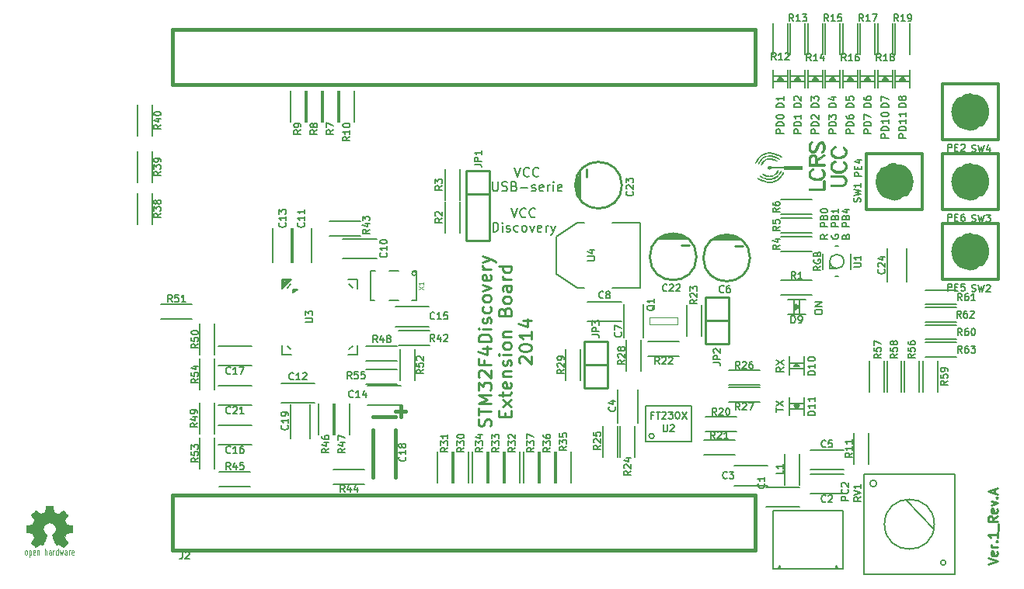
<source format=gto>
%FSLAX46Y46*%
G04 Gerber Fmt 4.6, Leading zero omitted, Abs format (unit mm)*
G04 Created by KiCad (PCBNEW (2014-08-12 BZR 5067)-product) date sáb 27 sep 2014 09:39:28 ART*
%MOMM*%
G01*
G04 APERTURE LIST*
%ADD10C,0.150000*%
%ADD11C,0.250190*%
%ADD12C,0.127000*%
%ADD13C,0.254000*%
%ADD14C,0.381000*%
%ADD15C,0.119380*%
%ADD16C,0.149860*%
%ADD17C,0.203200*%
%ADD18C,0.100000*%
%ADD19C,0.075000*%
%ADD20C,0.002540*%
%ADD21C,0.304800*%
%ADD22C,2.540000*%
%ADD23C,0.099060*%
G04 APERTURE END LIST*
D10*
D11*
X200023065Y-130739605D02*
X201023825Y-130406018D01*
X200023065Y-130072431D01*
X200976170Y-129357603D02*
X201023825Y-129452913D01*
X201023825Y-129643534D01*
X200976170Y-129738845D01*
X200880859Y-129786500D01*
X200499617Y-129786500D01*
X200404307Y-129738845D01*
X200356651Y-129643534D01*
X200356651Y-129452913D01*
X200404307Y-129357603D01*
X200499617Y-129309948D01*
X200594928Y-129309948D01*
X200690238Y-129786500D01*
X201023825Y-128881051D02*
X200356651Y-128881051D01*
X200547272Y-128881051D02*
X200451962Y-128833396D01*
X200404307Y-128785740D01*
X200356651Y-128690430D01*
X200356651Y-128595119D01*
X200928514Y-128261533D02*
X200976170Y-128213878D01*
X201023825Y-128261533D01*
X200976170Y-128309188D01*
X200928514Y-128261533D01*
X201023825Y-128261533D01*
X201023825Y-127260773D02*
X201023825Y-127832636D01*
X201023825Y-127546705D02*
X200023065Y-127546705D01*
X200166030Y-127642015D01*
X200261341Y-127737326D01*
X200308996Y-127832636D01*
X201119135Y-127070152D02*
X201119135Y-126307668D01*
X201023825Y-125497529D02*
X200547272Y-125831116D01*
X201023825Y-126069392D02*
X200023065Y-126069392D01*
X200023065Y-125688150D01*
X200070720Y-125592839D01*
X200118375Y-125545184D01*
X200213686Y-125497529D01*
X200356651Y-125497529D01*
X200451962Y-125545184D01*
X200499617Y-125592839D01*
X200547272Y-125688150D01*
X200547272Y-126069392D01*
X200976170Y-124687390D02*
X201023825Y-124782700D01*
X201023825Y-124973321D01*
X200976170Y-125068632D01*
X200880859Y-125116287D01*
X200499617Y-125116287D01*
X200404307Y-125068632D01*
X200356651Y-124973321D01*
X200356651Y-124782700D01*
X200404307Y-124687390D01*
X200499617Y-124639735D01*
X200594928Y-124639735D01*
X200690238Y-125116287D01*
X200356651Y-124306148D02*
X201023825Y-124067872D01*
X200356651Y-123829596D01*
X200928514Y-123448354D02*
X200976170Y-123400699D01*
X201023825Y-123448354D01*
X200976170Y-123496009D01*
X200928514Y-123448354D01*
X201023825Y-123448354D01*
X200737893Y-123019457D02*
X200737893Y-122542905D01*
X201023825Y-123114768D02*
X200023065Y-122781181D01*
X201023825Y-122447594D01*
D12*
X148060834Y-91886919D02*
X148399501Y-92902919D01*
X148738167Y-91886919D01*
X149657405Y-92806157D02*
X149609024Y-92854538D01*
X149463881Y-92902919D01*
X149367119Y-92902919D01*
X149221977Y-92854538D01*
X149125215Y-92757776D01*
X149076834Y-92661014D01*
X149028453Y-92467490D01*
X149028453Y-92322348D01*
X149076834Y-92128824D01*
X149125215Y-92032062D01*
X149221977Y-91935300D01*
X149367119Y-91886919D01*
X149463881Y-91886919D01*
X149609024Y-91935300D01*
X149657405Y-91983681D01*
X150673405Y-92806157D02*
X150625024Y-92854538D01*
X150479881Y-92902919D01*
X150383119Y-92902919D01*
X150237977Y-92854538D01*
X150141215Y-92757776D01*
X150092834Y-92661014D01*
X150044453Y-92467490D01*
X150044453Y-92322348D01*
X150092834Y-92128824D01*
X150141215Y-92032062D01*
X150237977Y-91935300D01*
X150383119Y-91886919D01*
X150479881Y-91886919D01*
X150625024Y-91935300D01*
X150673405Y-91983681D01*
X146077215Y-94452319D02*
X146077215Y-93436319D01*
X146319120Y-93436319D01*
X146464262Y-93484700D01*
X146561024Y-93581462D01*
X146609405Y-93678224D01*
X146657786Y-93871748D01*
X146657786Y-94016890D01*
X146609405Y-94210414D01*
X146561024Y-94307176D01*
X146464262Y-94403938D01*
X146319120Y-94452319D01*
X146077215Y-94452319D01*
X147093215Y-94452319D02*
X147093215Y-93774986D01*
X147093215Y-93436319D02*
X147044834Y-93484700D01*
X147093215Y-93533081D01*
X147141596Y-93484700D01*
X147093215Y-93436319D01*
X147093215Y-93533081D01*
X147528644Y-94403938D02*
X147625406Y-94452319D01*
X147818930Y-94452319D01*
X147915691Y-94403938D01*
X147964072Y-94307176D01*
X147964072Y-94258795D01*
X147915691Y-94162033D01*
X147818930Y-94113652D01*
X147673787Y-94113652D01*
X147577025Y-94065271D01*
X147528644Y-93968510D01*
X147528644Y-93920129D01*
X147577025Y-93823367D01*
X147673787Y-93774986D01*
X147818930Y-93774986D01*
X147915691Y-93823367D01*
X148834929Y-94403938D02*
X148738167Y-94452319D01*
X148544644Y-94452319D01*
X148447882Y-94403938D01*
X148399501Y-94355557D01*
X148351120Y-94258795D01*
X148351120Y-93968510D01*
X148399501Y-93871748D01*
X148447882Y-93823367D01*
X148544644Y-93774986D01*
X148738167Y-93774986D01*
X148834929Y-93823367D01*
X149415501Y-94452319D02*
X149318739Y-94403938D01*
X149270358Y-94355557D01*
X149221977Y-94258795D01*
X149221977Y-93968510D01*
X149270358Y-93871748D01*
X149318739Y-93823367D01*
X149415501Y-93774986D01*
X149560643Y-93774986D01*
X149657405Y-93823367D01*
X149705786Y-93871748D01*
X149754167Y-93968510D01*
X149754167Y-94258795D01*
X149705786Y-94355557D01*
X149657405Y-94403938D01*
X149560643Y-94452319D01*
X149415501Y-94452319D01*
X150092834Y-93774986D02*
X150334739Y-94452319D01*
X150576643Y-93774986D01*
X151350738Y-94403938D02*
X151253976Y-94452319D01*
X151060453Y-94452319D01*
X150963691Y-94403938D01*
X150915310Y-94307176D01*
X150915310Y-93920129D01*
X150963691Y-93823367D01*
X151060453Y-93774986D01*
X151253976Y-93774986D01*
X151350738Y-93823367D01*
X151399119Y-93920129D01*
X151399119Y-94016890D01*
X150915310Y-94113652D01*
X151834548Y-94452319D02*
X151834548Y-93774986D01*
X151834548Y-93968510D02*
X151882929Y-93871748D01*
X151931310Y-93823367D01*
X152028072Y-93774986D01*
X152124833Y-93774986D01*
X152366738Y-93774986D02*
X152608643Y-94452319D01*
X152850547Y-93774986D02*
X152608643Y-94452319D01*
X152511881Y-94694224D01*
X152463500Y-94742605D01*
X152366738Y-94790986D01*
X148441834Y-87441919D02*
X148780501Y-88457919D01*
X149119167Y-87441919D01*
X150038405Y-88361157D02*
X149990024Y-88409538D01*
X149844881Y-88457919D01*
X149748119Y-88457919D01*
X149602977Y-88409538D01*
X149506215Y-88312776D01*
X149457834Y-88216014D01*
X149409453Y-88022490D01*
X149409453Y-87877348D01*
X149457834Y-87683824D01*
X149506215Y-87587062D01*
X149602977Y-87490300D01*
X149748119Y-87441919D01*
X149844881Y-87441919D01*
X149990024Y-87490300D01*
X150038405Y-87538681D01*
X151054405Y-88361157D02*
X151006024Y-88409538D01*
X150860881Y-88457919D01*
X150764119Y-88457919D01*
X150618977Y-88409538D01*
X150522215Y-88312776D01*
X150473834Y-88216014D01*
X150425453Y-88022490D01*
X150425453Y-87877348D01*
X150473834Y-87683824D01*
X150522215Y-87587062D01*
X150618977Y-87490300D01*
X150764119Y-87441919D01*
X150860881Y-87441919D01*
X151006024Y-87490300D01*
X151054405Y-87538681D01*
X146046977Y-88991319D02*
X146046977Y-89813795D01*
X146095358Y-89910557D01*
X146143739Y-89958938D01*
X146240501Y-90007319D01*
X146434024Y-90007319D01*
X146530786Y-89958938D01*
X146579167Y-89910557D01*
X146627548Y-89813795D01*
X146627548Y-88991319D01*
X147062977Y-89958938D02*
X147208120Y-90007319D01*
X147450024Y-90007319D01*
X147546786Y-89958938D01*
X147595167Y-89910557D01*
X147643548Y-89813795D01*
X147643548Y-89717033D01*
X147595167Y-89620271D01*
X147546786Y-89571890D01*
X147450024Y-89523510D01*
X147256501Y-89475129D01*
X147159739Y-89426748D01*
X147111358Y-89378367D01*
X147062977Y-89281605D01*
X147062977Y-89184843D01*
X147111358Y-89088081D01*
X147159739Y-89039700D01*
X147256501Y-88991319D01*
X147498405Y-88991319D01*
X147643548Y-89039700D01*
X148417643Y-89475129D02*
X148562786Y-89523510D01*
X148611167Y-89571890D01*
X148659548Y-89668652D01*
X148659548Y-89813795D01*
X148611167Y-89910557D01*
X148562786Y-89958938D01*
X148466024Y-90007319D01*
X148078977Y-90007319D01*
X148078977Y-88991319D01*
X148417643Y-88991319D01*
X148514405Y-89039700D01*
X148562786Y-89088081D01*
X148611167Y-89184843D01*
X148611167Y-89281605D01*
X148562786Y-89378367D01*
X148514405Y-89426748D01*
X148417643Y-89475129D01*
X148078977Y-89475129D01*
X149094977Y-89620271D02*
X149869072Y-89620271D01*
X150304501Y-89958938D02*
X150401263Y-90007319D01*
X150594787Y-90007319D01*
X150691548Y-89958938D01*
X150739929Y-89862176D01*
X150739929Y-89813795D01*
X150691548Y-89717033D01*
X150594787Y-89668652D01*
X150449644Y-89668652D01*
X150352882Y-89620271D01*
X150304501Y-89523510D01*
X150304501Y-89475129D01*
X150352882Y-89378367D01*
X150449644Y-89329986D01*
X150594787Y-89329986D01*
X150691548Y-89378367D01*
X151562405Y-89958938D02*
X151465643Y-90007319D01*
X151272120Y-90007319D01*
X151175358Y-89958938D01*
X151126977Y-89862176D01*
X151126977Y-89475129D01*
X151175358Y-89378367D01*
X151272120Y-89329986D01*
X151465643Y-89329986D01*
X151562405Y-89378367D01*
X151610786Y-89475129D01*
X151610786Y-89571890D01*
X151126977Y-89668652D01*
X152046215Y-90007319D02*
X152046215Y-89329986D01*
X152046215Y-89523510D02*
X152094596Y-89426748D01*
X152142977Y-89378367D01*
X152239739Y-89329986D01*
X152336500Y-89329986D01*
X152675167Y-90007319D02*
X152675167Y-89329986D01*
X152675167Y-88991319D02*
X152626786Y-89039700D01*
X152675167Y-89088081D01*
X152723548Y-89039700D01*
X152675167Y-88991319D01*
X152675167Y-89088081D01*
X153546024Y-89958938D02*
X153449262Y-90007319D01*
X153255739Y-90007319D01*
X153158977Y-89958938D01*
X153110596Y-89862176D01*
X153110596Y-89475129D01*
X153158977Y-89378367D01*
X153255739Y-89329986D01*
X153449262Y-89329986D01*
X153546024Y-89378367D01*
X153594405Y-89475129D01*
X153594405Y-89571890D01*
X153110596Y-89668652D01*
D13*
X145802652Y-115672810D02*
X145869176Y-115473238D01*
X145869176Y-115140619D01*
X145802652Y-115007572D01*
X145736129Y-114941048D01*
X145603081Y-114874524D01*
X145470033Y-114874524D01*
X145336986Y-114941048D01*
X145270462Y-115007572D01*
X145203938Y-115140619D01*
X145137414Y-115406715D01*
X145070890Y-115539762D01*
X145004367Y-115606286D01*
X144871319Y-115672810D01*
X144738271Y-115672810D01*
X144605224Y-115606286D01*
X144538700Y-115539762D01*
X144472176Y-115406715D01*
X144472176Y-115074095D01*
X144538700Y-114874524D01*
X144472176Y-114475381D02*
X144472176Y-113677096D01*
X145869176Y-114076239D02*
X144472176Y-114076239D01*
X145869176Y-113211429D02*
X144472176Y-113211429D01*
X145470033Y-112745762D01*
X144472176Y-112280096D01*
X145869176Y-112280096D01*
X144472176Y-111747906D02*
X144472176Y-110883096D01*
X145004367Y-111348763D01*
X145004367Y-111149191D01*
X145070890Y-111016144D01*
X145137414Y-110949620D01*
X145270462Y-110883096D01*
X145603081Y-110883096D01*
X145736129Y-110949620D01*
X145802652Y-111016144D01*
X145869176Y-111149191D01*
X145869176Y-111548334D01*
X145802652Y-111681382D01*
X145736129Y-111747906D01*
X144605224Y-110350906D02*
X144538700Y-110284382D01*
X144472176Y-110151334D01*
X144472176Y-109818715D01*
X144538700Y-109685668D01*
X144605224Y-109619144D01*
X144738271Y-109552620D01*
X144871319Y-109552620D01*
X145070890Y-109619144D01*
X145869176Y-110417430D01*
X145869176Y-109552620D01*
X145137414Y-108488239D02*
X145137414Y-108953906D01*
X145869176Y-108953906D02*
X144472176Y-108953906D01*
X144472176Y-108288668D01*
X144937843Y-107157763D02*
X145869176Y-107157763D01*
X144405652Y-107490382D02*
X145403510Y-107823001D01*
X145403510Y-106958191D01*
X145869176Y-106426001D02*
X144472176Y-106426001D01*
X144472176Y-106093382D01*
X144538700Y-105893810D01*
X144671748Y-105760763D01*
X144804795Y-105694239D01*
X145070890Y-105627715D01*
X145270462Y-105627715D01*
X145536557Y-105694239D01*
X145669605Y-105760763D01*
X145802652Y-105893810D01*
X145869176Y-106093382D01*
X145869176Y-106426001D01*
X145869176Y-105029001D02*
X144937843Y-105029001D01*
X144472176Y-105029001D02*
X144538700Y-105095525D01*
X144605224Y-105029001D01*
X144538700Y-104962477D01*
X144472176Y-105029001D01*
X144605224Y-105029001D01*
X145802652Y-104430287D02*
X145869176Y-104297239D01*
X145869176Y-104031144D01*
X145802652Y-103898096D01*
X145669605Y-103831572D01*
X145603081Y-103831572D01*
X145470033Y-103898096D01*
X145403510Y-104031144D01*
X145403510Y-104230715D01*
X145336986Y-104363763D01*
X145203938Y-104430287D01*
X145137414Y-104430287D01*
X145004367Y-104363763D01*
X144937843Y-104230715D01*
X144937843Y-104031144D01*
X145004367Y-103898096D01*
X145802652Y-102634144D02*
X145869176Y-102767191D01*
X145869176Y-103033287D01*
X145802652Y-103166334D01*
X145736129Y-103232858D01*
X145603081Y-103299382D01*
X145203938Y-103299382D01*
X145070890Y-103232858D01*
X145004367Y-103166334D01*
X144937843Y-103033287D01*
X144937843Y-102767191D01*
X145004367Y-102634144D01*
X145869176Y-101835858D02*
X145802652Y-101968905D01*
X145736129Y-102035429D01*
X145603081Y-102101953D01*
X145203938Y-102101953D01*
X145070890Y-102035429D01*
X145004367Y-101968905D01*
X144937843Y-101835858D01*
X144937843Y-101636286D01*
X145004367Y-101503238D01*
X145070890Y-101436715D01*
X145203938Y-101370191D01*
X145603081Y-101370191D01*
X145736129Y-101436715D01*
X145802652Y-101503238D01*
X145869176Y-101636286D01*
X145869176Y-101835858D01*
X144937843Y-100904525D02*
X145869176Y-100571906D01*
X144937843Y-100239286D01*
X145802652Y-99174905D02*
X145869176Y-99307953D01*
X145869176Y-99574048D01*
X145802652Y-99707096D01*
X145669605Y-99773620D01*
X145137414Y-99773620D01*
X145004367Y-99707096D01*
X144937843Y-99574048D01*
X144937843Y-99307953D01*
X145004367Y-99174905D01*
X145137414Y-99108382D01*
X145270462Y-99108382D01*
X145403510Y-99773620D01*
X145869176Y-98509667D02*
X144937843Y-98509667D01*
X145203938Y-98509667D02*
X145070890Y-98443143D01*
X145004367Y-98376619D01*
X144937843Y-98243572D01*
X144937843Y-98110524D01*
X144937843Y-97777905D02*
X145869176Y-97445286D01*
X144937843Y-97112666D02*
X145869176Y-97445286D01*
X146201795Y-97578333D01*
X146268319Y-97644857D01*
X146334843Y-97777905D01*
X147347214Y-114641690D02*
X147347214Y-114176023D01*
X148078976Y-113976452D02*
X148078976Y-114641690D01*
X146681976Y-114641690D01*
X146681976Y-113976452D01*
X148078976Y-113510786D02*
X147147643Y-112779024D01*
X147147643Y-113510786D02*
X148078976Y-112779024D01*
X147147643Y-112446404D02*
X147147643Y-111914214D01*
X146681976Y-112246833D02*
X147879405Y-112246833D01*
X148012452Y-112180309D01*
X148078976Y-112047262D01*
X148078976Y-111914214D01*
X148012452Y-110916356D02*
X148078976Y-111049404D01*
X148078976Y-111315499D01*
X148012452Y-111448547D01*
X147879405Y-111515071D01*
X147347214Y-111515071D01*
X147214167Y-111448547D01*
X147147643Y-111315499D01*
X147147643Y-111049404D01*
X147214167Y-110916356D01*
X147347214Y-110849833D01*
X147480262Y-110849833D01*
X147613310Y-111515071D01*
X147147643Y-110251118D02*
X148078976Y-110251118D01*
X147280690Y-110251118D02*
X147214167Y-110184594D01*
X147147643Y-110051547D01*
X147147643Y-109851975D01*
X147214167Y-109718927D01*
X147347214Y-109652404D01*
X148078976Y-109652404D01*
X148012452Y-109053690D02*
X148078976Y-108920642D01*
X148078976Y-108654547D01*
X148012452Y-108521499D01*
X147879405Y-108454975D01*
X147812881Y-108454975D01*
X147679833Y-108521499D01*
X147613310Y-108654547D01*
X147613310Y-108854118D01*
X147546786Y-108987166D01*
X147413738Y-109053690D01*
X147347214Y-109053690D01*
X147214167Y-108987166D01*
X147147643Y-108854118D01*
X147147643Y-108654547D01*
X147214167Y-108521499D01*
X148078976Y-107856261D02*
X147147643Y-107856261D01*
X146681976Y-107856261D02*
X146748500Y-107922785D01*
X146815024Y-107856261D01*
X146748500Y-107789737D01*
X146681976Y-107856261D01*
X146815024Y-107856261D01*
X148078976Y-106991452D02*
X148012452Y-107124499D01*
X147945929Y-107191023D01*
X147812881Y-107257547D01*
X147413738Y-107257547D01*
X147280690Y-107191023D01*
X147214167Y-107124499D01*
X147147643Y-106991452D01*
X147147643Y-106791880D01*
X147214167Y-106658832D01*
X147280690Y-106592309D01*
X147413738Y-106525785D01*
X147812881Y-106525785D01*
X147945929Y-106592309D01*
X148012452Y-106658832D01*
X148078976Y-106791880D01*
X148078976Y-106991452D01*
X147147643Y-105927071D02*
X148078976Y-105927071D01*
X147280690Y-105927071D02*
X147214167Y-105860547D01*
X147147643Y-105727500D01*
X147147643Y-105527928D01*
X147214167Y-105394880D01*
X147347214Y-105328357D01*
X148078976Y-105328357D01*
X147347214Y-103133071D02*
X147413738Y-102933500D01*
X147480262Y-102866976D01*
X147613310Y-102800452D01*
X147812881Y-102800452D01*
X147945929Y-102866976D01*
X148012452Y-102933500D01*
X148078976Y-103066547D01*
X148078976Y-103598738D01*
X146681976Y-103598738D01*
X146681976Y-103133071D01*
X146748500Y-103000024D01*
X146815024Y-102933500D01*
X146948071Y-102866976D01*
X147081119Y-102866976D01*
X147214167Y-102933500D01*
X147280690Y-103000024D01*
X147347214Y-103133071D01*
X147347214Y-103598738D01*
X148078976Y-102002167D02*
X148012452Y-102135214D01*
X147945929Y-102201738D01*
X147812881Y-102268262D01*
X147413738Y-102268262D01*
X147280690Y-102201738D01*
X147214167Y-102135214D01*
X147147643Y-102002167D01*
X147147643Y-101802595D01*
X147214167Y-101669547D01*
X147280690Y-101603024D01*
X147413738Y-101536500D01*
X147812881Y-101536500D01*
X147945929Y-101603024D01*
X148012452Y-101669547D01*
X148078976Y-101802595D01*
X148078976Y-102002167D01*
X148078976Y-100339072D02*
X147347214Y-100339072D01*
X147214167Y-100405595D01*
X147147643Y-100538643D01*
X147147643Y-100804738D01*
X147214167Y-100937786D01*
X148012452Y-100339072D02*
X148078976Y-100472119D01*
X148078976Y-100804738D01*
X148012452Y-100937786D01*
X147879405Y-101004310D01*
X147746357Y-101004310D01*
X147613310Y-100937786D01*
X147546786Y-100804738D01*
X147546786Y-100472119D01*
X147480262Y-100339072D01*
X148078976Y-99673834D02*
X147147643Y-99673834D01*
X147413738Y-99673834D02*
X147280690Y-99607310D01*
X147214167Y-99540786D01*
X147147643Y-99407739D01*
X147147643Y-99274691D01*
X148078976Y-98210310D02*
X146681976Y-98210310D01*
X148012452Y-98210310D02*
X148078976Y-98343357D01*
X148078976Y-98609453D01*
X148012452Y-98742500D01*
X147945929Y-98809024D01*
X147812881Y-98875548D01*
X147413738Y-98875548D01*
X147280690Y-98809024D01*
X147214167Y-98742500D01*
X147147643Y-98609453D01*
X147147643Y-98343357D01*
X147214167Y-98210310D01*
X149024824Y-108820857D02*
X148958300Y-108754333D01*
X148891776Y-108621285D01*
X148891776Y-108288666D01*
X148958300Y-108155619D01*
X149024824Y-108089095D01*
X149157871Y-108022571D01*
X149290919Y-108022571D01*
X149490490Y-108089095D01*
X150288776Y-108887381D01*
X150288776Y-108022571D01*
X148891776Y-107157762D02*
X148891776Y-107024714D01*
X148958300Y-106891666D01*
X149024824Y-106825143D01*
X149157871Y-106758619D01*
X149423967Y-106692095D01*
X149756586Y-106692095D01*
X150022681Y-106758619D01*
X150155729Y-106825143D01*
X150222252Y-106891666D01*
X150288776Y-107024714D01*
X150288776Y-107157762D01*
X150222252Y-107290809D01*
X150155729Y-107357333D01*
X150022681Y-107423857D01*
X149756586Y-107490381D01*
X149423967Y-107490381D01*
X149157871Y-107423857D01*
X149024824Y-107357333D01*
X148958300Y-107290809D01*
X148891776Y-107157762D01*
X150288776Y-105361619D02*
X150288776Y-106159905D01*
X150288776Y-105760762D02*
X148891776Y-105760762D01*
X149091348Y-105893810D01*
X149224395Y-106026857D01*
X149290919Y-106159905D01*
X149357443Y-104164191D02*
X150288776Y-104164191D01*
X148825252Y-104496810D02*
X149823110Y-104829429D01*
X149823110Y-103964619D01*
D12*
X182538914Y-94778285D02*
X182176057Y-95032285D01*
X182538914Y-95213713D02*
X181776914Y-95213713D01*
X181776914Y-94923428D01*
X181813200Y-94850856D01*
X181849486Y-94814571D01*
X181922057Y-94778285D01*
X182030914Y-94778285D01*
X182103486Y-94814571D01*
X182139771Y-94850856D01*
X182176057Y-94923428D01*
X182176057Y-95213713D01*
X182538914Y-93871142D02*
X181776914Y-93871142D01*
X181776914Y-93580857D01*
X181813200Y-93508285D01*
X181849486Y-93472000D01*
X181922057Y-93435714D01*
X182030914Y-93435714D01*
X182103486Y-93472000D01*
X182139771Y-93508285D01*
X182176057Y-93580857D01*
X182176057Y-93871142D01*
X182139771Y-92855142D02*
X182176057Y-92746285D01*
X182212343Y-92710000D01*
X182284914Y-92673714D01*
X182393771Y-92673714D01*
X182466343Y-92710000D01*
X182502629Y-92746285D01*
X182538914Y-92818857D01*
X182538914Y-93109142D01*
X181776914Y-93109142D01*
X181776914Y-92855142D01*
X181813200Y-92782571D01*
X181849486Y-92746285D01*
X181922057Y-92710000D01*
X181994629Y-92710000D01*
X182067200Y-92746285D01*
X182103486Y-92782571D01*
X182139771Y-92855142D01*
X182139771Y-93109142D01*
X181776914Y-92202000D02*
X181776914Y-92129428D01*
X181813200Y-92056857D01*
X181849486Y-92020571D01*
X181922057Y-91984285D01*
X182067200Y-91948000D01*
X182248629Y-91948000D01*
X182393771Y-91984285D01*
X182466343Y-92020571D01*
X182502629Y-92056857D01*
X182538914Y-92129428D01*
X182538914Y-92202000D01*
X182502629Y-92274571D01*
X182466343Y-92310857D01*
X182393771Y-92347142D01*
X182248629Y-92383428D01*
X182067200Y-92383428D01*
X181922057Y-92347142D01*
X181849486Y-92310857D01*
X181813200Y-92274571D01*
X181776914Y-92202000D01*
X183007000Y-94814571D02*
X182970714Y-94887142D01*
X182970714Y-94995999D01*
X183007000Y-95104856D01*
X183079571Y-95177428D01*
X183152143Y-95213713D01*
X183297286Y-95249999D01*
X183406143Y-95249999D01*
X183551286Y-95213713D01*
X183623857Y-95177428D01*
X183696429Y-95104856D01*
X183732714Y-94995999D01*
X183732714Y-94923428D01*
X183696429Y-94814571D01*
X183660143Y-94778285D01*
X183406143Y-94778285D01*
X183406143Y-94923428D01*
X183732714Y-93871142D02*
X182970714Y-93871142D01*
X182970714Y-93580857D01*
X183007000Y-93508285D01*
X183043286Y-93472000D01*
X183115857Y-93435714D01*
X183224714Y-93435714D01*
X183297286Y-93472000D01*
X183333571Y-93508285D01*
X183369857Y-93580857D01*
X183369857Y-93871142D01*
X183333571Y-92855142D02*
X183369857Y-92746285D01*
X183406143Y-92710000D01*
X183478714Y-92673714D01*
X183587571Y-92673714D01*
X183660143Y-92710000D01*
X183696429Y-92746285D01*
X183732714Y-92818857D01*
X183732714Y-93109142D01*
X182970714Y-93109142D01*
X182970714Y-92855142D01*
X183007000Y-92782571D01*
X183043286Y-92746285D01*
X183115857Y-92710000D01*
X183188429Y-92710000D01*
X183261000Y-92746285D01*
X183297286Y-92782571D01*
X183333571Y-92855142D01*
X183333571Y-93109142D01*
X183732714Y-91948000D02*
X183732714Y-92383428D01*
X183732714Y-92165714D02*
X182970714Y-92165714D01*
X183079571Y-92238285D01*
X183152143Y-92310857D01*
X183188429Y-92383428D01*
X184527371Y-94959713D02*
X184563657Y-94850856D01*
X184599943Y-94814571D01*
X184672514Y-94778285D01*
X184781371Y-94778285D01*
X184853943Y-94814571D01*
X184890229Y-94850856D01*
X184926514Y-94923428D01*
X184926514Y-95213713D01*
X184164514Y-95213713D01*
X184164514Y-94959713D01*
X184200800Y-94887142D01*
X184237086Y-94850856D01*
X184309657Y-94814571D01*
X184382229Y-94814571D01*
X184454800Y-94850856D01*
X184491086Y-94887142D01*
X184527371Y-94959713D01*
X184527371Y-95213713D01*
X184926514Y-93871142D02*
X184164514Y-93871142D01*
X184164514Y-93580857D01*
X184200800Y-93508285D01*
X184237086Y-93472000D01*
X184309657Y-93435714D01*
X184418514Y-93435714D01*
X184491086Y-93472000D01*
X184527371Y-93508285D01*
X184563657Y-93580857D01*
X184563657Y-93871142D01*
X184527371Y-92855142D02*
X184563657Y-92746285D01*
X184599943Y-92710000D01*
X184672514Y-92673714D01*
X184781371Y-92673714D01*
X184853943Y-92710000D01*
X184890229Y-92746285D01*
X184926514Y-92818857D01*
X184926514Y-93109142D01*
X184164514Y-93109142D01*
X184164514Y-92855142D01*
X184200800Y-92782571D01*
X184237086Y-92746285D01*
X184309657Y-92710000D01*
X184382229Y-92710000D01*
X184454800Y-92746285D01*
X184491086Y-92782571D01*
X184527371Y-92855142D01*
X184527371Y-93109142D01*
X184418514Y-92020571D02*
X184926514Y-92020571D01*
X184128229Y-92202000D02*
X184672514Y-92383428D01*
X184672514Y-91911714D01*
D14*
X111156750Y-123221750D02*
X111156750Y-129190750D01*
X174656750Y-123221750D02*
X174656750Y-129190750D01*
X174656750Y-78390750D02*
X174656750Y-72421750D01*
X111156750Y-72421750D02*
X111156750Y-78390750D01*
X174645250Y-78390750D02*
X111145250Y-78390750D01*
X174645250Y-72421750D02*
X111145250Y-72421750D01*
X174645250Y-123221750D02*
X111145250Y-123221750D01*
X174645250Y-129190750D02*
X111145250Y-129190750D01*
D10*
X179457250Y-122064250D02*
X179457250Y-118664250D01*
X177857250Y-122064250D02*
X177857250Y-118664250D01*
X177465250Y-101352250D02*
X180865250Y-101352250D01*
X177465250Y-99752250D02*
X180865250Y-99752250D01*
X140836750Y-91168750D02*
X140836750Y-94568750D01*
X142436750Y-91168750D02*
X142436750Y-94568750D01*
X142436750Y-91012750D02*
X142436750Y-87612750D01*
X140836750Y-91012750D02*
X140836750Y-87612750D01*
X180865250Y-94989750D02*
X177465250Y-94989750D01*
X180865250Y-96589750D02*
X177465250Y-96589750D01*
X177465250Y-94557750D02*
X180865250Y-94557750D01*
X177465250Y-92957750D02*
X180865250Y-92957750D01*
X177465250Y-92525750D02*
X180865250Y-92525750D01*
X177465250Y-90925750D02*
X180865250Y-90925750D01*
X127565250Y-79103750D02*
X127565250Y-82503750D01*
X129165250Y-79103750D02*
X129165250Y-82503750D01*
X125787250Y-79103750D02*
X125787250Y-82503750D01*
X127387250Y-79103750D02*
X127387250Y-82503750D01*
X124009250Y-79103750D02*
X124009250Y-82503750D01*
X125609250Y-79103750D02*
X125609250Y-82503750D01*
X129343250Y-79103750D02*
X129343250Y-82503750D01*
X130943250Y-79103750D02*
X130943250Y-82503750D01*
X186969300Y-119784600D02*
X186969300Y-116384600D01*
X185369300Y-119784600D02*
X185369300Y-116384600D01*
X176587250Y-71674250D02*
X176587250Y-75074250D01*
X178187250Y-71674250D02*
X178187250Y-75074250D01*
X178492250Y-71674250D02*
X178492250Y-75074250D01*
X180092250Y-71674250D02*
X180092250Y-75074250D01*
X180397250Y-71674250D02*
X180397250Y-75074250D01*
X181997250Y-71674250D02*
X181997250Y-75074250D01*
X182302250Y-71674250D02*
X182302250Y-75074250D01*
X183902250Y-71674250D02*
X183902250Y-75074250D01*
X184207250Y-71674250D02*
X184207250Y-75074250D01*
X185807250Y-71674250D02*
X185807250Y-75074250D01*
X186112250Y-71674250D02*
X186112250Y-75074250D01*
X187712250Y-71674250D02*
X187712250Y-75074250D01*
X188017250Y-71674250D02*
X188017250Y-75074250D01*
X189617250Y-71674250D02*
X189617250Y-75074250D01*
X189922250Y-71674250D02*
X189922250Y-75074250D01*
X191522250Y-71674250D02*
X191522250Y-75074250D01*
X169210250Y-116211250D02*
X172610250Y-116211250D01*
X169210250Y-114611250D02*
X172610250Y-114611250D01*
X169051500Y-118783000D02*
X172451500Y-118783000D01*
X169051500Y-117183000D02*
X172451500Y-117183000D01*
X166387250Y-106419750D02*
X162987250Y-106419750D01*
X166387250Y-108019750D02*
X162987250Y-108019750D01*
X167189250Y-102471750D02*
X167189250Y-105871750D01*
X168789250Y-102471750D02*
X168789250Y-105871750D01*
X159950250Y-115616250D02*
X159950250Y-119016250D01*
X161550250Y-115616250D02*
X161550250Y-119016250D01*
X158045250Y-115616250D02*
X158045250Y-119016250D01*
X159645250Y-115616250D02*
X159645250Y-119016250D01*
X171750250Y-111131250D02*
X175150250Y-111131250D01*
X171750250Y-109531250D02*
X175150250Y-109531250D01*
X171750250Y-113036250D02*
X175150250Y-113036250D01*
X171750250Y-111436250D02*
X175150250Y-111436250D01*
X162185250Y-109681750D02*
X162185250Y-106281750D01*
X160585250Y-109681750D02*
X160585250Y-106281750D01*
X155581250Y-110697750D02*
X155581250Y-107297750D01*
X153981250Y-110697750D02*
X153981250Y-107297750D01*
X141789250Y-118473750D02*
X141789250Y-121873750D01*
X143389250Y-118473750D02*
X143389250Y-121873750D01*
X140011250Y-118473750D02*
X140011250Y-121873750D01*
X141611250Y-118473750D02*
X141611250Y-121873750D01*
X147377250Y-118473750D02*
X147377250Y-121873750D01*
X148977250Y-118473750D02*
X148977250Y-121873750D01*
X145599250Y-118473750D02*
X145599250Y-121873750D01*
X147199250Y-118473750D02*
X147199250Y-121873750D01*
X143821250Y-118473750D02*
X143821250Y-121873750D01*
X145421250Y-118473750D02*
X145421250Y-121873750D01*
X152965250Y-118473750D02*
X152965250Y-121873750D01*
X154565250Y-118473750D02*
X154565250Y-121873750D01*
X151187250Y-118473750D02*
X151187250Y-121873750D01*
X152787250Y-118473750D02*
X152787250Y-121873750D01*
X149409250Y-118473750D02*
X149409250Y-121873750D01*
X151009250Y-118473750D02*
X151009250Y-121873750D01*
X107340500Y-90248000D02*
X107340500Y-93648000D01*
X108940500Y-90248000D02*
X108940500Y-93648000D01*
X107340500Y-85676000D02*
X107340500Y-89076000D01*
X108940500Y-85676000D02*
X108940500Y-89076000D01*
X108940500Y-83996000D02*
X108940500Y-80596000D01*
X107340500Y-83996000D02*
X107340500Y-80596000D01*
X135809250Y-106813250D02*
X139209250Y-106813250D01*
X135809250Y-105213250D02*
X139209250Y-105213250D01*
X128252750Y-94938750D02*
X131652750Y-94938750D01*
X128252750Y-93338750D02*
X131652750Y-93338750D01*
X132097250Y-120389750D02*
X128697250Y-120389750D01*
X132097250Y-121989750D02*
X128697250Y-121989750D01*
X116251250Y-122243750D02*
X119651250Y-122243750D01*
X116251250Y-120643750D02*
X119651250Y-120643750D01*
X128657250Y-116603250D02*
X128657250Y-113203250D01*
X127057250Y-116603250D02*
X127057250Y-113203250D01*
X130435250Y-116603250D02*
X130435250Y-113203250D01*
X128835250Y-116603250D02*
X128835250Y-113203250D01*
X135653250Y-106927750D02*
X132253250Y-106927750D01*
X135653250Y-108527750D02*
X132253250Y-108527750D01*
X114103250Y-113139750D02*
X114103250Y-116539750D01*
X115703250Y-113139750D02*
X115703250Y-116539750D01*
X115703250Y-107903750D02*
X115703250Y-104503750D01*
X114103250Y-107903750D02*
X114103250Y-104503750D01*
X109901250Y-103955750D02*
X113301250Y-103955750D01*
X109901250Y-102355750D02*
X113301250Y-102355750D01*
X137547250Y-110697750D02*
X137547250Y-107297750D01*
X135947250Y-110697750D02*
X135947250Y-107297750D01*
X115703250Y-120349750D02*
X115703250Y-116949750D01*
X114103250Y-120349750D02*
X114103250Y-116949750D01*
X115703250Y-111713750D02*
X115703250Y-108313750D01*
X114103250Y-111713750D02*
X114103250Y-108313750D01*
X132253250Y-111067750D02*
X135653250Y-111067750D01*
X132253250Y-109467750D02*
X135653250Y-109467750D01*
X190906500Y-108536000D02*
X190906500Y-111936000D01*
X192506500Y-108536000D02*
X192506500Y-111936000D01*
X187096500Y-108536000D02*
X187096500Y-111936000D01*
X188696500Y-108536000D02*
X188696500Y-111936000D01*
X189001500Y-108536000D02*
X189001500Y-111936000D01*
X190601500Y-108536000D02*
X190601500Y-111936000D01*
X192938500Y-108536000D02*
X192938500Y-111936000D01*
X194538500Y-108536000D02*
X194538500Y-111936000D01*
X196581500Y-104610000D02*
X193181500Y-104610000D01*
X196581500Y-106210000D02*
X193181500Y-106210000D01*
X196581500Y-100800000D02*
X193181500Y-100800000D01*
X196581500Y-102400000D02*
X193181500Y-102400000D01*
X196581500Y-102705000D02*
X193181500Y-102705000D01*
X196581500Y-104305000D02*
X193181500Y-104305000D01*
X196581500Y-106515000D02*
X193181500Y-106515000D01*
X196581500Y-108115000D02*
X193181500Y-108115000D01*
D12*
X162718750Y-117379750D02*
X167671750Y-117379750D01*
X167671750Y-117379750D02*
X167671750Y-113442750D01*
X167671750Y-113442750D02*
X162718750Y-113442750D01*
X162718750Y-113442750D02*
X162718750Y-117379750D01*
X163637731Y-116744750D02*
G75*
G03X163637731Y-116744750I-283981J0D01*
G74*
G01*
D15*
X166211250Y-104552750D02*
X163163250Y-104552750D01*
X163163250Y-104552750D02*
X163163250Y-103790750D01*
X163163250Y-103790750D02*
X166211250Y-103790750D01*
X166211250Y-103790750D02*
X166211250Y-104552750D01*
D16*
X187874710Y-121920000D02*
G75*
G03X187874710Y-121920000I-359210J0D01*
G74*
G01*
X195419481Y-130556000D02*
G75*
G03X195419481Y-130556000I-283981J0D01*
G74*
G01*
X194119500Y-126873000D02*
X191071500Y-123698000D01*
X194170419Y-126365000D02*
G75*
G03X194170419Y-126365000I-2717919J0D01*
G74*
G01*
X186499500Y-120904000D02*
X196405500Y-120904000D01*
X196405500Y-120904000D02*
X196405500Y-131826000D01*
X196405500Y-131826000D02*
X186499500Y-131826000D01*
X186499500Y-131826000D02*
X186499500Y-120904000D01*
D17*
X159099250Y-100552250D02*
X162147250Y-100552250D01*
X162147250Y-100552250D02*
X162147250Y-93440250D01*
X162147250Y-93440250D02*
X159099250Y-93440250D01*
X156051250Y-100552250D02*
X155289250Y-100552250D01*
X155289250Y-100552250D02*
X153003250Y-99028250D01*
X153003250Y-99028250D02*
X153003250Y-94964250D01*
X153003250Y-94964250D02*
X155289250Y-93440250D01*
X155289250Y-93440250D02*
X156051250Y-93440250D01*
D14*
X133008370Y-116048790D02*
X133008370Y-121250710D01*
X135406130Y-121250710D02*
X135406130Y-116048790D01*
X136505950Y-114049810D02*
X135406130Y-114049810D01*
X136005570Y-113450370D02*
X136005570Y-114649250D01*
X135406130Y-114654330D02*
X133008370Y-114654330D01*
D16*
X179482750Y-124491750D02*
X175799750Y-124491750D01*
X175799750Y-122332750D02*
X179482750Y-122332750D01*
X180625750Y-120872250D02*
X184308750Y-120872250D01*
X184308750Y-123031250D02*
X180625750Y-123031250D01*
X176022000Y-122135900D02*
X172339000Y-122135900D01*
X172339000Y-119976900D02*
X176022000Y-119976900D01*
X159670750Y-115347750D02*
X159670750Y-111664750D01*
X161829750Y-111664750D02*
X161829750Y-115347750D01*
X180625750Y-118268750D02*
X184308750Y-118268750D01*
X184308750Y-120427750D02*
X180625750Y-120427750D01*
X162464750Y-102330250D02*
X162464750Y-106013250D01*
X160305750Y-106013250D02*
X160305750Y-102330250D01*
X160051750Y-104235250D02*
X156368750Y-104235250D01*
X156368750Y-102076250D02*
X160051750Y-102076250D01*
X129698750Y-95218250D02*
X133381750Y-95218250D01*
X133381750Y-97377250D02*
X129698750Y-97377250D01*
X126269750Y-94075250D02*
X126269750Y-97758250D01*
X124110750Y-97758250D02*
X124110750Y-94075250D01*
X126650750Y-113125250D02*
X122967750Y-113125250D01*
X122967750Y-110966250D02*
X126650750Y-110966250D01*
X124237750Y-94075250D02*
X124237750Y-97758250D01*
X122078750Y-97758250D02*
X122078750Y-94075250D01*
X132365750Y-111220250D02*
X136048750Y-111220250D01*
X136048750Y-113379250D02*
X132365750Y-113379250D01*
X135413750Y-102647750D02*
X139096750Y-102647750D01*
X139096750Y-104806750D02*
X135413750Y-104806750D01*
X116109750Y-115538250D02*
X119792750Y-115538250D01*
X119792750Y-117697250D02*
X116109750Y-117697250D01*
X116109750Y-106902250D02*
X119792750Y-106902250D01*
X119792750Y-109061250D02*
X116109750Y-109061250D01*
X123983750Y-116998750D02*
X123983750Y-113315750D01*
X126142750Y-113315750D02*
X126142750Y-116998750D01*
X116109750Y-111220250D02*
X119792750Y-111220250D01*
X119792750Y-113379250D02*
X116109750Y-113379250D01*
X189007750Y-99917250D02*
X189007750Y-96234250D01*
X191166750Y-96234250D02*
X191166750Y-99917250D01*
D12*
X177387250Y-77555090D02*
X177087530Y-77854810D01*
X177087530Y-77854810D02*
X177686970Y-77854810D01*
X177686970Y-77854810D02*
X177387250Y-77555090D01*
X177486310Y-77656690D02*
X177288190Y-77656690D01*
X177186590Y-77755750D02*
X177587910Y-77755750D01*
X178187350Y-77456030D02*
X176587150Y-77456030D01*
X176587150Y-78055470D02*
X178187350Y-78055470D01*
X176587150Y-78756510D02*
X176587150Y-76754990D01*
X178187350Y-76754990D02*
X178187350Y-78756510D01*
X179292250Y-77555090D02*
X178992530Y-77854810D01*
X178992530Y-77854810D02*
X179591970Y-77854810D01*
X179591970Y-77854810D02*
X179292250Y-77555090D01*
X179391310Y-77656690D02*
X179193190Y-77656690D01*
X179091590Y-77755750D02*
X179492910Y-77755750D01*
X180092350Y-77456030D02*
X178492150Y-77456030D01*
X178492150Y-78055470D02*
X180092350Y-78055470D01*
X178492150Y-78756510D02*
X178492150Y-76754990D01*
X180092350Y-76754990D02*
X180092350Y-78756510D01*
X181197250Y-77555090D02*
X180897530Y-77854810D01*
X180897530Y-77854810D02*
X181496970Y-77854810D01*
X181496970Y-77854810D02*
X181197250Y-77555090D01*
X181296310Y-77656690D02*
X181098190Y-77656690D01*
X180996590Y-77755750D02*
X181397910Y-77755750D01*
X181997350Y-77456030D02*
X180397150Y-77456030D01*
X180397150Y-78055470D02*
X181997350Y-78055470D01*
X180397150Y-78756510D02*
X180397150Y-76754990D01*
X181997350Y-76754990D02*
X181997350Y-78756510D01*
X183102250Y-77555090D02*
X182802530Y-77854810D01*
X182802530Y-77854810D02*
X183401970Y-77854810D01*
X183401970Y-77854810D02*
X183102250Y-77555090D01*
X183201310Y-77656690D02*
X183003190Y-77656690D01*
X182901590Y-77755750D02*
X183302910Y-77755750D01*
X183902350Y-77456030D02*
X182302150Y-77456030D01*
X182302150Y-78055470D02*
X183902350Y-78055470D01*
X182302150Y-78756510D02*
X182302150Y-76754990D01*
X183902350Y-76754990D02*
X183902350Y-78756510D01*
X185007250Y-77555090D02*
X184707530Y-77854810D01*
X184707530Y-77854810D02*
X185306970Y-77854810D01*
X185306970Y-77854810D02*
X185007250Y-77555090D01*
X185106310Y-77656690D02*
X184908190Y-77656690D01*
X184806590Y-77755750D02*
X185207910Y-77755750D01*
X185807350Y-77456030D02*
X184207150Y-77456030D01*
X184207150Y-78055470D02*
X185807350Y-78055470D01*
X184207150Y-78756510D02*
X184207150Y-76754990D01*
X185807350Y-76754990D02*
X185807350Y-78756510D01*
X186912250Y-77555090D02*
X186612530Y-77854810D01*
X186612530Y-77854810D02*
X187211970Y-77854810D01*
X187211970Y-77854810D02*
X186912250Y-77555090D01*
X187011310Y-77656690D02*
X186813190Y-77656690D01*
X186711590Y-77755750D02*
X187112910Y-77755750D01*
X187712350Y-77456030D02*
X186112150Y-77456030D01*
X186112150Y-78055470D02*
X187712350Y-78055470D01*
X186112150Y-78756510D02*
X186112150Y-76754990D01*
X187712350Y-76754990D02*
X187712350Y-78756510D01*
X188817250Y-77555090D02*
X188517530Y-77854810D01*
X188517530Y-77854810D02*
X189116970Y-77854810D01*
X189116970Y-77854810D02*
X188817250Y-77555090D01*
X188916310Y-77656690D02*
X188718190Y-77656690D01*
X188616590Y-77755750D02*
X189017910Y-77755750D01*
X189617350Y-77456030D02*
X188017150Y-77456030D01*
X188017150Y-78055470D02*
X189617350Y-78055470D01*
X188017150Y-78756510D02*
X188017150Y-76754990D01*
X189617350Y-76754990D02*
X189617350Y-78756510D01*
X190722250Y-77555090D02*
X190422530Y-77854810D01*
X190422530Y-77854810D02*
X191021970Y-77854810D01*
X191021970Y-77854810D02*
X190722250Y-77555090D01*
X190821310Y-77656690D02*
X190623190Y-77656690D01*
X190521590Y-77755750D02*
X190922910Y-77755750D01*
X191522350Y-77456030D02*
X189922150Y-77456030D01*
X189922150Y-78055470D02*
X191522350Y-78055470D01*
X189922150Y-78756510D02*
X189922150Y-76754990D01*
X191522350Y-76754990D02*
X191522350Y-78756510D01*
X179365910Y-102647750D02*
X179066190Y-102348030D01*
X179066190Y-102348030D02*
X179066190Y-102947470D01*
X179066190Y-102947470D02*
X179365910Y-102647750D01*
X179264310Y-102746810D02*
X179264310Y-102548690D01*
X179165250Y-102447090D02*
X179165250Y-102848410D01*
X179464970Y-103447850D02*
X179464970Y-101847650D01*
X178865530Y-101847650D02*
X178865530Y-103447850D01*
X178164490Y-101847650D02*
X180166010Y-101847650D01*
X180166010Y-103447850D02*
X178164490Y-103447850D01*
X179165250Y-108860590D02*
X178865530Y-109160310D01*
X178865530Y-109160310D02*
X179464970Y-109160310D01*
X179464970Y-109160310D02*
X179165250Y-108860590D01*
X179264310Y-108962190D02*
X179066190Y-108962190D01*
X178964590Y-109061250D02*
X179365910Y-109061250D01*
X179965350Y-108761530D02*
X178365150Y-108761530D01*
X178365150Y-109360970D02*
X179965350Y-109360970D01*
X178365150Y-110062010D02*
X178365150Y-108060490D01*
X179965350Y-108060490D02*
X179965350Y-110062010D01*
X179165250Y-113706910D02*
X179464970Y-113407190D01*
X179464970Y-113407190D02*
X178865530Y-113407190D01*
X178865530Y-113407190D02*
X179165250Y-113706910D01*
X179066190Y-113605310D02*
X179264310Y-113605310D01*
X179365910Y-113506250D02*
X178964590Y-113506250D01*
X178365150Y-113805970D02*
X179965350Y-113805970D01*
X179965350Y-113206530D02*
X178365150Y-113206530D01*
X179965350Y-112505490D02*
X179965350Y-114507010D01*
X178365150Y-114507010D02*
X178365150Y-112505490D01*
D18*
G36*
X184065605Y-88263719D02*
X184200419Y-88308617D01*
X184297527Y-88346899D01*
X184375110Y-88392634D01*
X184422534Y-88430685D01*
X184477694Y-88480697D01*
X184514411Y-88519764D01*
X184540142Y-88558760D01*
X184562344Y-88608560D01*
X184583001Y-88664672D01*
X184614256Y-88798646D01*
X184618300Y-88941775D01*
X184595317Y-89083303D01*
X184574682Y-89147662D01*
X184514676Y-89262751D01*
X184430786Y-89361390D01*
X184329133Y-89437380D01*
X184253698Y-89472697D01*
X184226071Y-89482135D01*
X184197838Y-89489829D01*
X184165229Y-89495993D01*
X184124477Y-89500845D01*
X184071812Y-89504601D01*
X184003464Y-89507477D01*
X183915664Y-89509690D01*
X183804643Y-89511456D01*
X183666633Y-89512991D01*
X183529903Y-89514236D01*
X183366839Y-89515537D01*
X183234282Y-89516253D01*
X183128878Y-89516264D01*
X183047269Y-89515452D01*
X182986101Y-89513695D01*
X182942016Y-89510874D01*
X182911660Y-89506870D01*
X182891677Y-89501562D01*
X182878710Y-89494832D01*
X182873736Y-89490830D01*
X182846137Y-89445850D01*
X182847692Y-89394230D01*
X182875766Y-89348733D01*
X182886149Y-89339630D01*
X182899529Y-89332321D01*
X182919456Y-89326611D01*
X182949478Y-89322302D01*
X182993145Y-89319198D01*
X183054005Y-89317102D01*
X183135607Y-89315818D01*
X183241500Y-89315149D01*
X183375234Y-89314899D01*
X183486993Y-89314867D01*
X183661480Y-89314581D01*
X183805627Y-89313391D01*
X183922961Y-89310801D01*
X184017007Y-89306315D01*
X184091291Y-89299436D01*
X184149337Y-89289668D01*
X184194670Y-89276514D01*
X184230818Y-89259478D01*
X184261304Y-89238064D01*
X184289654Y-89211775D01*
X184300713Y-89200284D01*
X184342696Y-89143740D01*
X184382100Y-89070266D01*
X184413483Y-88992314D01*
X184431406Y-88922339D01*
X184433633Y-88895999D01*
X184422993Y-88828059D01*
X184395039Y-88748807D01*
X184355722Y-88671543D01*
X184310991Y-88609568D01*
X184300822Y-88599122D01*
X184248787Y-88559524D01*
X184182361Y-88521973D01*
X184140898Y-88504092D01*
X184112714Y-88494363D01*
X184084306Y-88486567D01*
X184051693Y-88480490D01*
X184010895Y-88475921D01*
X183957934Y-88472645D01*
X183888830Y-88470449D01*
X183799602Y-88469122D01*
X183686272Y-88468449D01*
X183544859Y-88468217D01*
X183470422Y-88468200D01*
X183315435Y-88468097D01*
X183190798Y-88467665D01*
X183092995Y-88466724D01*
X183018511Y-88465093D01*
X182963829Y-88462589D01*
X182925434Y-88459033D01*
X182899810Y-88454242D01*
X182883440Y-88448035D01*
X182872809Y-88440230D01*
X182869924Y-88437233D01*
X182844416Y-88386916D01*
X182851132Y-88332245D01*
X182865920Y-88306337D01*
X182873791Y-88297557D01*
X182885550Y-88290446D01*
X182904648Y-88284793D01*
X182934535Y-88280384D01*
X182978662Y-88277006D01*
X183040482Y-88274447D01*
X183123444Y-88272492D01*
X183231000Y-88270931D01*
X183366600Y-88269549D01*
X183477772Y-88268593D01*
X184065605Y-88263719D01*
X184065605Y-88263719D01*
X184065605Y-88263719D01*
G37*
X184065605Y-88263719D02*
X184200419Y-88308617D01*
X184297527Y-88346899D01*
X184375110Y-88392634D01*
X184422534Y-88430685D01*
X184477694Y-88480697D01*
X184514411Y-88519764D01*
X184540142Y-88558760D01*
X184562344Y-88608560D01*
X184583001Y-88664672D01*
X184614256Y-88798646D01*
X184618300Y-88941775D01*
X184595317Y-89083303D01*
X184574682Y-89147662D01*
X184514676Y-89262751D01*
X184430786Y-89361390D01*
X184329133Y-89437380D01*
X184253698Y-89472697D01*
X184226071Y-89482135D01*
X184197838Y-89489829D01*
X184165229Y-89495993D01*
X184124477Y-89500845D01*
X184071812Y-89504601D01*
X184003464Y-89507477D01*
X183915664Y-89509690D01*
X183804643Y-89511456D01*
X183666633Y-89512991D01*
X183529903Y-89514236D01*
X183366839Y-89515537D01*
X183234282Y-89516253D01*
X183128878Y-89516264D01*
X183047269Y-89515452D01*
X182986101Y-89513695D01*
X182942016Y-89510874D01*
X182911660Y-89506870D01*
X182891677Y-89501562D01*
X182878710Y-89494832D01*
X182873736Y-89490830D01*
X182846137Y-89445850D01*
X182847692Y-89394230D01*
X182875766Y-89348733D01*
X182886149Y-89339630D01*
X182899529Y-89332321D01*
X182919456Y-89326611D01*
X182949478Y-89322302D01*
X182993145Y-89319198D01*
X183054005Y-89317102D01*
X183135607Y-89315818D01*
X183241500Y-89315149D01*
X183375234Y-89314899D01*
X183486993Y-89314867D01*
X183661480Y-89314581D01*
X183805627Y-89313391D01*
X183922961Y-89310801D01*
X184017007Y-89306315D01*
X184091291Y-89299436D01*
X184149337Y-89289668D01*
X184194670Y-89276514D01*
X184230818Y-89259478D01*
X184261304Y-89238064D01*
X184289654Y-89211775D01*
X184300713Y-89200284D01*
X184342696Y-89143740D01*
X184382100Y-89070266D01*
X184413483Y-88992314D01*
X184431406Y-88922339D01*
X184433633Y-88895999D01*
X184422993Y-88828059D01*
X184395039Y-88748807D01*
X184355722Y-88671543D01*
X184310991Y-88609568D01*
X184300822Y-88599122D01*
X184248787Y-88559524D01*
X184182361Y-88521973D01*
X184140898Y-88504092D01*
X184112714Y-88494363D01*
X184084306Y-88486567D01*
X184051693Y-88480490D01*
X184010895Y-88475921D01*
X183957934Y-88472645D01*
X183888830Y-88470449D01*
X183799602Y-88469122D01*
X183686272Y-88468449D01*
X183544859Y-88468217D01*
X183470422Y-88468200D01*
X183315435Y-88468097D01*
X183190798Y-88467665D01*
X183092995Y-88466724D01*
X183018511Y-88465093D01*
X182963829Y-88462589D01*
X182925434Y-88459033D01*
X182899810Y-88454242D01*
X182883440Y-88448035D01*
X182872809Y-88440230D01*
X182869924Y-88437233D01*
X182844416Y-88386916D01*
X182851132Y-88332245D01*
X182865920Y-88306337D01*
X182873791Y-88297557D01*
X182885550Y-88290446D01*
X182904648Y-88284793D01*
X182934535Y-88280384D01*
X182978662Y-88277006D01*
X183040482Y-88274447D01*
X183123444Y-88272492D01*
X183231000Y-88270931D01*
X183366600Y-88269549D01*
X183477772Y-88268593D01*
X184065605Y-88263719D01*
X184065605Y-88263719D01*
G36*
X183335484Y-86701511D02*
X183355517Y-86706050D01*
X183393480Y-86735699D01*
X183414055Y-86781134D01*
X183411987Y-86828312D01*
X183405994Y-86840988D01*
X183382041Y-86864649D01*
X183339690Y-86894627D01*
X183313316Y-86910333D01*
X183217089Y-86971068D01*
X183139690Y-87034475D01*
X183086525Y-87095768D01*
X183069951Y-87125926D01*
X183055363Y-87182974D01*
X183047207Y-87260878D01*
X183045506Y-87347545D01*
X183050284Y-87430885D01*
X183061565Y-87498808D01*
X183069176Y-87522099D01*
X183107110Y-87587737D01*
X183163946Y-87644596D01*
X183244255Y-87696093D01*
X183352609Y-87745643D01*
X183385383Y-87758419D01*
X183466855Y-87788369D01*
X183529212Y-87807656D01*
X183584617Y-87818597D01*
X183645232Y-87823514D01*
X183723221Y-87824727D01*
X183733027Y-87824734D01*
X183817662Y-87823593D01*
X183881975Y-87818533D01*
X183939477Y-87807094D01*
X184003683Y-87786815D01*
X184063880Y-87764510D01*
X184169763Y-87719047D01*
X184250839Y-87670551D01*
X184315967Y-87612303D01*
X184374003Y-87537581D01*
X184385034Y-87520852D01*
X184412514Y-87472766D01*
X184427295Y-87427523D01*
X184433022Y-87370781D01*
X184433633Y-87329677D01*
X184427050Y-87236271D01*
X184404189Y-87159455D01*
X184360376Y-87089261D01*
X184290941Y-87015725D01*
X184283011Y-87008358D01*
X184233338Y-86958805D01*
X184206358Y-86920500D01*
X184196837Y-86885525D01*
X184196566Y-86877588D01*
X184210998Y-86827427D01*
X184247622Y-86792363D01*
X184296425Y-86780102D01*
X184318504Y-86783713D01*
X184359232Y-86806150D01*
X184411601Y-86848987D01*
X184468176Y-86904639D01*
X184521524Y-86965518D01*
X184564211Y-87024041D01*
X184578938Y-87049471D01*
X184596879Y-87087934D01*
X184608693Y-87125442D01*
X184615612Y-87170447D01*
X184618871Y-87231400D01*
X184619700Y-87316751D01*
X184619696Y-87328871D01*
X184618998Y-87416477D01*
X184616255Y-87478458D01*
X184610169Y-87523046D01*
X184599446Y-87558473D01*
X184582791Y-87592973D01*
X184576315Y-87604600D01*
X184542418Y-87654999D01*
X184493863Y-87715898D01*
X184440746Y-87774689D01*
X184437084Y-87778434D01*
X184387848Y-87825608D01*
X184341155Y-87861884D01*
X184287343Y-87893230D01*
X184216748Y-87925615D01*
X184162965Y-87947767D01*
X183984900Y-88019467D01*
X183730900Y-88019467D01*
X183476900Y-88019467D01*
X183290911Y-87944718D01*
X183153189Y-87880928D01*
X183044828Y-87810825D01*
X182961431Y-87730794D01*
X182898600Y-87637219D01*
X182885717Y-87611551D01*
X182866226Y-87566928D01*
X182853504Y-87525545D01*
X182846147Y-87478212D01*
X182842748Y-87415741D01*
X182841900Y-87328944D01*
X182841899Y-87325220D01*
X182842866Y-87235126D01*
X182846626Y-87169630D01*
X182854472Y-87119496D01*
X182867695Y-87075487D01*
X182881534Y-87041812D01*
X182922490Y-86972466D01*
X182981350Y-86902990D01*
X183052151Y-86837608D01*
X183128928Y-86780544D01*
X183205718Y-86736024D01*
X183276558Y-86708271D01*
X183335484Y-86701511D01*
X183335484Y-86701511D01*
X183335484Y-86701511D01*
G37*
X183335484Y-86701511D02*
X183355517Y-86706050D01*
X183393480Y-86735699D01*
X183414055Y-86781134D01*
X183411987Y-86828312D01*
X183405994Y-86840988D01*
X183382041Y-86864649D01*
X183339690Y-86894627D01*
X183313316Y-86910333D01*
X183217089Y-86971068D01*
X183139690Y-87034475D01*
X183086525Y-87095768D01*
X183069951Y-87125926D01*
X183055363Y-87182974D01*
X183047207Y-87260878D01*
X183045506Y-87347545D01*
X183050284Y-87430885D01*
X183061565Y-87498808D01*
X183069176Y-87522099D01*
X183107110Y-87587737D01*
X183163946Y-87644596D01*
X183244255Y-87696093D01*
X183352609Y-87745643D01*
X183385383Y-87758419D01*
X183466855Y-87788369D01*
X183529212Y-87807656D01*
X183584617Y-87818597D01*
X183645232Y-87823514D01*
X183723221Y-87824727D01*
X183733027Y-87824734D01*
X183817662Y-87823593D01*
X183881975Y-87818533D01*
X183939477Y-87807094D01*
X184003683Y-87786815D01*
X184063880Y-87764510D01*
X184169763Y-87719047D01*
X184250839Y-87670551D01*
X184315967Y-87612303D01*
X184374003Y-87537581D01*
X184385034Y-87520852D01*
X184412514Y-87472766D01*
X184427295Y-87427523D01*
X184433022Y-87370781D01*
X184433633Y-87329677D01*
X184427050Y-87236271D01*
X184404189Y-87159455D01*
X184360376Y-87089261D01*
X184290941Y-87015725D01*
X184283011Y-87008358D01*
X184233338Y-86958805D01*
X184206358Y-86920500D01*
X184196837Y-86885525D01*
X184196566Y-86877588D01*
X184210998Y-86827427D01*
X184247622Y-86792363D01*
X184296425Y-86780102D01*
X184318504Y-86783713D01*
X184359232Y-86806150D01*
X184411601Y-86848987D01*
X184468176Y-86904639D01*
X184521524Y-86965518D01*
X184564211Y-87024041D01*
X184578938Y-87049471D01*
X184596879Y-87087934D01*
X184608693Y-87125442D01*
X184615612Y-87170447D01*
X184618871Y-87231400D01*
X184619700Y-87316751D01*
X184619696Y-87328871D01*
X184618998Y-87416477D01*
X184616255Y-87478458D01*
X184610169Y-87523046D01*
X184599446Y-87558473D01*
X184582791Y-87592973D01*
X184576315Y-87604600D01*
X184542418Y-87654999D01*
X184493863Y-87715898D01*
X184440746Y-87774689D01*
X184437084Y-87778434D01*
X184387848Y-87825608D01*
X184341155Y-87861884D01*
X184287343Y-87893230D01*
X184216748Y-87925615D01*
X184162965Y-87947767D01*
X183984900Y-88019467D01*
X183730900Y-88019467D01*
X183476900Y-88019467D01*
X183290911Y-87944718D01*
X183153189Y-87880928D01*
X183044828Y-87810825D01*
X182961431Y-87730794D01*
X182898600Y-87637219D01*
X182885717Y-87611551D01*
X182866226Y-87566928D01*
X182853504Y-87525545D01*
X182846147Y-87478212D01*
X182842748Y-87415741D01*
X182841900Y-87328944D01*
X182841899Y-87325220D01*
X182842866Y-87235126D01*
X182846626Y-87169630D01*
X182854472Y-87119496D01*
X182867695Y-87075487D01*
X182881534Y-87041812D01*
X182922490Y-86972466D01*
X182981350Y-86902990D01*
X183052151Y-86837608D01*
X183128928Y-86780544D01*
X183205718Y-86736024D01*
X183276558Y-86708271D01*
X183335484Y-86701511D01*
X183335484Y-86701511D01*
G36*
X183326795Y-85117078D02*
X183372190Y-85127598D01*
X183391023Y-85142010D01*
X183417030Y-85186754D01*
X183410496Y-85234634D01*
X183372396Y-85283928D01*
X183303707Y-85332914D01*
X183273700Y-85349121D01*
X183209328Y-85390852D01*
X183146119Y-85446911D01*
X183093900Y-85507415D01*
X183063041Y-85561003D01*
X183052746Y-85609276D01*
X183047008Y-85679391D01*
X183045775Y-85759638D01*
X183048999Y-85838305D01*
X183056629Y-85903684D01*
X183064638Y-85935465D01*
X183100035Y-85992503D01*
X183161835Y-86053322D01*
X183243733Y-86112916D01*
X183339422Y-86166285D01*
X183377351Y-86183577D01*
X183441182Y-86209560D01*
X183494787Y-86226710D01*
X183549317Y-86237204D01*
X183615920Y-86243219D01*
X183700996Y-86246782D01*
X183848733Y-86244483D01*
X183974114Y-86225498D01*
X184085623Y-86187134D01*
X184191746Y-86126700D01*
X184272901Y-86065274D01*
X184354503Y-85984004D01*
X184405686Y-85897530D01*
X184429857Y-85799033D01*
X184432868Y-85745326D01*
X184429226Y-85670908D01*
X184414298Y-85608693D01*
X184383872Y-85549667D01*
X184333738Y-85484814D01*
X184287540Y-85434157D01*
X184226662Y-85359975D01*
X184196912Y-85298670D01*
X184198270Y-85249817D01*
X184230718Y-85212992D01*
X184277208Y-85192465D01*
X184300370Y-85190760D01*
X184327769Y-85202312D01*
X184365409Y-85230921D01*
X184419296Y-85280388D01*
X184425488Y-85286319D01*
X184481687Y-85344350D01*
X184533239Y-85404653D01*
X184571012Y-85456355D01*
X184577679Y-85467459D01*
X184596109Y-85503390D01*
X184608207Y-85537942D01*
X184615238Y-85579432D01*
X184618466Y-85636175D01*
X184619155Y-85716489D01*
X184619085Y-85739833D01*
X184618141Y-85826539D01*
X184615121Y-85888356D01*
X184608472Y-85934260D01*
X184596646Y-85973224D01*
X184578089Y-86014224D01*
X184568355Y-86033358D01*
X184515927Y-86111425D01*
X184441040Y-86192265D01*
X184353072Y-86267095D01*
X184261396Y-86327133D01*
X184246030Y-86335282D01*
X184135143Y-86387025D01*
X184034085Y-86421862D01*
X183930857Y-86442553D01*
X183813461Y-86451862D01*
X183734093Y-86453134D01*
X183639176Y-86452295D01*
X183568365Y-86448920D01*
X183511923Y-86441725D01*
X183460112Y-86429424D01*
X183403194Y-86410730D01*
X183397475Y-86408685D01*
X183231133Y-86339145D01*
X183093322Y-86260596D01*
X182985351Y-86174044D01*
X182908528Y-86080495D01*
X182871449Y-86004400D01*
X182852617Y-85925482D01*
X182842220Y-85827546D01*
X182840147Y-85721505D01*
X182846290Y-85618274D01*
X182860540Y-85528764D01*
X182876722Y-85476637D01*
X182923420Y-85396283D01*
X182992833Y-85313288D01*
X183075928Y-85236808D01*
X183163675Y-85175998D01*
X183184317Y-85164807D01*
X183265565Y-85129328D01*
X183326795Y-85117078D01*
X183326795Y-85117078D01*
X183326795Y-85117078D01*
G37*
X183326795Y-85117078D02*
X183372190Y-85127598D01*
X183391023Y-85142010D01*
X183417030Y-85186754D01*
X183410496Y-85234634D01*
X183372396Y-85283928D01*
X183303707Y-85332914D01*
X183273700Y-85349121D01*
X183209328Y-85390852D01*
X183146119Y-85446911D01*
X183093900Y-85507415D01*
X183063041Y-85561003D01*
X183052746Y-85609276D01*
X183047008Y-85679391D01*
X183045775Y-85759638D01*
X183048999Y-85838305D01*
X183056629Y-85903684D01*
X183064638Y-85935465D01*
X183100035Y-85992503D01*
X183161835Y-86053322D01*
X183243733Y-86112916D01*
X183339422Y-86166285D01*
X183377351Y-86183577D01*
X183441182Y-86209560D01*
X183494787Y-86226710D01*
X183549317Y-86237204D01*
X183615920Y-86243219D01*
X183700996Y-86246782D01*
X183848733Y-86244483D01*
X183974114Y-86225498D01*
X184085623Y-86187134D01*
X184191746Y-86126700D01*
X184272901Y-86065274D01*
X184354503Y-85984004D01*
X184405686Y-85897530D01*
X184429857Y-85799033D01*
X184432868Y-85745326D01*
X184429226Y-85670908D01*
X184414298Y-85608693D01*
X184383872Y-85549667D01*
X184333738Y-85484814D01*
X184287540Y-85434157D01*
X184226662Y-85359975D01*
X184196912Y-85298670D01*
X184198270Y-85249817D01*
X184230718Y-85212992D01*
X184277208Y-85192465D01*
X184300370Y-85190760D01*
X184327769Y-85202312D01*
X184365409Y-85230921D01*
X184419296Y-85280388D01*
X184425488Y-85286319D01*
X184481687Y-85344350D01*
X184533239Y-85404653D01*
X184571012Y-85456355D01*
X184577679Y-85467459D01*
X184596109Y-85503390D01*
X184608207Y-85537942D01*
X184615238Y-85579432D01*
X184618466Y-85636175D01*
X184619155Y-85716489D01*
X184619085Y-85739833D01*
X184618141Y-85826539D01*
X184615121Y-85888356D01*
X184608472Y-85934260D01*
X184596646Y-85973224D01*
X184578089Y-86014224D01*
X184568355Y-86033358D01*
X184515927Y-86111425D01*
X184441040Y-86192265D01*
X184353072Y-86267095D01*
X184261396Y-86327133D01*
X184246030Y-86335282D01*
X184135143Y-86387025D01*
X184034085Y-86421862D01*
X183930857Y-86442553D01*
X183813461Y-86451862D01*
X183734093Y-86453134D01*
X183639176Y-86452295D01*
X183568365Y-86448920D01*
X183511923Y-86441725D01*
X183460112Y-86429424D01*
X183403194Y-86410730D01*
X183397475Y-86408685D01*
X183231133Y-86339145D01*
X183093322Y-86260596D01*
X182985351Y-86174044D01*
X182908528Y-86080495D01*
X182871449Y-86004400D01*
X182852617Y-85925482D01*
X182842220Y-85827546D01*
X182840147Y-85721505D01*
X182846290Y-85618274D01*
X182860540Y-85528764D01*
X182876722Y-85476637D01*
X182923420Y-85396283D01*
X182992833Y-85313288D01*
X183075928Y-85236808D01*
X183163675Y-85175998D01*
X183184317Y-85164807D01*
X183265565Y-85129328D01*
X183326795Y-85117078D01*
X183326795Y-85117078D01*
G36*
X182171094Y-88817855D02*
X182206899Y-88833078D01*
X182216826Y-88842209D01*
X182224664Y-88855187D01*
X182230712Y-88875893D01*
X182235270Y-88908208D01*
X182238636Y-88956013D01*
X182241110Y-89023189D01*
X182242989Y-89113617D01*
X182244574Y-89231177D01*
X182245725Y-89337113D01*
X182250683Y-89815141D01*
X182202465Y-89861337D01*
X182154246Y-89907533D01*
X181332297Y-89907533D01*
X181143802Y-89907474D01*
X180986279Y-89907227D01*
X180856834Y-89906686D01*
X180752573Y-89905746D01*
X180670602Y-89904301D01*
X180608027Y-89902246D01*
X180561953Y-89899475D01*
X180529486Y-89895883D01*
X180507733Y-89891365D01*
X180493798Y-89885815D01*
X180484789Y-89879128D01*
X180482324Y-89876567D01*
X180457043Y-89828156D01*
X180462936Y-89779137D01*
X180485266Y-89749291D01*
X180495268Y-89742611D01*
X180511159Y-89737073D01*
X180535923Y-89732572D01*
X180572543Y-89729003D01*
X180624002Y-89726261D01*
X180693283Y-89724241D01*
X180783369Y-89722838D01*
X180897244Y-89721946D01*
X181037890Y-89721462D01*
X181208290Y-89721279D01*
X181281133Y-89721267D01*
X182046033Y-89721267D01*
X182046033Y-89291540D01*
X182046470Y-89150143D01*
X182047875Y-89039586D01*
X182050393Y-88956852D01*
X182054167Y-88898923D01*
X182059340Y-88862784D01*
X182066055Y-88845417D01*
X182067294Y-88844168D01*
X182117008Y-88819794D01*
X182171094Y-88817855D01*
X182171094Y-88817855D01*
X182171094Y-88817855D01*
G37*
X182171094Y-88817855D02*
X182206899Y-88833078D01*
X182216826Y-88842209D01*
X182224664Y-88855187D01*
X182230712Y-88875893D01*
X182235270Y-88908208D01*
X182238636Y-88956013D01*
X182241110Y-89023189D01*
X182242989Y-89113617D01*
X182244574Y-89231177D01*
X182245725Y-89337113D01*
X182250683Y-89815141D01*
X182202465Y-89861337D01*
X182154246Y-89907533D01*
X181332297Y-89907533D01*
X181143802Y-89907474D01*
X180986279Y-89907227D01*
X180856834Y-89906686D01*
X180752573Y-89905746D01*
X180670602Y-89904301D01*
X180608027Y-89902246D01*
X180561953Y-89899475D01*
X180529486Y-89895883D01*
X180507733Y-89891365D01*
X180493798Y-89885815D01*
X180484789Y-89879128D01*
X180482324Y-89876567D01*
X180457043Y-89828156D01*
X180462936Y-89779137D01*
X180485266Y-89749291D01*
X180495268Y-89742611D01*
X180511159Y-89737073D01*
X180535923Y-89732572D01*
X180572543Y-89729003D01*
X180624002Y-89726261D01*
X180693283Y-89724241D01*
X180783369Y-89722838D01*
X180897244Y-89721946D01*
X181037890Y-89721462D01*
X181208290Y-89721279D01*
X181281133Y-89721267D01*
X182046033Y-89721267D01*
X182046033Y-89291540D01*
X182046470Y-89150143D01*
X182047875Y-89039586D01*
X182050393Y-88956852D01*
X182054167Y-88898923D01*
X182059340Y-88862784D01*
X182066055Y-88845417D01*
X182067294Y-88844168D01*
X182117008Y-88819794D01*
X182171094Y-88817855D01*
X182171094Y-88817855D01*
G36*
X180947341Y-87509036D02*
X180972223Y-87518900D01*
X180977647Y-87521866D01*
X181013274Y-87557731D01*
X181028317Y-87606116D01*
X181019604Y-87653391D01*
X181011223Y-87666128D01*
X180983355Y-87689479D01*
X180938990Y-87717300D01*
X180921688Y-87726574D01*
X180837030Y-87778446D01*
X180762865Y-87840111D01*
X180707236Y-87904134D01*
X180683506Y-87946688D01*
X180668862Y-88004566D01*
X180660235Y-88081967D01*
X180657906Y-88166186D01*
X180662159Y-88244516D01*
X180673275Y-88304252D01*
X180675416Y-88310464D01*
X180704916Y-88361290D01*
X180754390Y-88420060D01*
X180814648Y-88477506D01*
X180876499Y-88524356D01*
X180902596Y-88539612D01*
X181049939Y-88597557D01*
X181217139Y-88630160D01*
X181352872Y-88637533D01*
X181515426Y-88627650D01*
X181654974Y-88596866D01*
X181776405Y-88543483D01*
X181884612Y-88465799D01*
X181907730Y-88444708D01*
X181978094Y-88367745D01*
X182021376Y-88292198D01*
X182042251Y-88207703D01*
X182046033Y-88138000D01*
X182038260Y-88042768D01*
X182011994Y-87962249D01*
X181962810Y-87887059D01*
X181893637Y-87814632D01*
X181835220Y-87749831D01*
X181808998Y-87694522D01*
X181814834Y-87648118D01*
X181846601Y-87614027D01*
X181882827Y-87594181D01*
X181917301Y-87591508D01*
X181957510Y-87608096D01*
X182010944Y-87646031D01*
X182037041Y-87667110D01*
X182114358Y-87741967D01*
X182173882Y-87828470D01*
X182191387Y-87861421D01*
X182218457Y-87917542D01*
X182235393Y-87962768D01*
X182244497Y-88008417D01*
X182248072Y-88065808D01*
X182248444Y-88141811D01*
X182246859Y-88224149D01*
X182241807Y-88283109D01*
X182231449Y-88329141D01*
X182213945Y-88372693D01*
X182204409Y-88392000D01*
X182156335Y-88467128D01*
X182088610Y-88548729D01*
X182011044Y-88626569D01*
X181933444Y-88690416D01*
X181893633Y-88716242D01*
X181748880Y-88780661D01*
X181586103Y-88822275D01*
X181412349Y-88841049D01*
X181234662Y-88836949D01*
X181060090Y-88809939D01*
X180895677Y-88759985D01*
X180809900Y-88721584D01*
X180730628Y-88671065D01*
X180649435Y-88602257D01*
X180575077Y-88524079D01*
X180516314Y-88445454D01*
X180489107Y-88394830D01*
X180466303Y-88314543D01*
X180454090Y-88213440D01*
X180452430Y-88102857D01*
X180461282Y-87994133D01*
X180480608Y-87898606D01*
X180490946Y-87867450D01*
X180541622Y-87776189D01*
X180620089Y-87688016D01*
X180720374Y-87608622D01*
X180825247Y-87548948D01*
X180883363Y-87522371D01*
X180920891Y-87509630D01*
X180947341Y-87509036D01*
X180947341Y-87509036D01*
X180947341Y-87509036D01*
G37*
X180947341Y-87509036D02*
X180972223Y-87518900D01*
X180977647Y-87521866D01*
X181013274Y-87557731D01*
X181028317Y-87606116D01*
X181019604Y-87653391D01*
X181011223Y-87666128D01*
X180983355Y-87689479D01*
X180938990Y-87717300D01*
X180921688Y-87726574D01*
X180837030Y-87778446D01*
X180762865Y-87840111D01*
X180707236Y-87904134D01*
X180683506Y-87946688D01*
X180668862Y-88004566D01*
X180660235Y-88081967D01*
X180657906Y-88166186D01*
X180662159Y-88244516D01*
X180673275Y-88304252D01*
X180675416Y-88310464D01*
X180704916Y-88361290D01*
X180754390Y-88420060D01*
X180814648Y-88477506D01*
X180876499Y-88524356D01*
X180902596Y-88539612D01*
X181049939Y-88597557D01*
X181217139Y-88630160D01*
X181352872Y-88637533D01*
X181515426Y-88627650D01*
X181654974Y-88596866D01*
X181776405Y-88543483D01*
X181884612Y-88465799D01*
X181907730Y-88444708D01*
X181978094Y-88367745D01*
X182021376Y-88292198D01*
X182042251Y-88207703D01*
X182046033Y-88138000D01*
X182038260Y-88042768D01*
X182011994Y-87962249D01*
X181962810Y-87887059D01*
X181893637Y-87814632D01*
X181835220Y-87749831D01*
X181808998Y-87694522D01*
X181814834Y-87648118D01*
X181846601Y-87614027D01*
X181882827Y-87594181D01*
X181917301Y-87591508D01*
X181957510Y-87608096D01*
X182010944Y-87646031D01*
X182037041Y-87667110D01*
X182114358Y-87741967D01*
X182173882Y-87828470D01*
X182191387Y-87861421D01*
X182218457Y-87917542D01*
X182235393Y-87962768D01*
X182244497Y-88008417D01*
X182248072Y-88065808D01*
X182248444Y-88141811D01*
X182246859Y-88224149D01*
X182241807Y-88283109D01*
X182231449Y-88329141D01*
X182213945Y-88372693D01*
X182204409Y-88392000D01*
X182156335Y-88467128D01*
X182088610Y-88548729D01*
X182011044Y-88626569D01*
X181933444Y-88690416D01*
X181893633Y-88716242D01*
X181748880Y-88780661D01*
X181586103Y-88822275D01*
X181412349Y-88841049D01*
X181234662Y-88836949D01*
X181060090Y-88809939D01*
X180895677Y-88759985D01*
X180809900Y-88721584D01*
X180730628Y-88671065D01*
X180649435Y-88602257D01*
X180575077Y-88524079D01*
X180516314Y-88445454D01*
X180489107Y-88394830D01*
X180466303Y-88314543D01*
X180454090Y-88213440D01*
X180452430Y-88102857D01*
X180461282Y-87994133D01*
X180480608Y-87898606D01*
X180490946Y-87867450D01*
X180541622Y-87776189D01*
X180620089Y-87688016D01*
X180720374Y-87608622D01*
X180825247Y-87548948D01*
X180883363Y-87522371D01*
X180920891Y-87509630D01*
X180947341Y-87509036D01*
X180947341Y-87509036D01*
G36*
X180953518Y-85995947D02*
X181062794Y-86019147D01*
X181123320Y-86044099D01*
X181225732Y-86106055D01*
X181299798Y-86183233D01*
X181307929Y-86199134D01*
X180928433Y-86199134D01*
X180874266Y-86208663D01*
X180811673Y-86232682D01*
X180755988Y-86264333D01*
X180728242Y-86288641D01*
X180702777Y-86330918D01*
X180683554Y-86390869D01*
X180670038Y-86472151D01*
X180661694Y-86578421D01*
X180657986Y-86713335D01*
X180657683Y-86770633D01*
X180657500Y-87062733D01*
X180928433Y-87062733D01*
X181199366Y-87062733D01*
X181199366Y-86777940D01*
X181198273Y-86653291D01*
X181194725Y-86556812D01*
X181188315Y-86482869D01*
X181178637Y-86425826D01*
X181172238Y-86401174D01*
X181154046Y-86346232D01*
X181136197Y-86303049D01*
X181126805Y-86286796D01*
X181088160Y-86255647D01*
X181030981Y-86226296D01*
X180970254Y-86205366D01*
X180928433Y-86199134D01*
X181307929Y-86199134D01*
X181349178Y-86279789D01*
X181359477Y-86312268D01*
X181375475Y-86368472D01*
X181388402Y-86412733D01*
X181394221Y-86431622D01*
X181410361Y-86429818D01*
X181452225Y-86409858D01*
X181517732Y-86372921D01*
X181604798Y-86320182D01*
X181711343Y-86252820D01*
X181717834Y-86248646D01*
X181812876Y-86187734D01*
X181900954Y-86131788D01*
X181977183Y-86083871D01*
X182036676Y-86047047D01*
X182074546Y-86024381D01*
X182082418Y-86020031D01*
X182142483Y-86002913D01*
X182191094Y-86014600D01*
X182222566Y-86050524D01*
X182231213Y-86106118D01*
X182226322Y-86135634D01*
X182212820Y-86154678D01*
X182178196Y-86185037D01*
X182120797Y-86227892D01*
X182038972Y-86284427D01*
X181931070Y-86355825D01*
X181809620Y-86434203D01*
X181402566Y-86694673D01*
X181402566Y-86878703D01*
X181402566Y-87062733D01*
X181788796Y-87062733D01*
X181925636Y-87063307D01*
X182031557Y-87065128D01*
X182109489Y-87068346D01*
X182162361Y-87073112D01*
X182193105Y-87079576D01*
X182201632Y-87083900D01*
X182231197Y-87126067D01*
X182238360Y-87178441D01*
X182222117Y-87223600D01*
X182215449Y-87231313D01*
X182205961Y-87237780D01*
X182190778Y-87243130D01*
X182167024Y-87247493D01*
X182131823Y-87250999D01*
X182082302Y-87253777D01*
X182015584Y-87255956D01*
X181928794Y-87257667D01*
X181819057Y-87259038D01*
X181683498Y-87260198D01*
X181519241Y-87261279D01*
X181365723Y-87262169D01*
X181174230Y-87263156D01*
X181013729Y-87263714D01*
X180881346Y-87263770D01*
X180774207Y-87263251D01*
X180689439Y-87262083D01*
X180624169Y-87260194D01*
X180575524Y-87257509D01*
X180540629Y-87253956D01*
X180516613Y-87249461D01*
X180500600Y-87243951D01*
X180493295Y-87239904D01*
X180452137Y-87212936D01*
X180458204Y-86803401D01*
X180460424Y-86671523D01*
X180462974Y-86568456D01*
X180466270Y-86489144D01*
X180470723Y-86428533D01*
X180476750Y-86381567D01*
X180484762Y-86343191D01*
X180495175Y-86308349D01*
X180499813Y-86295078D01*
X180543266Y-86201738D01*
X180601853Y-86129750D01*
X180683081Y-86071077D01*
X180733700Y-86044620D01*
X180846044Y-86004435D01*
X180953518Y-85995947D01*
X180953518Y-85995947D01*
X180953518Y-85995947D01*
G37*
X180953518Y-85995947D02*
X181062794Y-86019147D01*
X181123320Y-86044099D01*
X181225732Y-86106055D01*
X181299798Y-86183233D01*
X181307929Y-86199134D01*
X180928433Y-86199134D01*
X180874266Y-86208663D01*
X180811673Y-86232682D01*
X180755988Y-86264333D01*
X180728242Y-86288641D01*
X180702777Y-86330918D01*
X180683554Y-86390869D01*
X180670038Y-86472151D01*
X180661694Y-86578421D01*
X180657986Y-86713335D01*
X180657683Y-86770633D01*
X180657500Y-87062733D01*
X180928433Y-87062733D01*
X181199366Y-87062733D01*
X181199366Y-86777940D01*
X181198273Y-86653291D01*
X181194725Y-86556812D01*
X181188315Y-86482869D01*
X181178637Y-86425826D01*
X181172238Y-86401174D01*
X181154046Y-86346232D01*
X181136197Y-86303049D01*
X181126805Y-86286796D01*
X181088160Y-86255647D01*
X181030981Y-86226296D01*
X180970254Y-86205366D01*
X180928433Y-86199134D01*
X181307929Y-86199134D01*
X181349178Y-86279789D01*
X181359477Y-86312268D01*
X181375475Y-86368472D01*
X181388402Y-86412733D01*
X181394221Y-86431622D01*
X181410361Y-86429818D01*
X181452225Y-86409858D01*
X181517732Y-86372921D01*
X181604798Y-86320182D01*
X181711343Y-86252820D01*
X181717834Y-86248646D01*
X181812876Y-86187734D01*
X181900954Y-86131788D01*
X181977183Y-86083871D01*
X182036676Y-86047047D01*
X182074546Y-86024381D01*
X182082418Y-86020031D01*
X182142483Y-86002913D01*
X182191094Y-86014600D01*
X182222566Y-86050524D01*
X182231213Y-86106118D01*
X182226322Y-86135634D01*
X182212820Y-86154678D01*
X182178196Y-86185037D01*
X182120797Y-86227892D01*
X182038972Y-86284427D01*
X181931070Y-86355825D01*
X181809620Y-86434203D01*
X181402566Y-86694673D01*
X181402566Y-86878703D01*
X181402566Y-87062733D01*
X181788796Y-87062733D01*
X181925636Y-87063307D01*
X182031557Y-87065128D01*
X182109489Y-87068346D01*
X182162361Y-87073112D01*
X182193105Y-87079576D01*
X182201632Y-87083900D01*
X182231197Y-87126067D01*
X182238360Y-87178441D01*
X182222117Y-87223600D01*
X182215449Y-87231313D01*
X182205961Y-87237780D01*
X182190778Y-87243130D01*
X182167024Y-87247493D01*
X182131823Y-87250999D01*
X182082302Y-87253777D01*
X182015584Y-87255956D01*
X181928794Y-87257667D01*
X181819057Y-87259038D01*
X181683498Y-87260198D01*
X181519241Y-87261279D01*
X181365723Y-87262169D01*
X181174230Y-87263156D01*
X181013729Y-87263714D01*
X180881346Y-87263770D01*
X180774207Y-87263251D01*
X180689439Y-87262083D01*
X180624169Y-87260194D01*
X180575524Y-87257509D01*
X180540629Y-87253956D01*
X180516613Y-87249461D01*
X180500600Y-87243951D01*
X180493295Y-87239904D01*
X180452137Y-87212936D01*
X180458204Y-86803401D01*
X180460424Y-86671523D01*
X180462974Y-86568456D01*
X180466270Y-86489144D01*
X180470723Y-86428533D01*
X180476750Y-86381567D01*
X180484762Y-86343191D01*
X180495175Y-86308349D01*
X180499813Y-86295078D01*
X180543266Y-86201738D01*
X180601853Y-86129750D01*
X180683081Y-86071077D01*
X180733700Y-86044620D01*
X180846044Y-86004435D01*
X180953518Y-85995947D01*
X180953518Y-85995947D01*
G36*
X181863926Y-84590467D02*
X181908222Y-84591542D01*
X181941051Y-84597961D01*
X181971173Y-84614513D01*
X182007346Y-84645989D01*
X182057472Y-84696300D01*
X182114349Y-84758006D01*
X182153289Y-84811796D01*
X182182681Y-84871062D01*
X182205150Y-84931978D01*
X182242669Y-85093156D01*
X182249910Y-85260689D01*
X182226889Y-85425933D01*
X182204080Y-85504867D01*
X182175626Y-85578295D01*
X182143483Y-85636476D01*
X182099139Y-85692895D01*
X182057122Y-85737700D01*
X181989314Y-85800844D01*
X181934877Y-85835907D01*
X181890208Y-85844114D01*
X181851704Y-85826692D01*
X181836991Y-85812567D01*
X181813178Y-85772821D01*
X181814259Y-85729543D01*
X181841606Y-85677985D01*
X181893662Y-85616486D01*
X181972353Y-85512946D01*
X182021983Y-85397571D01*
X182044326Y-85265647D01*
X182046033Y-85211854D01*
X182035490Y-85093901D01*
X182005802Y-84985081D01*
X181959877Y-84893873D01*
X181920425Y-84845816D01*
X181865822Y-84792893D01*
X181790827Y-84826952D01*
X181729090Y-84858208D01*
X181679030Y-84892953D01*
X181636945Y-84936405D01*
X181599130Y-84993780D01*
X181561883Y-85070295D01*
X181521499Y-85171168D01*
X181494785Y-85243989D01*
X181439493Y-85389174D01*
X181387307Y-85505609D01*
X181335033Y-85597824D01*
X181279476Y-85670345D01*
X181217443Y-85727698D01*
X181145739Y-85774412D01*
X181106233Y-85794729D01*
X181045354Y-85821118D01*
X180990978Y-85836016D01*
X180928399Y-85842442D01*
X180868677Y-85843520D01*
X180732721Y-85843534D01*
X180628814Y-85737700D01*
X180574137Y-85679156D01*
X180537834Y-85630640D01*
X180512533Y-85580175D01*
X180490863Y-85515784D01*
X180489603Y-85511508D01*
X180460885Y-85367335D01*
X180452578Y-85209133D01*
X180464538Y-85049790D01*
X180496345Y-84903103D01*
X180520521Y-84830019D01*
X180544455Y-84777831D01*
X180575389Y-84734405D01*
X180620565Y-84687608D01*
X180630798Y-84677862D01*
X180702704Y-84619067D01*
X180762238Y-84591010D01*
X180810658Y-84593425D01*
X180849221Y-84626046D01*
X180852615Y-84631007D01*
X180870432Y-84677755D01*
X180861644Y-84727406D01*
X180824740Y-84784245D01*
X180782686Y-84829313D01*
X180727151Y-84895260D01*
X180689421Y-84969859D01*
X180667193Y-85060236D01*
X180658162Y-85173515D01*
X180657683Y-85215840D01*
X180666295Y-85354741D01*
X180692139Y-85466232D01*
X180735811Y-85552400D01*
X180762742Y-85584825D01*
X180816255Y-85625719D01*
X180875115Y-85639722D01*
X180945093Y-85627118D01*
X181014518Y-85597281D01*
X181070594Y-85562774D01*
X181119479Y-85517631D01*
X181164209Y-85457166D01*
X181207822Y-85376696D01*
X181253354Y-85271534D01*
X181292499Y-85168405D01*
X181344295Y-85033034D01*
X181392148Y-84925501D01*
X181439846Y-84840669D01*
X181491176Y-84773403D01*
X181549924Y-84718566D01*
X181619877Y-84671024D01*
X181685637Y-84635203D01*
X181776926Y-84600328D01*
X181863926Y-84590467D01*
X181863926Y-84590467D01*
X181863926Y-84590467D01*
G37*
X181863926Y-84590467D02*
X181908222Y-84591542D01*
X181941051Y-84597961D01*
X181971173Y-84614513D01*
X182007346Y-84645989D01*
X182057472Y-84696300D01*
X182114349Y-84758006D01*
X182153289Y-84811796D01*
X182182681Y-84871062D01*
X182205150Y-84931978D01*
X182242669Y-85093156D01*
X182249910Y-85260689D01*
X182226889Y-85425933D01*
X182204080Y-85504867D01*
X182175626Y-85578295D01*
X182143483Y-85636476D01*
X182099139Y-85692895D01*
X182057122Y-85737700D01*
X181989314Y-85800844D01*
X181934877Y-85835907D01*
X181890208Y-85844114D01*
X181851704Y-85826692D01*
X181836991Y-85812567D01*
X181813178Y-85772821D01*
X181814259Y-85729543D01*
X181841606Y-85677985D01*
X181893662Y-85616486D01*
X181972353Y-85512946D01*
X182021983Y-85397571D01*
X182044326Y-85265647D01*
X182046033Y-85211854D01*
X182035490Y-85093901D01*
X182005802Y-84985081D01*
X181959877Y-84893873D01*
X181920425Y-84845816D01*
X181865822Y-84792893D01*
X181790827Y-84826952D01*
X181729090Y-84858208D01*
X181679030Y-84892953D01*
X181636945Y-84936405D01*
X181599130Y-84993780D01*
X181561883Y-85070295D01*
X181521499Y-85171168D01*
X181494785Y-85243989D01*
X181439493Y-85389174D01*
X181387307Y-85505609D01*
X181335033Y-85597824D01*
X181279476Y-85670345D01*
X181217443Y-85727698D01*
X181145739Y-85774412D01*
X181106233Y-85794729D01*
X181045354Y-85821118D01*
X180990978Y-85836016D01*
X180928399Y-85842442D01*
X180868677Y-85843520D01*
X180732721Y-85843534D01*
X180628814Y-85737700D01*
X180574137Y-85679156D01*
X180537834Y-85630640D01*
X180512533Y-85580175D01*
X180490863Y-85515784D01*
X180489603Y-85511508D01*
X180460885Y-85367335D01*
X180452578Y-85209133D01*
X180464538Y-85049790D01*
X180496345Y-84903103D01*
X180520521Y-84830019D01*
X180544455Y-84777831D01*
X180575389Y-84734405D01*
X180620565Y-84687608D01*
X180630798Y-84677862D01*
X180702704Y-84619067D01*
X180762238Y-84591010D01*
X180810658Y-84593425D01*
X180849221Y-84626046D01*
X180852615Y-84631007D01*
X180870432Y-84677755D01*
X180861644Y-84727406D01*
X180824740Y-84784245D01*
X180782686Y-84829313D01*
X180727151Y-84895260D01*
X180689421Y-84969859D01*
X180667193Y-85060236D01*
X180658162Y-85173515D01*
X180657683Y-85215840D01*
X180666295Y-85354741D01*
X180692139Y-85466232D01*
X180735811Y-85552400D01*
X180762742Y-85584825D01*
X180816255Y-85625719D01*
X180875115Y-85639722D01*
X180945093Y-85627118D01*
X181014518Y-85597281D01*
X181070594Y-85562774D01*
X181119479Y-85517631D01*
X181164209Y-85457166D01*
X181207822Y-85376696D01*
X181253354Y-85271534D01*
X181292499Y-85168405D01*
X181344295Y-85033034D01*
X181392148Y-84925501D01*
X181439846Y-84840669D01*
X181491176Y-84773403D01*
X181549924Y-84718566D01*
X181619877Y-84671024D01*
X181685637Y-84635203D01*
X181776926Y-84600328D01*
X181863926Y-84590467D01*
X181863926Y-84590467D01*
G36*
X176173350Y-87275075D02*
X176232839Y-87278462D01*
X176283358Y-87296115D01*
X176314405Y-87325619D01*
X176317987Y-87334920D01*
X176321155Y-87342856D01*
X176328138Y-87349389D01*
X176336477Y-87352564D01*
X176192542Y-87352564D01*
X176145828Y-87364246D01*
X176114133Y-87397791D01*
X176103731Y-87442622D01*
X176116132Y-87481414D01*
X176147731Y-87501563D01*
X176202625Y-87506053D01*
X176229433Y-87503146D01*
X176246038Y-87498414D01*
X176230779Y-87493200D01*
X176216733Y-87490872D01*
X176184517Y-87481021D01*
X176171884Y-87457313D01*
X176170166Y-87426917D01*
X176177205Y-87381598D01*
X176199800Y-87362273D01*
X176215683Y-87356132D01*
X176199335Y-87352974D01*
X176192542Y-87352564D01*
X176336477Y-87352564D01*
X176341973Y-87354656D01*
X176365696Y-87358791D01*
X176402342Y-87361933D01*
X176454946Y-87364216D01*
X176526544Y-87365777D01*
X176620172Y-87366754D01*
X176738865Y-87367281D01*
X176885659Y-87367495D01*
X177044208Y-87367533D01*
X177761900Y-87367533D01*
X177761900Y-87325200D01*
X177761900Y-87282867D01*
X178760966Y-87282867D01*
X179760033Y-87282867D01*
X179760033Y-87435267D01*
X179760033Y-87587667D01*
X178760966Y-87587667D01*
X177761900Y-87587667D01*
X177761900Y-87536867D01*
X177761900Y-87486067D01*
X177050280Y-87486067D01*
X176338661Y-87486067D01*
X176322912Y-87527489D01*
X176292714Y-87562113D01*
X176238337Y-87582047D01*
X176166972Y-87585365D01*
X176126547Y-87580076D01*
X176073114Y-87555536D01*
X176038656Y-87510985D01*
X176023489Y-87454674D01*
X176027928Y-87394855D01*
X176052290Y-87339780D01*
X176096889Y-87297699D01*
X176115392Y-87288365D01*
X176173350Y-87275075D01*
X176173350Y-87275075D01*
X176173350Y-87275075D01*
G37*
X176173350Y-87275075D02*
X176232839Y-87278462D01*
X176283358Y-87296115D01*
X176314405Y-87325619D01*
X176317987Y-87334920D01*
X176321155Y-87342856D01*
X176328138Y-87349389D01*
X176336477Y-87352564D01*
X176192542Y-87352564D01*
X176145828Y-87364246D01*
X176114133Y-87397791D01*
X176103731Y-87442622D01*
X176116132Y-87481414D01*
X176147731Y-87501563D01*
X176202625Y-87506053D01*
X176229433Y-87503146D01*
X176246038Y-87498414D01*
X176230779Y-87493200D01*
X176216733Y-87490872D01*
X176184517Y-87481021D01*
X176171884Y-87457313D01*
X176170166Y-87426917D01*
X176177205Y-87381598D01*
X176199800Y-87362273D01*
X176215683Y-87356132D01*
X176199335Y-87352974D01*
X176192542Y-87352564D01*
X176336477Y-87352564D01*
X176341973Y-87354656D01*
X176365696Y-87358791D01*
X176402342Y-87361933D01*
X176454946Y-87364216D01*
X176526544Y-87365777D01*
X176620172Y-87366754D01*
X176738865Y-87367281D01*
X176885659Y-87367495D01*
X177044208Y-87367533D01*
X177761900Y-87367533D01*
X177761900Y-87325200D01*
X177761900Y-87282867D01*
X178760966Y-87282867D01*
X179760033Y-87282867D01*
X179760033Y-87435267D01*
X179760033Y-87587667D01*
X178760966Y-87587667D01*
X177761900Y-87587667D01*
X177761900Y-87536867D01*
X177761900Y-87486067D01*
X177050280Y-87486067D01*
X176338661Y-87486067D01*
X176322912Y-87527489D01*
X176292714Y-87562113D01*
X176238337Y-87582047D01*
X176166972Y-87585365D01*
X176126547Y-87580076D01*
X176073114Y-87555536D01*
X176038656Y-87510985D01*
X176023489Y-87454674D01*
X176027928Y-87394855D01*
X176052290Y-87339780D01*
X176096889Y-87297699D01*
X176115392Y-87288365D01*
X176173350Y-87275075D01*
X176173350Y-87275075D01*
G36*
X177698400Y-87926352D02*
X177719533Y-87932966D01*
X177725888Y-87955134D01*
X177716747Y-87996290D01*
X177691396Y-88059869D01*
X177654065Y-88139229D01*
X177537102Y-88342465D01*
X177396104Y-88522260D01*
X177229488Y-88680419D01*
X177088463Y-88784792D01*
X176887159Y-88899607D01*
X176675777Y-88982261D01*
X176454198Y-89032762D01*
X176222303Y-89051122D01*
X175979973Y-89037350D01*
X175727087Y-88991455D01*
X175478023Y-88918477D01*
X175374481Y-88880063D01*
X175269192Y-88836055D01*
X175166899Y-88788965D01*
X175072342Y-88741303D01*
X174990264Y-88695584D01*
X174925408Y-88654317D01*
X174882514Y-88620016D01*
X174866325Y-88595191D01*
X174866300Y-88594434D01*
X174873068Y-88569904D01*
X174895568Y-88564315D01*
X174937089Y-88578323D01*
X175000922Y-88612581D01*
X175022704Y-88625566D01*
X175236247Y-88740762D01*
X175458120Y-88834219D01*
X175683739Y-88905013D01*
X175908521Y-88952216D01*
X176127884Y-88974901D01*
X176337244Y-88972142D01*
X176532018Y-88943012D01*
X176559633Y-88936326D01*
X176705759Y-88893758D01*
X176832701Y-88843695D01*
X176955128Y-88779617D01*
X177059203Y-88714195D01*
X177233453Y-88578154D01*
X177387142Y-88416523D01*
X177517644Y-88232438D01*
X177610844Y-88055197D01*
X177646597Y-87982509D01*
X177675131Y-87940308D01*
X177697963Y-87926358D01*
X177698400Y-87926352D01*
X177698400Y-87926352D01*
X177698400Y-87926352D01*
G37*
X177698400Y-87926352D02*
X177719533Y-87932966D01*
X177725888Y-87955134D01*
X177716747Y-87996290D01*
X177691396Y-88059869D01*
X177654065Y-88139229D01*
X177537102Y-88342465D01*
X177396104Y-88522260D01*
X177229488Y-88680419D01*
X177088463Y-88784792D01*
X176887159Y-88899607D01*
X176675777Y-88982261D01*
X176454198Y-89032762D01*
X176222303Y-89051122D01*
X175979973Y-89037350D01*
X175727087Y-88991455D01*
X175478023Y-88918477D01*
X175374481Y-88880063D01*
X175269192Y-88836055D01*
X175166899Y-88788965D01*
X175072342Y-88741303D01*
X174990264Y-88695584D01*
X174925408Y-88654317D01*
X174882514Y-88620016D01*
X174866325Y-88595191D01*
X174866300Y-88594434D01*
X174873068Y-88569904D01*
X174895568Y-88564315D01*
X174937089Y-88578323D01*
X175000922Y-88612581D01*
X175022704Y-88625566D01*
X175236247Y-88740762D01*
X175458120Y-88834219D01*
X175683739Y-88905013D01*
X175908521Y-88952216D01*
X176127884Y-88974901D01*
X176337244Y-88972142D01*
X176532018Y-88943012D01*
X176559633Y-88936326D01*
X176705759Y-88893758D01*
X176832701Y-88843695D01*
X176955128Y-88779617D01*
X177059203Y-88714195D01*
X177233453Y-88578154D01*
X177387142Y-88416523D01*
X177517644Y-88232438D01*
X177610844Y-88055197D01*
X177646597Y-87982509D01*
X177675131Y-87940308D01*
X177697963Y-87926358D01*
X177698400Y-87926352D01*
X177698400Y-87926352D01*
G36*
X176255379Y-85801010D02*
X176421605Y-85813010D01*
X176577319Y-85837698D01*
X176591476Y-85840768D01*
X176851058Y-85911930D01*
X177099062Y-86006303D01*
X177327925Y-86120826D01*
X177419000Y-86175780D01*
X177472586Y-86215357D01*
X177501974Y-86248667D01*
X177505533Y-86272445D01*
X177481637Y-86283426D01*
X177472850Y-86283800D01*
X177438797Y-86274524D01*
X177391841Y-86250952D01*
X177367017Y-86235217D01*
X177215733Y-86144126D01*
X177044448Y-86062884D01*
X176859935Y-85993280D01*
X176668967Y-85937103D01*
X176478318Y-85896140D01*
X176294761Y-85872179D01*
X176125070Y-85867009D01*
X176009300Y-85876783D01*
X175774689Y-85927084D01*
X175556639Y-86005899D01*
X175356749Y-86112082D01*
X175176619Y-86244487D01*
X175017849Y-86401970D01*
X174882039Y-86583384D01*
X174788002Y-86751102D01*
X174746133Y-86830751D01*
X174711426Y-86883772D01*
X174685165Y-86908919D01*
X174668635Y-86904946D01*
X174663113Y-86872233D01*
X174672204Y-86828904D01*
X174697188Y-86764727D01*
X174734663Y-86686685D01*
X174781227Y-86601763D01*
X174833477Y-86516945D01*
X174843689Y-86501533D01*
X174949659Y-86366233D01*
X175081316Y-86234284D01*
X175230626Y-86112175D01*
X175389554Y-86006394D01*
X175550068Y-85923432D01*
X175569833Y-85914994D01*
X175627997Y-85893368D01*
X175704297Y-85868455D01*
X175783973Y-85845026D01*
X175798433Y-85841094D01*
X175933314Y-85815056D01*
X176089123Y-85801694D01*
X176255379Y-85801010D01*
X176255379Y-85801010D01*
X176255379Y-85801010D01*
G37*
X176255379Y-85801010D02*
X176421605Y-85813010D01*
X176577319Y-85837698D01*
X176591476Y-85840768D01*
X176851058Y-85911930D01*
X177099062Y-86006303D01*
X177327925Y-86120826D01*
X177419000Y-86175780D01*
X177472586Y-86215357D01*
X177501974Y-86248667D01*
X177505533Y-86272445D01*
X177481637Y-86283426D01*
X177472850Y-86283800D01*
X177438797Y-86274524D01*
X177391841Y-86250952D01*
X177367017Y-86235217D01*
X177215733Y-86144126D01*
X177044448Y-86062884D01*
X176859935Y-85993280D01*
X176668967Y-85937103D01*
X176478318Y-85896140D01*
X176294761Y-85872179D01*
X176125070Y-85867009D01*
X176009300Y-85876783D01*
X175774689Y-85927084D01*
X175556639Y-86005899D01*
X175356749Y-86112082D01*
X175176619Y-86244487D01*
X175017849Y-86401970D01*
X174882039Y-86583384D01*
X174788002Y-86751102D01*
X174746133Y-86830751D01*
X174711426Y-86883772D01*
X174685165Y-86908919D01*
X174668635Y-86904946D01*
X174663113Y-86872233D01*
X174672204Y-86828904D01*
X174697188Y-86764727D01*
X174734663Y-86686685D01*
X174781227Y-86601763D01*
X174833477Y-86516945D01*
X174843689Y-86501533D01*
X174949659Y-86366233D01*
X175081316Y-86234284D01*
X175230626Y-86112175D01*
X175389554Y-86006394D01*
X175550068Y-85923432D01*
X175569833Y-85914994D01*
X175627997Y-85893368D01*
X175704297Y-85868455D01*
X175783973Y-85845026D01*
X175798433Y-85841094D01*
X175933314Y-85815056D01*
X176089123Y-85801694D01*
X176255379Y-85801010D01*
X176255379Y-85801010D01*
G36*
X177410533Y-87825812D02*
X177430615Y-87829451D01*
X177436928Y-87845490D01*
X177428635Y-87878697D01*
X177404903Y-87933839D01*
X177384039Y-87977134D01*
X177275628Y-88161805D01*
X177143514Y-88322471D01*
X176986780Y-88460182D01*
X176922134Y-88505680D01*
X176741359Y-88607634D01*
X176553557Y-88678112D01*
X176357401Y-88717239D01*
X176151564Y-88725140D01*
X175934718Y-88701938D01*
X175705538Y-88647759D01*
X175636766Y-88626332D01*
X175548277Y-88594446D01*
X175459117Y-88557208D01*
X175373025Y-88516852D01*
X175293735Y-88475611D01*
X175224985Y-88435717D01*
X175170509Y-88399403D01*
X175134044Y-88368902D01*
X175119327Y-88346447D01*
X175130094Y-88334271D01*
X175145496Y-88332733D01*
X175170211Y-88340784D01*
X175216454Y-88362464D01*
X175276661Y-88394067D01*
X175318861Y-88417692D01*
X175425342Y-88475770D01*
X175523061Y-88521466D01*
X175623941Y-88559513D01*
X175739905Y-88594645D01*
X175814566Y-88614474D01*
X176034225Y-88656467D01*
X176242449Y-88666647D01*
X176439830Y-88644859D01*
X176626961Y-88590950D01*
X176804435Y-88504764D01*
X176972844Y-88386147D01*
X177086204Y-88283188D01*
X177156538Y-88210552D01*
X177208565Y-88149331D01*
X177249889Y-88089136D01*
X177288117Y-88019576D01*
X177306337Y-87982445D01*
X177348477Y-87900103D01*
X177381304Y-87848683D01*
X177405729Y-87826817D01*
X177410533Y-87825812D01*
X177410533Y-87825812D01*
X177410533Y-87825812D01*
G37*
X177410533Y-87825812D02*
X177430615Y-87829451D01*
X177436928Y-87845490D01*
X177428635Y-87878697D01*
X177404903Y-87933839D01*
X177384039Y-87977134D01*
X177275628Y-88161805D01*
X177143514Y-88322471D01*
X176986780Y-88460182D01*
X176922134Y-88505680D01*
X176741359Y-88607634D01*
X176553557Y-88678112D01*
X176357401Y-88717239D01*
X176151564Y-88725140D01*
X175934718Y-88701938D01*
X175705538Y-88647759D01*
X175636766Y-88626332D01*
X175548277Y-88594446D01*
X175459117Y-88557208D01*
X175373025Y-88516852D01*
X175293735Y-88475611D01*
X175224985Y-88435717D01*
X175170509Y-88399403D01*
X175134044Y-88368902D01*
X175119327Y-88346447D01*
X175130094Y-88334271D01*
X175145496Y-88332733D01*
X175170211Y-88340784D01*
X175216454Y-88362464D01*
X175276661Y-88394067D01*
X175318861Y-88417692D01*
X175425342Y-88475770D01*
X175523061Y-88521466D01*
X175623941Y-88559513D01*
X175739905Y-88594645D01*
X175814566Y-88614474D01*
X176034225Y-88656467D01*
X176242449Y-88666647D01*
X176439830Y-88644859D01*
X176626961Y-88590950D01*
X176804435Y-88504764D01*
X176972844Y-88386147D01*
X177086204Y-88283188D01*
X177156538Y-88210552D01*
X177208565Y-88149331D01*
X177249889Y-88089136D01*
X177288117Y-88019576D01*
X177306337Y-87982445D01*
X177348477Y-87900103D01*
X177381304Y-87848683D01*
X177405729Y-87826817D01*
X177410533Y-87825812D01*
X177410533Y-87825812D01*
G36*
X176143685Y-86122355D02*
X176349744Y-86129920D01*
X176409874Y-86138273D01*
X176563230Y-86169851D01*
X176718780Y-86214018D01*
X176868976Y-86267840D01*
X177006267Y-86328385D01*
X177123106Y-86392719D01*
X177194633Y-86443193D01*
X177225453Y-86470748D01*
X177231237Y-86486144D01*
X177216879Y-86495560D01*
X177185234Y-86492629D01*
X177130841Y-86469895D01*
X177069147Y-86435926D01*
X176848818Y-86323807D01*
X176620656Y-86244623D01*
X176384469Y-86198317D01*
X176237085Y-86186220D01*
X176141777Y-86183580D01*
X176068560Y-86185301D01*
X176005823Y-86192398D01*
X175941957Y-86205885D01*
X175906885Y-86215092D01*
X175704201Y-86286730D01*
X175521225Y-86384840D01*
X175359565Y-86508149D01*
X175220824Y-86655379D01*
X175106608Y-86825257D01*
X175082580Y-86870123D01*
X175049025Y-86931688D01*
X175018809Y-86979754D01*
X174996366Y-87007597D01*
X174989066Y-87011857D01*
X174971483Y-87002615D01*
X174971542Y-86972875D01*
X174989732Y-86919896D01*
X175015723Y-86862947D01*
X175120584Y-86683865D01*
X175249581Y-86526416D01*
X175399489Y-86392276D01*
X175567079Y-86283122D01*
X175749127Y-86200633D01*
X175942404Y-86146485D01*
X176143685Y-86122355D01*
X176143685Y-86122355D01*
X176143685Y-86122355D01*
G37*
X176143685Y-86122355D02*
X176349744Y-86129920D01*
X176409874Y-86138273D01*
X176563230Y-86169851D01*
X176718780Y-86214018D01*
X176868976Y-86267840D01*
X177006267Y-86328385D01*
X177123106Y-86392719D01*
X177194633Y-86443193D01*
X177225453Y-86470748D01*
X177231237Y-86486144D01*
X177216879Y-86495560D01*
X177185234Y-86492629D01*
X177130841Y-86469895D01*
X177069147Y-86435926D01*
X176848818Y-86323807D01*
X176620656Y-86244623D01*
X176384469Y-86198317D01*
X176237085Y-86186220D01*
X176141777Y-86183580D01*
X176068560Y-86185301D01*
X176005823Y-86192398D01*
X175941957Y-86205885D01*
X175906885Y-86215092D01*
X175704201Y-86286730D01*
X175521225Y-86384840D01*
X175359565Y-86508149D01*
X175220824Y-86655379D01*
X175106608Y-86825257D01*
X175082580Y-86870123D01*
X175049025Y-86931688D01*
X175018809Y-86979754D01*
X174996366Y-87007597D01*
X174989066Y-87011857D01*
X174971483Y-87002615D01*
X174971542Y-86972875D01*
X174989732Y-86919896D01*
X175015723Y-86862947D01*
X175120584Y-86683865D01*
X175249581Y-86526416D01*
X175399489Y-86392276D01*
X175567079Y-86283122D01*
X175749127Y-86200633D01*
X175942404Y-86146485D01*
X176143685Y-86122355D01*
X176143685Y-86122355D01*
G36*
X177109753Y-87706200D02*
X177128651Y-87712130D01*
X177132948Y-87732606D01*
X177121755Y-87771659D01*
X177094182Y-87833319D01*
X177071866Y-87878027D01*
X176979181Y-88023368D01*
X176859717Y-88151652D01*
X176717790Y-88259238D01*
X176557718Y-88342482D01*
X176491899Y-88367360D01*
X176354421Y-88398777D01*
X176199153Y-88407548D01*
X176032790Y-88394428D01*
X175862027Y-88360172D01*
X175693556Y-88305534D01*
X175604982Y-88267392D01*
X175505794Y-88217424D01*
X175438505Y-88176142D01*
X175402421Y-88143036D01*
X175396849Y-88117593D01*
X175398163Y-88115087D01*
X175415925Y-88110802D01*
X175455478Y-88123567D01*
X175519390Y-88154316D01*
X175549024Y-88170059D01*
X175705334Y-88242989D01*
X175868697Y-88298186D01*
X176032138Y-88334302D01*
X176188686Y-88349987D01*
X176331368Y-88343894D01*
X176391911Y-88333064D01*
X176552450Y-88278961D01*
X176702260Y-88195663D01*
X176836247Y-88087371D01*
X176949317Y-87958286D01*
X177036373Y-87812607D01*
X177044433Y-87795100D01*
X177071003Y-87745035D01*
X177096274Y-87713246D01*
X177109753Y-87706200D01*
X177109753Y-87706200D01*
X177109753Y-87706200D01*
G37*
X177109753Y-87706200D02*
X177128651Y-87712130D01*
X177132948Y-87732606D01*
X177121755Y-87771659D01*
X177094182Y-87833319D01*
X177071866Y-87878027D01*
X176979181Y-88023368D01*
X176859717Y-88151652D01*
X176717790Y-88259238D01*
X176557718Y-88342482D01*
X176491899Y-88367360D01*
X176354421Y-88398777D01*
X176199153Y-88407548D01*
X176032790Y-88394428D01*
X175862027Y-88360172D01*
X175693556Y-88305534D01*
X175604982Y-88267392D01*
X175505794Y-88217424D01*
X175438505Y-88176142D01*
X175402421Y-88143036D01*
X175396849Y-88117593D01*
X175398163Y-88115087D01*
X175415925Y-88110802D01*
X175455478Y-88123567D01*
X175519390Y-88154316D01*
X175549024Y-88170059D01*
X175705334Y-88242989D01*
X175868697Y-88298186D01*
X176032138Y-88334302D01*
X176188686Y-88349987D01*
X176331368Y-88343894D01*
X176391911Y-88333064D01*
X176552450Y-88278961D01*
X176702260Y-88195663D01*
X176836247Y-88087371D01*
X176949317Y-87958286D01*
X177036373Y-87812607D01*
X177044433Y-87795100D01*
X177071003Y-87745035D01*
X177096274Y-87713246D01*
X177109753Y-87706200D01*
X177109753Y-87706200D01*
G36*
X176195566Y-86446665D02*
X176294534Y-86448482D01*
X176371882Y-86453891D01*
X176439798Y-86464508D01*
X176510471Y-86481949D01*
X176550711Y-86493753D01*
X176692859Y-86543946D01*
X176818962Y-86602489D01*
X176921042Y-86665559D01*
X176940633Y-86680585D01*
X176971566Y-86707817D01*
X176977591Y-86722929D01*
X176961845Y-86733024D01*
X176926010Y-86730608D01*
X176870907Y-86704795D01*
X176851778Y-86693073D01*
X176739727Y-86632343D01*
X176606903Y-86577967D01*
X176466365Y-86534793D01*
X176367881Y-86513394D01*
X176190127Y-86498462D01*
X176018326Y-86515221D01*
X175855839Y-86562040D01*
X175706026Y-86637286D01*
X175572249Y-86739329D01*
X175457867Y-86866536D01*
X175377964Y-86994067D01*
X175345529Y-87052699D01*
X175316722Y-87098547D01*
X175296416Y-87124053D01*
X175292432Y-87126712D01*
X175275249Y-87121439D01*
X175274498Y-87091266D01*
X175289247Y-87040371D01*
X175318565Y-86972932D01*
X175333104Y-86944269D01*
X175425833Y-86803422D01*
X175545512Y-86679687D01*
X175688153Y-86576400D01*
X175849766Y-86496900D01*
X175882300Y-86484755D01*
X175937902Y-86467020D01*
X175991451Y-86455576D01*
X176052817Y-86449222D01*
X176131871Y-86446758D01*
X176195566Y-86446665D01*
X176195566Y-86446665D01*
X176195566Y-86446665D01*
G37*
X176195566Y-86446665D02*
X176294534Y-86448482D01*
X176371882Y-86453891D01*
X176439798Y-86464508D01*
X176510471Y-86481949D01*
X176550711Y-86493753D01*
X176692859Y-86543946D01*
X176818962Y-86602489D01*
X176921042Y-86665559D01*
X176940633Y-86680585D01*
X176971566Y-86707817D01*
X176977591Y-86722929D01*
X176961845Y-86733024D01*
X176926010Y-86730608D01*
X176870907Y-86704795D01*
X176851778Y-86693073D01*
X176739727Y-86632343D01*
X176606903Y-86577967D01*
X176466365Y-86534793D01*
X176367881Y-86513394D01*
X176190127Y-86498462D01*
X176018326Y-86515221D01*
X175855839Y-86562040D01*
X175706026Y-86637286D01*
X175572249Y-86739329D01*
X175457867Y-86866536D01*
X175377964Y-86994067D01*
X175345529Y-87052699D01*
X175316722Y-87098547D01*
X175296416Y-87124053D01*
X175292432Y-87126712D01*
X175275249Y-87121439D01*
X175274498Y-87091266D01*
X175289247Y-87040371D01*
X175318565Y-86972932D01*
X175333104Y-86944269D01*
X175425833Y-86803422D01*
X175545512Y-86679687D01*
X175688153Y-86576400D01*
X175849766Y-86496900D01*
X175882300Y-86484755D01*
X175937902Y-86467020D01*
X175991451Y-86455576D01*
X176052817Y-86449222D01*
X176131871Y-86446758D01*
X176195566Y-86446665D01*
X176195566Y-86446665D01*
D19*
X99886500Y-129239000D02*
X99886500Y-129699000D01*
X99976500Y-129239000D02*
X100026500Y-129239000D01*
X99926500Y-129269000D02*
X99976500Y-129239000D01*
X99906500Y-129289000D02*
X99926500Y-129269000D01*
X99886500Y-129359000D02*
X99906500Y-129289000D01*
X100326500Y-129699000D02*
X100376500Y-129669000D01*
X100226500Y-129699000D02*
X100326500Y-129699000D01*
X100186500Y-129669000D02*
X100226500Y-129699000D01*
X100166500Y-129599000D02*
X100186500Y-129669000D01*
X100166500Y-129329000D02*
X100166500Y-129599000D01*
X100196500Y-129269000D02*
X100166500Y-129329000D01*
X100236500Y-129239000D02*
X100196500Y-129269000D01*
X100336500Y-129239000D02*
X100236500Y-129239000D01*
X100376500Y-129279000D02*
X100336500Y-129239000D01*
X100396500Y-129349000D02*
X100376500Y-129279000D01*
X100396500Y-129469000D02*
X100396500Y-129349000D01*
X100396500Y-129469000D02*
X100166500Y-129469000D01*
X99646500Y-129329000D02*
X99646500Y-129699000D01*
X99616500Y-129269000D02*
X99646500Y-129329000D01*
X99576500Y-129239000D02*
X99616500Y-129269000D01*
X99476500Y-129239000D02*
X99576500Y-129239000D01*
X99426500Y-129269000D02*
X99476500Y-129239000D01*
X99486500Y-129429000D02*
X99436500Y-129459000D01*
X99606500Y-129429000D02*
X99486500Y-129429000D01*
X99646500Y-129399000D02*
X99606500Y-129429000D01*
X99596500Y-129699000D02*
X99646500Y-129659000D01*
X99476500Y-129699000D02*
X99596500Y-129699000D01*
X99426500Y-129659000D02*
X99476500Y-129699000D01*
X99406500Y-129599000D02*
X99426500Y-129659000D01*
X99406500Y-129529000D02*
X99406500Y-129599000D01*
X99436500Y-129459000D02*
X99406500Y-129529000D01*
X98856500Y-129239000D02*
X98956500Y-129699000D01*
X98956500Y-129699000D02*
X99046500Y-129359000D01*
X99046500Y-129359000D02*
X99146500Y-129699000D01*
X99146500Y-129699000D02*
X99246500Y-129239000D01*
X98666500Y-129669000D02*
X98626500Y-129699000D01*
X98626500Y-129699000D02*
X98516500Y-129699000D01*
X98516500Y-129699000D02*
X98476500Y-129669000D01*
X98476500Y-129669000D02*
X98456500Y-129639000D01*
X98456500Y-129639000D02*
X98426500Y-129569000D01*
X98426500Y-129569000D02*
X98426500Y-129369000D01*
X98426500Y-129369000D02*
X98456500Y-129299000D01*
X98456500Y-129299000D02*
X98476500Y-129269000D01*
X98476500Y-129269000D02*
X98536500Y-129229000D01*
X98536500Y-129229000D02*
X98606500Y-129229000D01*
X98606500Y-129229000D02*
X98666500Y-129269000D01*
X98666500Y-128999000D02*
X98666500Y-129699000D01*
X98146500Y-129359000D02*
X98166500Y-129289000D01*
X98166500Y-129289000D02*
X98186500Y-129269000D01*
X98186500Y-129269000D02*
X98236500Y-129239000D01*
X98236500Y-129239000D02*
X98286500Y-129239000D01*
X98146500Y-129239000D02*
X98146500Y-129699000D01*
X97696500Y-129459000D02*
X97666500Y-129529000D01*
X97666500Y-129529000D02*
X97666500Y-129599000D01*
X97666500Y-129599000D02*
X97686500Y-129659000D01*
X97686500Y-129659000D02*
X97736500Y-129699000D01*
X97736500Y-129699000D02*
X97856500Y-129699000D01*
X97856500Y-129699000D02*
X97906500Y-129659000D01*
X97906500Y-129399000D02*
X97866500Y-129429000D01*
X97866500Y-129429000D02*
X97746500Y-129429000D01*
X97746500Y-129429000D02*
X97696500Y-129459000D01*
X97686500Y-129269000D02*
X97736500Y-129239000D01*
X97736500Y-129239000D02*
X97836500Y-129239000D01*
X97836500Y-129239000D02*
X97876500Y-129269000D01*
X97876500Y-129269000D02*
X97906500Y-129329000D01*
X97906500Y-129329000D02*
X97906500Y-129699000D01*
X97236500Y-129309000D02*
X97256500Y-129269000D01*
X97256500Y-129269000D02*
X97306500Y-129239000D01*
X97306500Y-129239000D02*
X97386500Y-129239000D01*
X97386500Y-129239000D02*
X97426500Y-129269000D01*
X97426500Y-129269000D02*
X97446500Y-129329000D01*
X97446500Y-129329000D02*
X97446500Y-129699000D01*
X97236500Y-128999000D02*
X97236500Y-129699000D01*
X96186500Y-129469000D02*
X95956500Y-129469000D01*
X96406500Y-129299000D02*
X96426500Y-129269000D01*
X96426500Y-129269000D02*
X96466500Y-129239000D01*
X96466500Y-129239000D02*
X96556500Y-129239000D01*
X96556500Y-129239000D02*
X96596500Y-129269000D01*
X96596500Y-129269000D02*
X96616500Y-129329000D01*
X96616500Y-129329000D02*
X96616500Y-129699000D01*
X96406500Y-129239000D02*
X96406500Y-129699000D01*
X96186500Y-129469000D02*
X96186500Y-129349000D01*
X96186500Y-129349000D02*
X96166500Y-129279000D01*
X96166500Y-129279000D02*
X96126500Y-129239000D01*
X96126500Y-129239000D02*
X96026500Y-129239000D01*
X96026500Y-129239000D02*
X95986500Y-129269000D01*
X95986500Y-129269000D02*
X95956500Y-129329000D01*
X95956500Y-129329000D02*
X95956500Y-129599000D01*
X95956500Y-129599000D02*
X95976500Y-129669000D01*
X95976500Y-129669000D02*
X96016500Y-129699000D01*
X96016500Y-129699000D02*
X96116500Y-129699000D01*
X96116500Y-129699000D02*
X96166500Y-129669000D01*
X95526500Y-129269000D02*
X95566500Y-129239000D01*
X95566500Y-129239000D02*
X95666500Y-129239000D01*
X95666500Y-129239000D02*
X95706500Y-129269000D01*
X95706500Y-129269000D02*
X95736500Y-129299000D01*
X95736500Y-129299000D02*
X95756500Y-129359000D01*
X95756500Y-129359000D02*
X95756500Y-129579000D01*
X95756500Y-129579000D02*
X95736500Y-129639000D01*
X95736500Y-129639000D02*
X95716500Y-129669000D01*
X95716500Y-129669000D02*
X95676500Y-129699000D01*
X95676500Y-129699000D02*
X95576500Y-129699000D01*
X95576500Y-129699000D02*
X95526500Y-129669000D01*
X95526500Y-129939000D02*
X95526500Y-129239000D01*
X95216500Y-129239000D02*
X95136500Y-129239000D01*
X95136500Y-129239000D02*
X95096500Y-129269000D01*
X95096500Y-129269000D02*
X95076500Y-129299000D01*
X95076500Y-129299000D02*
X95046500Y-129369000D01*
X95136500Y-129699000D02*
X95216500Y-129699000D01*
X95216500Y-129699000D02*
X95266500Y-129669000D01*
X95266500Y-129669000D02*
X95286500Y-129639000D01*
X95286500Y-129639000D02*
X95306500Y-129569000D01*
X95306500Y-129569000D02*
X95306500Y-129369000D01*
X95306500Y-129369000D02*
X95286500Y-129309000D01*
X95286500Y-129309000D02*
X95266500Y-129279000D01*
X95266500Y-129279000D02*
X95216500Y-129239000D01*
X95046500Y-129369000D02*
X95046500Y-129569000D01*
X95046500Y-129569000D02*
X95066500Y-129629000D01*
X95066500Y-129629000D02*
X95086500Y-129659000D01*
X95086500Y-129659000D02*
X95136500Y-129699000D01*
D20*
G36*
X96212660Y-128864360D02*
X96238060Y-128849120D01*
X96296480Y-128813560D01*
X96380300Y-128757680D01*
X96479360Y-128691640D01*
X96578420Y-128625600D01*
X96659700Y-128572260D01*
X96715580Y-128534160D01*
X96740980Y-128521460D01*
X96753680Y-128526540D01*
X96799400Y-128549400D01*
X96867980Y-128584960D01*
X96908620Y-128605280D01*
X96969580Y-128630680D01*
X97002600Y-128638300D01*
X97007680Y-128628140D01*
X97030540Y-128579880D01*
X97066100Y-128498600D01*
X97111820Y-128389380D01*
X97167700Y-128262380D01*
X97223580Y-128127760D01*
X97282000Y-127988060D01*
X97337880Y-127853440D01*
X97386140Y-127734060D01*
X97426780Y-127637540D01*
X97452180Y-127568960D01*
X97462340Y-127541020D01*
X97459800Y-127533400D01*
X97426780Y-127502920D01*
X97373440Y-127462280D01*
X97254060Y-127365760D01*
X97137220Y-127220980D01*
X97066100Y-127055880D01*
X97043240Y-126870460D01*
X97063560Y-126700280D01*
X97129600Y-126537720D01*
X97243900Y-126390400D01*
X97383600Y-126281180D01*
X97546160Y-126212600D01*
X97726500Y-126189740D01*
X97899220Y-126210060D01*
X98066860Y-126276100D01*
X98214180Y-126387860D01*
X98277680Y-126458980D01*
X98364040Y-126608840D01*
X98412300Y-126766320D01*
X98417380Y-126806960D01*
X98409760Y-126982220D01*
X98358960Y-127152400D01*
X98264980Y-127302260D01*
X98135440Y-127426720D01*
X98120200Y-127436880D01*
X98061780Y-127482600D01*
X98021140Y-127513080D01*
X97990660Y-127538480D01*
X98214180Y-128076960D01*
X98249740Y-128160780D01*
X98310700Y-128308100D01*
X98364040Y-128435100D01*
X98407220Y-128536700D01*
X98437700Y-128602740D01*
X98450400Y-128630680D01*
X98450400Y-128633220D01*
X98470720Y-128635760D01*
X98511360Y-128620520D01*
X98587560Y-128584960D01*
X98635820Y-128559560D01*
X98694240Y-128531620D01*
X98719640Y-128521460D01*
X98742500Y-128534160D01*
X98795840Y-128569720D01*
X98877120Y-128623060D01*
X98973640Y-128686560D01*
X99065080Y-128750060D01*
X99148900Y-128805940D01*
X99209860Y-128844040D01*
X99240340Y-128861820D01*
X99245420Y-128861820D01*
X99270820Y-128846580D01*
X99319080Y-128805940D01*
X99392740Y-128737360D01*
X99496880Y-128633220D01*
X99512120Y-128617980D01*
X99598480Y-128531620D01*
X99667060Y-128457960D01*
X99712780Y-128407160D01*
X99730560Y-128384300D01*
X99730560Y-128384300D01*
X99715320Y-128353820D01*
X99677220Y-128292860D01*
X99621340Y-128206500D01*
X99552760Y-128107440D01*
X99374960Y-127848360D01*
X99471480Y-127604520D01*
X99501960Y-127528320D01*
X99540060Y-127439420D01*
X99568000Y-127373380D01*
X99583240Y-127345440D01*
X99608640Y-127335280D01*
X99677220Y-127320040D01*
X99773740Y-127299720D01*
X99888040Y-127279400D01*
X99999800Y-127259080D01*
X100098860Y-127238760D01*
X100169980Y-127226060D01*
X100203000Y-127218440D01*
X100210620Y-127213360D01*
X100218240Y-127198120D01*
X100220780Y-127165100D01*
X100223320Y-127104140D01*
X100225860Y-127010160D01*
X100225860Y-126870460D01*
X100225860Y-126855220D01*
X100223320Y-126725680D01*
X100220780Y-126619000D01*
X100218240Y-126552960D01*
X100213160Y-126525020D01*
X100213160Y-126525020D01*
X100182680Y-126517400D01*
X100111560Y-126502160D01*
X100012500Y-126484380D01*
X99893120Y-126461520D01*
X99885500Y-126458980D01*
X99768660Y-126436120D01*
X99669600Y-126415800D01*
X99598480Y-126400560D01*
X99570540Y-126390400D01*
X99562920Y-126382780D01*
X99540060Y-126337060D01*
X99507040Y-126263400D01*
X99466400Y-126174500D01*
X99428300Y-126080520D01*
X99395280Y-125996700D01*
X99372420Y-125935740D01*
X99364800Y-125907800D01*
X99367340Y-125905260D01*
X99385120Y-125877320D01*
X99425760Y-125816360D01*
X99481640Y-125732540D01*
X99550220Y-125630940D01*
X99555300Y-125623320D01*
X99623880Y-125524260D01*
X99679760Y-125437900D01*
X99715320Y-125379480D01*
X99730560Y-125351540D01*
X99730560Y-125349000D01*
X99707700Y-125318520D01*
X99656900Y-125262640D01*
X99583240Y-125186440D01*
X99496880Y-125097540D01*
X99468940Y-125072140D01*
X99369880Y-124975620D01*
X99303840Y-124914660D01*
X99260660Y-124881640D01*
X99240340Y-124874020D01*
X99240340Y-124874020D01*
X99209860Y-124891800D01*
X99146360Y-124932440D01*
X99062540Y-124990860D01*
X98960940Y-125059440D01*
X98953320Y-125064520D01*
X98854260Y-125133100D01*
X98770440Y-125188980D01*
X98712020Y-125229620D01*
X98684080Y-125244860D01*
X98681540Y-125244860D01*
X98640900Y-125232160D01*
X98569780Y-125206760D01*
X98480880Y-125173740D01*
X98389440Y-125135640D01*
X98305620Y-125100080D01*
X98242120Y-125072140D01*
X98211640Y-125054360D01*
X98211640Y-125054360D01*
X98201480Y-125018800D01*
X98183700Y-124942600D01*
X98163380Y-124841000D01*
X98137980Y-124719080D01*
X98135440Y-124698760D01*
X98112580Y-124579380D01*
X98094800Y-124480320D01*
X98079560Y-124411740D01*
X98071940Y-124383800D01*
X98056700Y-124381260D01*
X97998280Y-124376180D01*
X97909380Y-124373640D01*
X97800160Y-124373640D01*
X97688400Y-124373640D01*
X97579180Y-124376180D01*
X97485200Y-124378720D01*
X97416620Y-124383800D01*
X97388680Y-124388880D01*
X97388680Y-124391420D01*
X97378520Y-124429520D01*
X97360740Y-124503180D01*
X97340420Y-124607320D01*
X97317560Y-124729240D01*
X97312480Y-124752100D01*
X97289620Y-124868940D01*
X97269300Y-124968000D01*
X97256600Y-125034040D01*
X97248980Y-125061980D01*
X97236280Y-125067060D01*
X97188020Y-125087380D01*
X97109280Y-125120400D01*
X97010220Y-125161040D01*
X96781620Y-125252480D01*
X96499680Y-125061980D01*
X96474280Y-125044200D01*
X96372680Y-124975620D01*
X96291400Y-124919740D01*
X96232980Y-124881640D01*
X96210120Y-124868940D01*
X96207580Y-124868940D01*
X96179640Y-124894340D01*
X96123760Y-124947680D01*
X96047560Y-125021340D01*
X95958660Y-125107700D01*
X95895160Y-125173740D01*
X95816420Y-125252480D01*
X95768160Y-125305820D01*
X95740220Y-125338840D01*
X95732600Y-125359160D01*
X95735140Y-125374400D01*
X95752920Y-125402340D01*
X95793560Y-125463300D01*
X95851980Y-125549660D01*
X95920560Y-125648720D01*
X95976440Y-125732540D01*
X96037400Y-125826520D01*
X96075500Y-125892560D01*
X96090740Y-125925580D01*
X96085660Y-125938280D01*
X96067880Y-125994160D01*
X96032320Y-126077980D01*
X95991680Y-126177040D01*
X95892620Y-126398020D01*
X95747840Y-126425960D01*
X95658940Y-126443740D01*
X95537020Y-126466600D01*
X95417640Y-126489460D01*
X95234760Y-126525020D01*
X95227140Y-127200660D01*
X95255080Y-127213360D01*
X95283020Y-127220980D01*
X95351600Y-127236220D01*
X95448120Y-127256540D01*
X95564960Y-127276860D01*
X95661480Y-127294640D01*
X95760540Y-127314960D01*
X95831660Y-127327660D01*
X95862140Y-127335280D01*
X95872300Y-127345440D01*
X95895160Y-127393700D01*
X95930720Y-127469900D01*
X95971360Y-127561340D01*
X96009460Y-127655320D01*
X96045020Y-127744220D01*
X96067880Y-127810260D01*
X96078040Y-127843280D01*
X96065340Y-127871220D01*
X96027240Y-127929640D01*
X95973900Y-128010920D01*
X95905320Y-128109980D01*
X95839280Y-128206500D01*
X95780860Y-128290320D01*
X95742760Y-128351280D01*
X95724980Y-128379220D01*
X95735140Y-128397000D01*
X95773240Y-128445260D01*
X95846900Y-128521460D01*
X95958660Y-128630680D01*
X95976440Y-128648460D01*
X96062800Y-128732280D01*
X96136460Y-128800860D01*
X96189800Y-128846580D01*
X96212660Y-128864360D01*
X96212660Y-128864360D01*
G37*
X96212660Y-128864360D02*
X96238060Y-128849120D01*
X96296480Y-128813560D01*
X96380300Y-128757680D01*
X96479360Y-128691640D01*
X96578420Y-128625600D01*
X96659700Y-128572260D01*
X96715580Y-128534160D01*
X96740980Y-128521460D01*
X96753680Y-128526540D01*
X96799400Y-128549400D01*
X96867980Y-128584960D01*
X96908620Y-128605280D01*
X96969580Y-128630680D01*
X97002600Y-128638300D01*
X97007680Y-128628140D01*
X97030540Y-128579880D01*
X97066100Y-128498600D01*
X97111820Y-128389380D01*
X97167700Y-128262380D01*
X97223580Y-128127760D01*
X97282000Y-127988060D01*
X97337880Y-127853440D01*
X97386140Y-127734060D01*
X97426780Y-127637540D01*
X97452180Y-127568960D01*
X97462340Y-127541020D01*
X97459800Y-127533400D01*
X97426780Y-127502920D01*
X97373440Y-127462280D01*
X97254060Y-127365760D01*
X97137220Y-127220980D01*
X97066100Y-127055880D01*
X97043240Y-126870460D01*
X97063560Y-126700280D01*
X97129600Y-126537720D01*
X97243900Y-126390400D01*
X97383600Y-126281180D01*
X97546160Y-126212600D01*
X97726500Y-126189740D01*
X97899220Y-126210060D01*
X98066860Y-126276100D01*
X98214180Y-126387860D01*
X98277680Y-126458980D01*
X98364040Y-126608840D01*
X98412300Y-126766320D01*
X98417380Y-126806960D01*
X98409760Y-126982220D01*
X98358960Y-127152400D01*
X98264980Y-127302260D01*
X98135440Y-127426720D01*
X98120200Y-127436880D01*
X98061780Y-127482600D01*
X98021140Y-127513080D01*
X97990660Y-127538480D01*
X98214180Y-128076960D01*
X98249740Y-128160780D01*
X98310700Y-128308100D01*
X98364040Y-128435100D01*
X98407220Y-128536700D01*
X98437700Y-128602740D01*
X98450400Y-128630680D01*
X98450400Y-128633220D01*
X98470720Y-128635760D01*
X98511360Y-128620520D01*
X98587560Y-128584960D01*
X98635820Y-128559560D01*
X98694240Y-128531620D01*
X98719640Y-128521460D01*
X98742500Y-128534160D01*
X98795840Y-128569720D01*
X98877120Y-128623060D01*
X98973640Y-128686560D01*
X99065080Y-128750060D01*
X99148900Y-128805940D01*
X99209860Y-128844040D01*
X99240340Y-128861820D01*
X99245420Y-128861820D01*
X99270820Y-128846580D01*
X99319080Y-128805940D01*
X99392740Y-128737360D01*
X99496880Y-128633220D01*
X99512120Y-128617980D01*
X99598480Y-128531620D01*
X99667060Y-128457960D01*
X99712780Y-128407160D01*
X99730560Y-128384300D01*
X99730560Y-128384300D01*
X99715320Y-128353820D01*
X99677220Y-128292860D01*
X99621340Y-128206500D01*
X99552760Y-128107440D01*
X99374960Y-127848360D01*
X99471480Y-127604520D01*
X99501960Y-127528320D01*
X99540060Y-127439420D01*
X99568000Y-127373380D01*
X99583240Y-127345440D01*
X99608640Y-127335280D01*
X99677220Y-127320040D01*
X99773740Y-127299720D01*
X99888040Y-127279400D01*
X99999800Y-127259080D01*
X100098860Y-127238760D01*
X100169980Y-127226060D01*
X100203000Y-127218440D01*
X100210620Y-127213360D01*
X100218240Y-127198120D01*
X100220780Y-127165100D01*
X100223320Y-127104140D01*
X100225860Y-127010160D01*
X100225860Y-126870460D01*
X100225860Y-126855220D01*
X100223320Y-126725680D01*
X100220780Y-126619000D01*
X100218240Y-126552960D01*
X100213160Y-126525020D01*
X100213160Y-126525020D01*
X100182680Y-126517400D01*
X100111560Y-126502160D01*
X100012500Y-126484380D01*
X99893120Y-126461520D01*
X99885500Y-126458980D01*
X99768660Y-126436120D01*
X99669600Y-126415800D01*
X99598480Y-126400560D01*
X99570540Y-126390400D01*
X99562920Y-126382780D01*
X99540060Y-126337060D01*
X99507040Y-126263400D01*
X99466400Y-126174500D01*
X99428300Y-126080520D01*
X99395280Y-125996700D01*
X99372420Y-125935740D01*
X99364800Y-125907800D01*
X99367340Y-125905260D01*
X99385120Y-125877320D01*
X99425760Y-125816360D01*
X99481640Y-125732540D01*
X99550220Y-125630940D01*
X99555300Y-125623320D01*
X99623880Y-125524260D01*
X99679760Y-125437900D01*
X99715320Y-125379480D01*
X99730560Y-125351540D01*
X99730560Y-125349000D01*
X99707700Y-125318520D01*
X99656900Y-125262640D01*
X99583240Y-125186440D01*
X99496880Y-125097540D01*
X99468940Y-125072140D01*
X99369880Y-124975620D01*
X99303840Y-124914660D01*
X99260660Y-124881640D01*
X99240340Y-124874020D01*
X99240340Y-124874020D01*
X99209860Y-124891800D01*
X99146360Y-124932440D01*
X99062540Y-124990860D01*
X98960940Y-125059440D01*
X98953320Y-125064520D01*
X98854260Y-125133100D01*
X98770440Y-125188980D01*
X98712020Y-125229620D01*
X98684080Y-125244860D01*
X98681540Y-125244860D01*
X98640900Y-125232160D01*
X98569780Y-125206760D01*
X98480880Y-125173740D01*
X98389440Y-125135640D01*
X98305620Y-125100080D01*
X98242120Y-125072140D01*
X98211640Y-125054360D01*
X98211640Y-125054360D01*
X98201480Y-125018800D01*
X98183700Y-124942600D01*
X98163380Y-124841000D01*
X98137980Y-124719080D01*
X98135440Y-124698760D01*
X98112580Y-124579380D01*
X98094800Y-124480320D01*
X98079560Y-124411740D01*
X98071940Y-124383800D01*
X98056700Y-124381260D01*
X97998280Y-124376180D01*
X97909380Y-124373640D01*
X97800160Y-124373640D01*
X97688400Y-124373640D01*
X97579180Y-124376180D01*
X97485200Y-124378720D01*
X97416620Y-124383800D01*
X97388680Y-124388880D01*
X97388680Y-124391420D01*
X97378520Y-124429520D01*
X97360740Y-124503180D01*
X97340420Y-124607320D01*
X97317560Y-124729240D01*
X97312480Y-124752100D01*
X97289620Y-124868940D01*
X97269300Y-124968000D01*
X97256600Y-125034040D01*
X97248980Y-125061980D01*
X97236280Y-125067060D01*
X97188020Y-125087380D01*
X97109280Y-125120400D01*
X97010220Y-125161040D01*
X96781620Y-125252480D01*
X96499680Y-125061980D01*
X96474280Y-125044200D01*
X96372680Y-124975620D01*
X96291400Y-124919740D01*
X96232980Y-124881640D01*
X96210120Y-124868940D01*
X96207580Y-124868940D01*
X96179640Y-124894340D01*
X96123760Y-124947680D01*
X96047560Y-125021340D01*
X95958660Y-125107700D01*
X95895160Y-125173740D01*
X95816420Y-125252480D01*
X95768160Y-125305820D01*
X95740220Y-125338840D01*
X95732600Y-125359160D01*
X95735140Y-125374400D01*
X95752920Y-125402340D01*
X95793560Y-125463300D01*
X95851980Y-125549660D01*
X95920560Y-125648720D01*
X95976440Y-125732540D01*
X96037400Y-125826520D01*
X96075500Y-125892560D01*
X96090740Y-125925580D01*
X96085660Y-125938280D01*
X96067880Y-125994160D01*
X96032320Y-126077980D01*
X95991680Y-126177040D01*
X95892620Y-126398020D01*
X95747840Y-126425960D01*
X95658940Y-126443740D01*
X95537020Y-126466600D01*
X95417640Y-126489460D01*
X95234760Y-126525020D01*
X95227140Y-127200660D01*
X95255080Y-127213360D01*
X95283020Y-127220980D01*
X95351600Y-127236220D01*
X95448120Y-127256540D01*
X95564960Y-127276860D01*
X95661480Y-127294640D01*
X95760540Y-127314960D01*
X95831660Y-127327660D01*
X95862140Y-127335280D01*
X95872300Y-127345440D01*
X95895160Y-127393700D01*
X95930720Y-127469900D01*
X95971360Y-127561340D01*
X96009460Y-127655320D01*
X96045020Y-127744220D01*
X96067880Y-127810260D01*
X96078040Y-127843280D01*
X96065340Y-127871220D01*
X96027240Y-127929640D01*
X95973900Y-128010920D01*
X95905320Y-128109980D01*
X95839280Y-128206500D01*
X95780860Y-128290320D01*
X95742760Y-128351280D01*
X95724980Y-128379220D01*
X95735140Y-128397000D01*
X95773240Y-128445260D01*
X95846900Y-128521460D01*
X95958660Y-128630680D01*
X95976440Y-128648460D01*
X96062800Y-128732280D01*
X96136460Y-128800860D01*
X96189800Y-128846580D01*
X96212660Y-128864360D01*
D16*
X183483250Y-98456750D02*
X182784750Y-98456750D01*
X182784750Y-98456750D02*
X182784750Y-97631250D01*
X184311391Y-97694750D02*
G75*
G03X184311391Y-97694750I-764641J0D01*
G74*
G01*
X183356250Y-96043750D02*
X183737250Y-96043750D01*
X183356250Y-99282250D02*
X183737250Y-99282250D01*
X182022750Y-98519750D02*
X182022750Y-96869750D01*
X185070750Y-96869750D02*
X185070750Y-98519750D01*
X124301250Y-100742750D02*
X124745750Y-100742750D01*
X124745750Y-100742750D02*
X124301250Y-101123750D01*
X124301250Y-101123750D02*
X124301250Y-100742750D01*
X124301250Y-100742750D02*
X124301250Y-100996750D01*
X124301250Y-100996750D02*
X124491750Y-100806250D01*
X123323350Y-99627690D02*
X123122690Y-99828350D01*
X123122690Y-100026470D02*
X123521470Y-99627690D01*
X123722130Y-99627690D02*
X123122690Y-100227130D01*
X123122690Y-100427790D02*
X123922790Y-99627690D01*
X123122690Y-100628450D02*
X123122690Y-99627690D01*
X123122690Y-99627690D02*
X124123450Y-99627690D01*
X124123450Y-99627690D02*
X123122690Y-100628450D01*
X124123450Y-107826810D02*
X123122690Y-107826810D01*
X123122690Y-107826810D02*
X123122690Y-106826050D01*
X131321810Y-106826050D02*
X131321810Y-107826810D01*
X131321810Y-107826810D02*
X130321050Y-107826810D01*
X130321050Y-99627690D02*
X131321810Y-99627690D01*
X131321810Y-99627690D02*
X131321810Y-100628450D01*
D12*
X124047250Y-107283250D02*
X123666250Y-106902250D01*
X123666250Y-100552250D02*
X124047250Y-100171250D01*
X130397250Y-100171250D02*
X130778250Y-100552250D01*
X130778250Y-106902250D02*
X130397250Y-107283250D01*
D16*
X133255000Y-98730000D02*
X132755000Y-98730000D01*
X135755000Y-98730000D02*
X134755000Y-98730000D01*
X137755000Y-98730000D02*
X137355000Y-98730000D01*
X137255000Y-101930000D02*
X137755000Y-101930000D01*
X134755000Y-101930000D02*
X135755000Y-101930000D01*
X132755000Y-101930000D02*
X133155000Y-101930000D01*
X137706453Y-98996500D02*
G75*
G03X137706453Y-98996500I-228953J0D01*
G74*
G01*
X132755000Y-101930000D02*
X132755000Y-98730000D01*
X137755000Y-98730000D02*
X137755000Y-101930000D01*
D13*
X143160750Y-90328750D02*
X143160750Y-95408750D01*
X143160750Y-95408750D02*
X145700750Y-95408750D01*
X145700750Y-95408750D02*
X145700750Y-90328750D01*
X145700750Y-87788750D02*
X145700750Y-90328750D01*
X145700750Y-90328750D02*
X143160750Y-90328750D01*
X145700750Y-87788750D02*
X143160750Y-87788750D01*
X143160750Y-87788750D02*
X143160750Y-90328750D01*
X169259250Y-104171750D02*
X171799250Y-104171750D01*
X169259250Y-106711750D02*
X171799250Y-106711750D01*
X171799250Y-106711750D02*
X171799250Y-104171750D01*
X171799250Y-104171750D02*
X171799250Y-101631750D01*
X171799250Y-101631750D02*
X169259250Y-101631750D01*
X169259250Y-101631750D02*
X169259250Y-106711750D01*
X158591250Y-108997750D02*
X156051250Y-108997750D01*
X158591250Y-106457750D02*
X156051250Y-106457750D01*
X156051250Y-106457750D02*
X156051250Y-108997750D01*
X156051250Y-108997750D02*
X156051250Y-111537750D01*
X156051250Y-111537750D02*
X158591250Y-111537750D01*
X158591250Y-111537750D02*
X158591250Y-106457750D01*
D21*
X186785250Y-85947250D02*
X192881250Y-85947250D01*
X192881250Y-85947250D02*
X192881250Y-92043250D01*
X192881250Y-92043250D02*
X186785250Y-92043250D01*
X186785250Y-92043250D02*
X186785250Y-85947250D01*
D22*
X190636469Y-88995250D02*
G75*
G03X190636469Y-88995250I-803219J0D01*
G74*
G01*
D21*
X195040250Y-99663250D02*
X195040250Y-93567250D01*
X195040250Y-93567250D02*
X201136250Y-93567250D01*
X201136250Y-93567250D02*
X201136250Y-99663250D01*
X201136250Y-99663250D02*
X195040250Y-99663250D01*
D22*
X198891469Y-96615250D02*
G75*
G03X198891469Y-96615250I-803219J0D01*
G74*
G01*
D21*
X195040250Y-92043250D02*
X195040250Y-85947250D01*
X195040250Y-85947250D02*
X201136250Y-85947250D01*
X201136250Y-85947250D02*
X201136250Y-92043250D01*
X201136250Y-92043250D02*
X195040250Y-92043250D01*
D22*
X198891469Y-88995250D02*
G75*
G03X198891469Y-88995250I-803219J0D01*
G74*
G01*
D21*
X195040250Y-84423250D02*
X195040250Y-78327250D01*
X195040250Y-78327250D02*
X201136250Y-78327250D01*
X201136250Y-78327250D02*
X201136250Y-84423250D01*
X201136250Y-84423250D02*
X195040250Y-84423250D01*
D22*
X198891469Y-81375250D02*
G75*
G03X198891469Y-81375250I-803219J0D01*
G74*
G01*
D13*
X172434250Y-96043750D02*
X173323250Y-96043750D01*
X172561250Y-95027750D02*
X170529250Y-95027750D01*
X170529250Y-95027750D02*
X170529250Y-95154750D01*
X170529250Y-95154750D02*
X172561250Y-95154750D01*
X170021250Y-95281750D02*
X173069250Y-95281750D01*
X174085250Y-97313750D02*
G75*
G03X174085250Y-97313750I-2540000J0D01*
G74*
G01*
X166592250Y-95916750D02*
X167481250Y-95916750D01*
X166719250Y-94900750D02*
X164687250Y-94900750D01*
X164687250Y-94900750D02*
X164687250Y-95027750D01*
X164687250Y-95027750D02*
X166719250Y-95027750D01*
X164179250Y-95154750D02*
X167227250Y-95154750D01*
X168243250Y-97186750D02*
G75*
G03X168243250Y-97186750I-2540000J0D01*
G74*
G01*
X156305250Y-88487250D02*
X156305250Y-87598250D01*
X155289250Y-88360250D02*
X155289250Y-90392250D01*
X155289250Y-90392250D02*
X155416250Y-90392250D01*
X155416250Y-90392250D02*
X155416250Y-88360250D01*
X155543250Y-90900250D02*
X155543250Y-87852250D01*
X160115250Y-89376250D02*
G75*
G03X160115250Y-89376250I-2540000J0D01*
G74*
G01*
D16*
X183730900Y-131241800D02*
X183476900Y-130860800D01*
X183476900Y-130860800D02*
X183476900Y-131241800D01*
X183476900Y-131241800D02*
X183603900Y-131241800D01*
X183603900Y-131241800D02*
X183476900Y-130987800D01*
X177126900Y-131241800D02*
X177380900Y-130860800D01*
X177380900Y-130860800D02*
X177253900Y-131241800D01*
X177253900Y-131241800D02*
X177380900Y-131241800D01*
X177380900Y-131241800D02*
X177380900Y-130987800D01*
X176618900Y-131241800D02*
X184238900Y-131241800D01*
X184238900Y-131241800D02*
X184238900Y-124891800D01*
X184238900Y-124891800D02*
X176618900Y-124891800D01*
X176618900Y-124891800D02*
X176618900Y-131241800D01*
D12*
X112236251Y-129408464D02*
X112236251Y-129952750D01*
X112199965Y-130061607D01*
X112127394Y-130134179D01*
X112018537Y-130170464D01*
X111945965Y-130170464D01*
X112562822Y-129481036D02*
X112599108Y-129444750D01*
X112671679Y-129408464D01*
X112853108Y-129408464D01*
X112925679Y-129444750D01*
X112961965Y-129481036D01*
X112998250Y-129553607D01*
X112998250Y-129626179D01*
X112961965Y-129735036D01*
X112526536Y-130170464D01*
X112998250Y-130170464D01*
X177701964Y-120491249D02*
X177701964Y-120854106D01*
X176939964Y-120854106D01*
X177701964Y-119838107D02*
X177701964Y-120273535D01*
X177701964Y-120055821D02*
X176939964Y-120055821D01*
X177048821Y-120128392D01*
X177121393Y-120200964D01*
X177157679Y-120273535D01*
X179038250Y-99596964D02*
X178784250Y-99234107D01*
X178602822Y-99596964D02*
X178602822Y-98834964D01*
X178893107Y-98834964D01*
X178965679Y-98871250D01*
X179001964Y-98907536D01*
X179038250Y-98980107D01*
X179038250Y-99088964D01*
X179001964Y-99161536D01*
X178965679Y-99197821D01*
X178893107Y-99234107D01*
X178602822Y-99234107D01*
X179763964Y-99596964D02*
X179328536Y-99596964D01*
X179546250Y-99596964D02*
X179546250Y-98834964D01*
X179473679Y-98943821D01*
X179401107Y-99016393D01*
X179328536Y-99052679D01*
X140520964Y-92995750D02*
X140158107Y-93249750D01*
X140520964Y-93431178D02*
X139758964Y-93431178D01*
X139758964Y-93140893D01*
X139795250Y-93068321D01*
X139831536Y-93032036D01*
X139904107Y-92995750D01*
X140012964Y-92995750D01*
X140085536Y-93032036D01*
X140121821Y-93068321D01*
X140158107Y-93140893D01*
X140158107Y-93431178D01*
X139831536Y-92705464D02*
X139795250Y-92669178D01*
X139758964Y-92596607D01*
X139758964Y-92415178D01*
X139795250Y-92342607D01*
X139831536Y-92306321D01*
X139904107Y-92270036D01*
X139976679Y-92270036D01*
X140085536Y-92306321D01*
X140520964Y-92741750D01*
X140520964Y-92270036D01*
X140520964Y-89439750D02*
X140158107Y-89693750D01*
X140520964Y-89875178D02*
X139758964Y-89875178D01*
X139758964Y-89584893D01*
X139795250Y-89512321D01*
X139831536Y-89476036D01*
X139904107Y-89439750D01*
X140012964Y-89439750D01*
X140085536Y-89476036D01*
X140121821Y-89512321D01*
X140158107Y-89584893D01*
X140158107Y-89875178D01*
X139758964Y-89185750D02*
X139758964Y-88714036D01*
X140049250Y-88968036D01*
X140049250Y-88859178D01*
X140085536Y-88786607D01*
X140121821Y-88750321D01*
X140194393Y-88714036D01*
X140375821Y-88714036D01*
X140448393Y-88750321D01*
X140484679Y-88786607D01*
X140520964Y-88859178D01*
X140520964Y-89076893D01*
X140484679Y-89149464D01*
X140448393Y-89185750D01*
X177319214Y-95885000D02*
X176956357Y-96139000D01*
X177319214Y-96320428D02*
X176557214Y-96320428D01*
X176557214Y-96030143D01*
X176593500Y-95957571D01*
X176629786Y-95921286D01*
X176702357Y-95885000D01*
X176811214Y-95885000D01*
X176883786Y-95921286D01*
X176920071Y-95957571D01*
X176956357Y-96030143D01*
X176956357Y-96320428D01*
X176811214Y-95231857D02*
X177319214Y-95231857D01*
X176520929Y-95413286D02*
X177065214Y-95594714D01*
X177065214Y-95123000D01*
X177319214Y-93853000D02*
X176956357Y-94107000D01*
X177319214Y-94288428D02*
X176557214Y-94288428D01*
X176557214Y-93998143D01*
X176593500Y-93925571D01*
X176629786Y-93889286D01*
X176702357Y-93853000D01*
X176811214Y-93853000D01*
X176883786Y-93889286D01*
X176920071Y-93925571D01*
X176956357Y-93998143D01*
X176956357Y-94288428D01*
X176557214Y-93163571D02*
X176557214Y-93526428D01*
X176920071Y-93562714D01*
X176883786Y-93526428D01*
X176847500Y-93453857D01*
X176847500Y-93272428D01*
X176883786Y-93199857D01*
X176920071Y-93163571D01*
X176992643Y-93127286D01*
X177174071Y-93127286D01*
X177246643Y-93163571D01*
X177282929Y-93199857D01*
X177319214Y-93272428D01*
X177319214Y-93453857D01*
X177282929Y-93526428D01*
X177246643Y-93562714D01*
X177319214Y-91884500D02*
X176956357Y-92138500D01*
X177319214Y-92319928D02*
X176557214Y-92319928D01*
X176557214Y-92029643D01*
X176593500Y-91957071D01*
X176629786Y-91920786D01*
X176702357Y-91884500D01*
X176811214Y-91884500D01*
X176883786Y-91920786D01*
X176920071Y-91957071D01*
X176956357Y-92029643D01*
X176956357Y-92319928D01*
X176557214Y-91231357D02*
X176557214Y-91376500D01*
X176593500Y-91449071D01*
X176629786Y-91485357D01*
X176738643Y-91557928D01*
X176883786Y-91594214D01*
X177174071Y-91594214D01*
X177246643Y-91557928D01*
X177282929Y-91521643D01*
X177319214Y-91449071D01*
X177319214Y-91303928D01*
X177282929Y-91231357D01*
X177246643Y-91195071D01*
X177174071Y-91158786D01*
X176992643Y-91158786D01*
X176920071Y-91195071D01*
X176883786Y-91231357D01*
X176847500Y-91303928D01*
X176847500Y-91449071D01*
X176883786Y-91521643D01*
X176920071Y-91557928D01*
X176992643Y-91594214D01*
X128709964Y-83343750D02*
X128347107Y-83597750D01*
X128709964Y-83779178D02*
X127947964Y-83779178D01*
X127947964Y-83488893D01*
X127984250Y-83416321D01*
X128020536Y-83380036D01*
X128093107Y-83343750D01*
X128201964Y-83343750D01*
X128274536Y-83380036D01*
X128310821Y-83416321D01*
X128347107Y-83488893D01*
X128347107Y-83779178D01*
X127947964Y-83089750D02*
X127947964Y-82581750D01*
X128709964Y-82908321D01*
X126931964Y-83343750D02*
X126569107Y-83597750D01*
X126931964Y-83779178D02*
X126169964Y-83779178D01*
X126169964Y-83488893D01*
X126206250Y-83416321D01*
X126242536Y-83380036D01*
X126315107Y-83343750D01*
X126423964Y-83343750D01*
X126496536Y-83380036D01*
X126532821Y-83416321D01*
X126569107Y-83488893D01*
X126569107Y-83779178D01*
X126496536Y-82908321D02*
X126460250Y-82980893D01*
X126423964Y-83017178D01*
X126351393Y-83053464D01*
X126315107Y-83053464D01*
X126242536Y-83017178D01*
X126206250Y-82980893D01*
X126169964Y-82908321D01*
X126169964Y-82763178D01*
X126206250Y-82690607D01*
X126242536Y-82654321D01*
X126315107Y-82618036D01*
X126351393Y-82618036D01*
X126423964Y-82654321D01*
X126460250Y-82690607D01*
X126496536Y-82763178D01*
X126496536Y-82908321D01*
X126532821Y-82980893D01*
X126569107Y-83017178D01*
X126641679Y-83053464D01*
X126786821Y-83053464D01*
X126859393Y-83017178D01*
X126895679Y-82980893D01*
X126931964Y-82908321D01*
X126931964Y-82763178D01*
X126895679Y-82690607D01*
X126859393Y-82654321D01*
X126786821Y-82618036D01*
X126641679Y-82618036D01*
X126569107Y-82654321D01*
X126532821Y-82690607D01*
X126496536Y-82763178D01*
X125153964Y-83343750D02*
X124791107Y-83597750D01*
X125153964Y-83779178D02*
X124391964Y-83779178D01*
X124391964Y-83488893D01*
X124428250Y-83416321D01*
X124464536Y-83380036D01*
X124537107Y-83343750D01*
X124645964Y-83343750D01*
X124718536Y-83380036D01*
X124754821Y-83416321D01*
X124791107Y-83488893D01*
X124791107Y-83779178D01*
X125153964Y-82980893D02*
X125153964Y-82835750D01*
X125117679Y-82763178D01*
X125081393Y-82726893D01*
X124972536Y-82654321D01*
X124827393Y-82618036D01*
X124537107Y-82618036D01*
X124464536Y-82654321D01*
X124428250Y-82690607D01*
X124391964Y-82763178D01*
X124391964Y-82908321D01*
X124428250Y-82980893D01*
X124464536Y-83017178D01*
X124537107Y-83053464D01*
X124718536Y-83053464D01*
X124791107Y-83017178D01*
X124827393Y-82980893D01*
X124863679Y-82908321D01*
X124863679Y-82763178D01*
X124827393Y-82690607D01*
X124791107Y-82654321D01*
X124718536Y-82618036D01*
X130487964Y-84087607D02*
X130125107Y-84341607D01*
X130487964Y-84523035D02*
X129725964Y-84523035D01*
X129725964Y-84232750D01*
X129762250Y-84160178D01*
X129798536Y-84123893D01*
X129871107Y-84087607D01*
X129979964Y-84087607D01*
X130052536Y-84123893D01*
X130088821Y-84160178D01*
X130125107Y-84232750D01*
X130125107Y-84523035D01*
X130487964Y-83361893D02*
X130487964Y-83797321D01*
X130487964Y-83579607D02*
X129725964Y-83579607D01*
X129834821Y-83652178D01*
X129907393Y-83724750D01*
X129943679Y-83797321D01*
X129725964Y-82890179D02*
X129725964Y-82817607D01*
X129762250Y-82745036D01*
X129798536Y-82708750D01*
X129871107Y-82672464D01*
X130016250Y-82636179D01*
X130197679Y-82636179D01*
X130342821Y-82672464D01*
X130415393Y-82708750D01*
X130451679Y-82745036D01*
X130487964Y-82817607D01*
X130487964Y-82890179D01*
X130451679Y-82962750D01*
X130415393Y-82999036D01*
X130342821Y-83035321D01*
X130197679Y-83071607D01*
X130016250Y-83071607D01*
X129871107Y-83035321D01*
X129798536Y-82999036D01*
X129762250Y-82962750D01*
X129725964Y-82890179D01*
X185214014Y-118574457D02*
X184851157Y-118828457D01*
X185214014Y-119009885D02*
X184452014Y-119009885D01*
X184452014Y-118719600D01*
X184488300Y-118647028D01*
X184524586Y-118610743D01*
X184597157Y-118574457D01*
X184706014Y-118574457D01*
X184778586Y-118610743D01*
X184814871Y-118647028D01*
X184851157Y-118719600D01*
X184851157Y-119009885D01*
X185214014Y-117848743D02*
X185214014Y-118284171D01*
X185214014Y-118066457D02*
X184452014Y-118066457D01*
X184560871Y-118139028D01*
X184633443Y-118211600D01*
X184669729Y-118284171D01*
X185214014Y-117123029D02*
X185214014Y-117558457D01*
X185214014Y-117340743D02*
X184452014Y-117340743D01*
X184560871Y-117413314D01*
X184633443Y-117485886D01*
X184669729Y-117558457D01*
X176897393Y-75687464D02*
X176643393Y-75324607D01*
X176461965Y-75687464D02*
X176461965Y-74925464D01*
X176752250Y-74925464D01*
X176824822Y-74961750D01*
X176861107Y-74998036D01*
X176897393Y-75070607D01*
X176897393Y-75179464D01*
X176861107Y-75252036D01*
X176824822Y-75288321D01*
X176752250Y-75324607D01*
X176461965Y-75324607D01*
X177623107Y-75687464D02*
X177187679Y-75687464D01*
X177405393Y-75687464D02*
X177405393Y-74925464D01*
X177332822Y-75034321D01*
X177260250Y-75106893D01*
X177187679Y-75143179D01*
X177913393Y-74998036D02*
X177949679Y-74961750D01*
X178022250Y-74925464D01*
X178203679Y-74925464D01*
X178276250Y-74961750D01*
X178312536Y-74998036D01*
X178348821Y-75070607D01*
X178348821Y-75143179D01*
X178312536Y-75252036D01*
X177877107Y-75687464D01*
X178348821Y-75687464D01*
X178802393Y-71496464D02*
X178548393Y-71133607D01*
X178366965Y-71496464D02*
X178366965Y-70734464D01*
X178657250Y-70734464D01*
X178729822Y-70770750D01*
X178766107Y-70807036D01*
X178802393Y-70879607D01*
X178802393Y-70988464D01*
X178766107Y-71061036D01*
X178729822Y-71097321D01*
X178657250Y-71133607D01*
X178366965Y-71133607D01*
X179528107Y-71496464D02*
X179092679Y-71496464D01*
X179310393Y-71496464D02*
X179310393Y-70734464D01*
X179237822Y-70843321D01*
X179165250Y-70915893D01*
X179092679Y-70952179D01*
X179782107Y-70734464D02*
X180253821Y-70734464D01*
X179999821Y-71024750D01*
X180108679Y-71024750D01*
X180181250Y-71061036D01*
X180217536Y-71097321D01*
X180253821Y-71169893D01*
X180253821Y-71351321D01*
X180217536Y-71423893D01*
X180181250Y-71460179D01*
X180108679Y-71496464D01*
X179890964Y-71496464D01*
X179818393Y-71460179D01*
X179782107Y-71423893D01*
X180707393Y-75814464D02*
X180453393Y-75451607D01*
X180271965Y-75814464D02*
X180271965Y-75052464D01*
X180562250Y-75052464D01*
X180634822Y-75088750D01*
X180671107Y-75125036D01*
X180707393Y-75197607D01*
X180707393Y-75306464D01*
X180671107Y-75379036D01*
X180634822Y-75415321D01*
X180562250Y-75451607D01*
X180271965Y-75451607D01*
X181433107Y-75814464D02*
X180997679Y-75814464D01*
X181215393Y-75814464D02*
X181215393Y-75052464D01*
X181142822Y-75161321D01*
X181070250Y-75233893D01*
X180997679Y-75270179D01*
X182086250Y-75306464D02*
X182086250Y-75814464D01*
X181904821Y-75016179D02*
X181723393Y-75560464D01*
X182195107Y-75560464D01*
X182612393Y-71496464D02*
X182358393Y-71133607D01*
X182176965Y-71496464D02*
X182176965Y-70734464D01*
X182467250Y-70734464D01*
X182539822Y-70770750D01*
X182576107Y-70807036D01*
X182612393Y-70879607D01*
X182612393Y-70988464D01*
X182576107Y-71061036D01*
X182539822Y-71097321D01*
X182467250Y-71133607D01*
X182176965Y-71133607D01*
X183338107Y-71496464D02*
X182902679Y-71496464D01*
X183120393Y-71496464D02*
X183120393Y-70734464D01*
X183047822Y-70843321D01*
X182975250Y-70915893D01*
X182902679Y-70952179D01*
X184027536Y-70734464D02*
X183664679Y-70734464D01*
X183628393Y-71097321D01*
X183664679Y-71061036D01*
X183737250Y-71024750D01*
X183918679Y-71024750D01*
X183991250Y-71061036D01*
X184027536Y-71097321D01*
X184063821Y-71169893D01*
X184063821Y-71351321D01*
X184027536Y-71423893D01*
X183991250Y-71460179D01*
X183918679Y-71496464D01*
X183737250Y-71496464D01*
X183664679Y-71460179D01*
X183628393Y-71423893D01*
X184517393Y-75814464D02*
X184263393Y-75451607D01*
X184081965Y-75814464D02*
X184081965Y-75052464D01*
X184372250Y-75052464D01*
X184444822Y-75088750D01*
X184481107Y-75125036D01*
X184517393Y-75197607D01*
X184517393Y-75306464D01*
X184481107Y-75379036D01*
X184444822Y-75415321D01*
X184372250Y-75451607D01*
X184081965Y-75451607D01*
X185243107Y-75814464D02*
X184807679Y-75814464D01*
X185025393Y-75814464D02*
X185025393Y-75052464D01*
X184952822Y-75161321D01*
X184880250Y-75233893D01*
X184807679Y-75270179D01*
X185896250Y-75052464D02*
X185751107Y-75052464D01*
X185678536Y-75088750D01*
X185642250Y-75125036D01*
X185569679Y-75233893D01*
X185533393Y-75379036D01*
X185533393Y-75669321D01*
X185569679Y-75741893D01*
X185605964Y-75778179D01*
X185678536Y-75814464D01*
X185823679Y-75814464D01*
X185896250Y-75778179D01*
X185932536Y-75741893D01*
X185968821Y-75669321D01*
X185968821Y-75487893D01*
X185932536Y-75415321D01*
X185896250Y-75379036D01*
X185823679Y-75342750D01*
X185678536Y-75342750D01*
X185605964Y-75379036D01*
X185569679Y-75415321D01*
X185533393Y-75487893D01*
X186422393Y-71496464D02*
X186168393Y-71133607D01*
X185986965Y-71496464D02*
X185986965Y-70734464D01*
X186277250Y-70734464D01*
X186349822Y-70770750D01*
X186386107Y-70807036D01*
X186422393Y-70879607D01*
X186422393Y-70988464D01*
X186386107Y-71061036D01*
X186349822Y-71097321D01*
X186277250Y-71133607D01*
X185986965Y-71133607D01*
X187148107Y-71496464D02*
X186712679Y-71496464D01*
X186930393Y-71496464D02*
X186930393Y-70734464D01*
X186857822Y-70843321D01*
X186785250Y-70915893D01*
X186712679Y-70952179D01*
X187402107Y-70734464D02*
X187910107Y-70734464D01*
X187583536Y-71496464D01*
X188327393Y-75814464D02*
X188073393Y-75451607D01*
X187891965Y-75814464D02*
X187891965Y-75052464D01*
X188182250Y-75052464D01*
X188254822Y-75088750D01*
X188291107Y-75125036D01*
X188327393Y-75197607D01*
X188327393Y-75306464D01*
X188291107Y-75379036D01*
X188254822Y-75415321D01*
X188182250Y-75451607D01*
X187891965Y-75451607D01*
X189053107Y-75814464D02*
X188617679Y-75814464D01*
X188835393Y-75814464D02*
X188835393Y-75052464D01*
X188762822Y-75161321D01*
X188690250Y-75233893D01*
X188617679Y-75270179D01*
X189488536Y-75379036D02*
X189415964Y-75342750D01*
X189379679Y-75306464D01*
X189343393Y-75233893D01*
X189343393Y-75197607D01*
X189379679Y-75125036D01*
X189415964Y-75088750D01*
X189488536Y-75052464D01*
X189633679Y-75052464D01*
X189706250Y-75088750D01*
X189742536Y-75125036D01*
X189778821Y-75197607D01*
X189778821Y-75233893D01*
X189742536Y-75306464D01*
X189706250Y-75342750D01*
X189633679Y-75379036D01*
X189488536Y-75379036D01*
X189415964Y-75415321D01*
X189379679Y-75451607D01*
X189343393Y-75524179D01*
X189343393Y-75669321D01*
X189379679Y-75741893D01*
X189415964Y-75778179D01*
X189488536Y-75814464D01*
X189633679Y-75814464D01*
X189706250Y-75778179D01*
X189742536Y-75741893D01*
X189778821Y-75669321D01*
X189778821Y-75524179D01*
X189742536Y-75451607D01*
X189706250Y-75415321D01*
X189633679Y-75379036D01*
X190232393Y-71496464D02*
X189978393Y-71133607D01*
X189796965Y-71496464D02*
X189796965Y-70734464D01*
X190087250Y-70734464D01*
X190159822Y-70770750D01*
X190196107Y-70807036D01*
X190232393Y-70879607D01*
X190232393Y-70988464D01*
X190196107Y-71061036D01*
X190159822Y-71097321D01*
X190087250Y-71133607D01*
X189796965Y-71133607D01*
X190958107Y-71496464D02*
X190522679Y-71496464D01*
X190740393Y-71496464D02*
X190740393Y-70734464D01*
X190667822Y-70843321D01*
X190595250Y-70915893D01*
X190522679Y-70952179D01*
X191320964Y-71496464D02*
X191466107Y-71496464D01*
X191538679Y-71460179D01*
X191574964Y-71423893D01*
X191647536Y-71315036D01*
X191683821Y-71169893D01*
X191683821Y-70879607D01*
X191647536Y-70807036D01*
X191611250Y-70770750D01*
X191538679Y-70734464D01*
X191393536Y-70734464D01*
X191320964Y-70770750D01*
X191284679Y-70807036D01*
X191248393Y-70879607D01*
X191248393Y-71061036D01*
X191284679Y-71133607D01*
X191320964Y-71169893D01*
X191393536Y-71206179D01*
X191538679Y-71206179D01*
X191611250Y-71169893D01*
X191647536Y-71133607D01*
X191683821Y-71061036D01*
X170420393Y-114455964D02*
X170166393Y-114093107D01*
X169984965Y-114455964D02*
X169984965Y-113693964D01*
X170275250Y-113693964D01*
X170347822Y-113730250D01*
X170384107Y-113766536D01*
X170420393Y-113839107D01*
X170420393Y-113947964D01*
X170384107Y-114020536D01*
X170347822Y-114056821D01*
X170275250Y-114093107D01*
X169984965Y-114093107D01*
X170710679Y-113766536D02*
X170746965Y-113730250D01*
X170819536Y-113693964D01*
X171000965Y-113693964D01*
X171073536Y-113730250D01*
X171109822Y-113766536D01*
X171146107Y-113839107D01*
X171146107Y-113911679D01*
X171109822Y-114020536D01*
X170674393Y-114455964D01*
X171146107Y-114455964D01*
X171617821Y-113693964D02*
X171690393Y-113693964D01*
X171762964Y-113730250D01*
X171799250Y-113766536D01*
X171835536Y-113839107D01*
X171871821Y-113984250D01*
X171871821Y-114165679D01*
X171835536Y-114310821D01*
X171799250Y-114383393D01*
X171762964Y-114419679D01*
X171690393Y-114455964D01*
X171617821Y-114455964D01*
X171545250Y-114419679D01*
X171508964Y-114383393D01*
X171472679Y-114310821D01*
X171436393Y-114165679D01*
X171436393Y-113984250D01*
X171472679Y-113839107D01*
X171508964Y-113766536D01*
X171545250Y-113730250D01*
X171617821Y-113693964D01*
X170261643Y-117027714D02*
X170007643Y-116664857D01*
X169826215Y-117027714D02*
X169826215Y-116265714D01*
X170116500Y-116265714D01*
X170189072Y-116302000D01*
X170225357Y-116338286D01*
X170261643Y-116410857D01*
X170261643Y-116519714D01*
X170225357Y-116592286D01*
X170189072Y-116628571D01*
X170116500Y-116664857D01*
X169826215Y-116664857D01*
X170551929Y-116338286D02*
X170588215Y-116302000D01*
X170660786Y-116265714D01*
X170842215Y-116265714D01*
X170914786Y-116302000D01*
X170951072Y-116338286D01*
X170987357Y-116410857D01*
X170987357Y-116483429D01*
X170951072Y-116592286D01*
X170515643Y-117027714D01*
X170987357Y-117027714D01*
X171713071Y-117027714D02*
X171277643Y-117027714D01*
X171495357Y-117027714D02*
X171495357Y-116265714D01*
X171422786Y-116374571D01*
X171350214Y-116447143D01*
X171277643Y-116483429D01*
X164197393Y-108864464D02*
X163943393Y-108501607D01*
X163761965Y-108864464D02*
X163761965Y-108102464D01*
X164052250Y-108102464D01*
X164124822Y-108138750D01*
X164161107Y-108175036D01*
X164197393Y-108247607D01*
X164197393Y-108356464D01*
X164161107Y-108429036D01*
X164124822Y-108465321D01*
X164052250Y-108501607D01*
X163761965Y-108501607D01*
X164487679Y-108175036D02*
X164523965Y-108138750D01*
X164596536Y-108102464D01*
X164777965Y-108102464D01*
X164850536Y-108138750D01*
X164886822Y-108175036D01*
X164923107Y-108247607D01*
X164923107Y-108320179D01*
X164886822Y-108429036D01*
X164451393Y-108864464D01*
X164923107Y-108864464D01*
X165213393Y-108175036D02*
X165249679Y-108138750D01*
X165322250Y-108102464D01*
X165503679Y-108102464D01*
X165576250Y-108138750D01*
X165612536Y-108175036D01*
X165648821Y-108247607D01*
X165648821Y-108320179D01*
X165612536Y-108429036D01*
X165177107Y-108864464D01*
X165648821Y-108864464D01*
X168333964Y-101867607D02*
X167971107Y-102121607D01*
X168333964Y-102303035D02*
X167571964Y-102303035D01*
X167571964Y-102012750D01*
X167608250Y-101940178D01*
X167644536Y-101903893D01*
X167717107Y-101867607D01*
X167825964Y-101867607D01*
X167898536Y-101903893D01*
X167934821Y-101940178D01*
X167971107Y-102012750D01*
X167971107Y-102303035D01*
X167644536Y-101577321D02*
X167608250Y-101541035D01*
X167571964Y-101468464D01*
X167571964Y-101287035D01*
X167608250Y-101214464D01*
X167644536Y-101178178D01*
X167717107Y-101141893D01*
X167789679Y-101141893D01*
X167898536Y-101178178D01*
X168333964Y-101613607D01*
X168333964Y-101141893D01*
X167571964Y-100887893D02*
X167571964Y-100416179D01*
X167862250Y-100670179D01*
X167862250Y-100561321D01*
X167898536Y-100488750D01*
X167934821Y-100452464D01*
X168007393Y-100416179D01*
X168188821Y-100416179D01*
X168261393Y-100452464D01*
X168297679Y-100488750D01*
X168333964Y-100561321D01*
X168333964Y-100779036D01*
X168297679Y-100851607D01*
X168261393Y-100887893D01*
X161094964Y-120536607D02*
X160732107Y-120790607D01*
X161094964Y-120972035D02*
X160332964Y-120972035D01*
X160332964Y-120681750D01*
X160369250Y-120609178D01*
X160405536Y-120572893D01*
X160478107Y-120536607D01*
X160586964Y-120536607D01*
X160659536Y-120572893D01*
X160695821Y-120609178D01*
X160732107Y-120681750D01*
X160732107Y-120972035D01*
X160405536Y-120246321D02*
X160369250Y-120210035D01*
X160332964Y-120137464D01*
X160332964Y-119956035D01*
X160369250Y-119883464D01*
X160405536Y-119847178D01*
X160478107Y-119810893D01*
X160550679Y-119810893D01*
X160659536Y-119847178D01*
X161094964Y-120282607D01*
X161094964Y-119810893D01*
X160586964Y-119157750D02*
X161094964Y-119157750D01*
X160296679Y-119339179D02*
X160840964Y-119520607D01*
X160840964Y-119048893D01*
X157792964Y-117742607D02*
X157430107Y-117996607D01*
X157792964Y-118178035D02*
X157030964Y-118178035D01*
X157030964Y-117887750D01*
X157067250Y-117815178D01*
X157103536Y-117778893D01*
X157176107Y-117742607D01*
X157284964Y-117742607D01*
X157357536Y-117778893D01*
X157393821Y-117815178D01*
X157430107Y-117887750D01*
X157430107Y-118178035D01*
X157103536Y-117452321D02*
X157067250Y-117416035D01*
X157030964Y-117343464D01*
X157030964Y-117162035D01*
X157067250Y-117089464D01*
X157103536Y-117053178D01*
X157176107Y-117016893D01*
X157248679Y-117016893D01*
X157357536Y-117053178D01*
X157792964Y-117488607D01*
X157792964Y-117016893D01*
X157030964Y-116327464D02*
X157030964Y-116690321D01*
X157393821Y-116726607D01*
X157357536Y-116690321D01*
X157321250Y-116617750D01*
X157321250Y-116436321D01*
X157357536Y-116363750D01*
X157393821Y-116327464D01*
X157466393Y-116291179D01*
X157647821Y-116291179D01*
X157720393Y-116327464D01*
X157756679Y-116363750D01*
X157792964Y-116436321D01*
X157792964Y-116617750D01*
X157756679Y-116690321D01*
X157720393Y-116726607D01*
X172960393Y-109375964D02*
X172706393Y-109013107D01*
X172524965Y-109375964D02*
X172524965Y-108613964D01*
X172815250Y-108613964D01*
X172887822Y-108650250D01*
X172924107Y-108686536D01*
X172960393Y-108759107D01*
X172960393Y-108867964D01*
X172924107Y-108940536D01*
X172887822Y-108976821D01*
X172815250Y-109013107D01*
X172524965Y-109013107D01*
X173250679Y-108686536D02*
X173286965Y-108650250D01*
X173359536Y-108613964D01*
X173540965Y-108613964D01*
X173613536Y-108650250D01*
X173649822Y-108686536D01*
X173686107Y-108759107D01*
X173686107Y-108831679D01*
X173649822Y-108940536D01*
X173214393Y-109375964D01*
X173686107Y-109375964D01*
X174339250Y-108613964D02*
X174194107Y-108613964D01*
X174121536Y-108650250D01*
X174085250Y-108686536D01*
X174012679Y-108795393D01*
X173976393Y-108940536D01*
X173976393Y-109230821D01*
X174012679Y-109303393D01*
X174048964Y-109339679D01*
X174121536Y-109375964D01*
X174266679Y-109375964D01*
X174339250Y-109339679D01*
X174375536Y-109303393D01*
X174411821Y-109230821D01*
X174411821Y-109049393D01*
X174375536Y-108976821D01*
X174339250Y-108940536D01*
X174266679Y-108904250D01*
X174121536Y-108904250D01*
X174048964Y-108940536D01*
X174012679Y-108976821D01*
X173976393Y-109049393D01*
X172960393Y-113914464D02*
X172706393Y-113551607D01*
X172524965Y-113914464D02*
X172524965Y-113152464D01*
X172815250Y-113152464D01*
X172887822Y-113188750D01*
X172924107Y-113225036D01*
X172960393Y-113297607D01*
X172960393Y-113406464D01*
X172924107Y-113479036D01*
X172887822Y-113515321D01*
X172815250Y-113551607D01*
X172524965Y-113551607D01*
X173250679Y-113225036D02*
X173286965Y-113188750D01*
X173359536Y-113152464D01*
X173540965Y-113152464D01*
X173613536Y-113188750D01*
X173649822Y-113225036D01*
X173686107Y-113297607D01*
X173686107Y-113370179D01*
X173649822Y-113479036D01*
X173214393Y-113914464D01*
X173686107Y-113914464D01*
X173940107Y-113152464D02*
X174448107Y-113152464D01*
X174121536Y-113914464D01*
X160429964Y-108471607D02*
X160067107Y-108725607D01*
X160429964Y-108907035D02*
X159667964Y-108907035D01*
X159667964Y-108616750D01*
X159704250Y-108544178D01*
X159740536Y-108507893D01*
X159813107Y-108471607D01*
X159921964Y-108471607D01*
X159994536Y-108507893D01*
X160030821Y-108544178D01*
X160067107Y-108616750D01*
X160067107Y-108907035D01*
X159740536Y-108181321D02*
X159704250Y-108145035D01*
X159667964Y-108072464D01*
X159667964Y-107891035D01*
X159704250Y-107818464D01*
X159740536Y-107782178D01*
X159813107Y-107745893D01*
X159885679Y-107745893D01*
X159994536Y-107782178D01*
X160429964Y-108217607D01*
X160429964Y-107745893D01*
X159994536Y-107310464D02*
X159958250Y-107383036D01*
X159921964Y-107419321D01*
X159849393Y-107455607D01*
X159813107Y-107455607D01*
X159740536Y-107419321D01*
X159704250Y-107383036D01*
X159667964Y-107310464D01*
X159667964Y-107165321D01*
X159704250Y-107092750D01*
X159740536Y-107056464D01*
X159813107Y-107020179D01*
X159849393Y-107020179D01*
X159921964Y-107056464D01*
X159958250Y-107092750D01*
X159994536Y-107165321D01*
X159994536Y-107310464D01*
X160030821Y-107383036D01*
X160067107Y-107419321D01*
X160139679Y-107455607D01*
X160284821Y-107455607D01*
X160357393Y-107419321D01*
X160393679Y-107383036D01*
X160429964Y-107310464D01*
X160429964Y-107165321D01*
X160393679Y-107092750D01*
X160357393Y-107056464D01*
X160284821Y-107020179D01*
X160139679Y-107020179D01*
X160067107Y-107056464D01*
X160030821Y-107092750D01*
X159994536Y-107165321D01*
X153825964Y-109487607D02*
X153463107Y-109741607D01*
X153825964Y-109923035D02*
X153063964Y-109923035D01*
X153063964Y-109632750D01*
X153100250Y-109560178D01*
X153136536Y-109523893D01*
X153209107Y-109487607D01*
X153317964Y-109487607D01*
X153390536Y-109523893D01*
X153426821Y-109560178D01*
X153463107Y-109632750D01*
X153463107Y-109923035D01*
X153136536Y-109197321D02*
X153100250Y-109161035D01*
X153063964Y-109088464D01*
X153063964Y-108907035D01*
X153100250Y-108834464D01*
X153136536Y-108798178D01*
X153209107Y-108761893D01*
X153281679Y-108761893D01*
X153390536Y-108798178D01*
X153825964Y-109233607D01*
X153825964Y-108761893D01*
X153825964Y-108399036D02*
X153825964Y-108253893D01*
X153789679Y-108181321D01*
X153753393Y-108145036D01*
X153644536Y-108072464D01*
X153499393Y-108036179D01*
X153209107Y-108036179D01*
X153136536Y-108072464D01*
X153100250Y-108108750D01*
X153063964Y-108181321D01*
X153063964Y-108326464D01*
X153100250Y-108399036D01*
X153136536Y-108435321D01*
X153209107Y-108471607D01*
X153390536Y-108471607D01*
X153463107Y-108435321D01*
X153499393Y-108399036D01*
X153535679Y-108326464D01*
X153535679Y-108181321D01*
X153499393Y-108108750D01*
X153463107Y-108072464D01*
X153390536Y-108036179D01*
X142933964Y-117996607D02*
X142571107Y-118250607D01*
X142933964Y-118432035D02*
X142171964Y-118432035D01*
X142171964Y-118141750D01*
X142208250Y-118069178D01*
X142244536Y-118032893D01*
X142317107Y-117996607D01*
X142425964Y-117996607D01*
X142498536Y-118032893D01*
X142534821Y-118069178D01*
X142571107Y-118141750D01*
X142571107Y-118432035D01*
X142171964Y-117742607D02*
X142171964Y-117270893D01*
X142462250Y-117524893D01*
X142462250Y-117416035D01*
X142498536Y-117343464D01*
X142534821Y-117307178D01*
X142607393Y-117270893D01*
X142788821Y-117270893D01*
X142861393Y-117307178D01*
X142897679Y-117343464D01*
X142933964Y-117416035D01*
X142933964Y-117633750D01*
X142897679Y-117706321D01*
X142861393Y-117742607D01*
X142171964Y-116799179D02*
X142171964Y-116726607D01*
X142208250Y-116654036D01*
X142244536Y-116617750D01*
X142317107Y-116581464D01*
X142462250Y-116545179D01*
X142643679Y-116545179D01*
X142788821Y-116581464D01*
X142861393Y-116617750D01*
X142897679Y-116654036D01*
X142933964Y-116726607D01*
X142933964Y-116799179D01*
X142897679Y-116871750D01*
X142861393Y-116908036D01*
X142788821Y-116944321D01*
X142643679Y-116980607D01*
X142462250Y-116980607D01*
X142317107Y-116944321D01*
X142244536Y-116908036D01*
X142208250Y-116871750D01*
X142171964Y-116799179D01*
X141155964Y-117996607D02*
X140793107Y-118250607D01*
X141155964Y-118432035D02*
X140393964Y-118432035D01*
X140393964Y-118141750D01*
X140430250Y-118069178D01*
X140466536Y-118032893D01*
X140539107Y-117996607D01*
X140647964Y-117996607D01*
X140720536Y-118032893D01*
X140756821Y-118069178D01*
X140793107Y-118141750D01*
X140793107Y-118432035D01*
X140393964Y-117742607D02*
X140393964Y-117270893D01*
X140684250Y-117524893D01*
X140684250Y-117416035D01*
X140720536Y-117343464D01*
X140756821Y-117307178D01*
X140829393Y-117270893D01*
X141010821Y-117270893D01*
X141083393Y-117307178D01*
X141119679Y-117343464D01*
X141155964Y-117416035D01*
X141155964Y-117633750D01*
X141119679Y-117706321D01*
X141083393Y-117742607D01*
X141155964Y-116545179D02*
X141155964Y-116980607D01*
X141155964Y-116762893D02*
X140393964Y-116762893D01*
X140502821Y-116835464D01*
X140575393Y-116908036D01*
X140611679Y-116980607D01*
X148521964Y-117996607D02*
X148159107Y-118250607D01*
X148521964Y-118432035D02*
X147759964Y-118432035D01*
X147759964Y-118141750D01*
X147796250Y-118069178D01*
X147832536Y-118032893D01*
X147905107Y-117996607D01*
X148013964Y-117996607D01*
X148086536Y-118032893D01*
X148122821Y-118069178D01*
X148159107Y-118141750D01*
X148159107Y-118432035D01*
X147759964Y-117742607D02*
X147759964Y-117270893D01*
X148050250Y-117524893D01*
X148050250Y-117416035D01*
X148086536Y-117343464D01*
X148122821Y-117307178D01*
X148195393Y-117270893D01*
X148376821Y-117270893D01*
X148449393Y-117307178D01*
X148485679Y-117343464D01*
X148521964Y-117416035D01*
X148521964Y-117633750D01*
X148485679Y-117706321D01*
X148449393Y-117742607D01*
X147832536Y-116980607D02*
X147796250Y-116944321D01*
X147759964Y-116871750D01*
X147759964Y-116690321D01*
X147796250Y-116617750D01*
X147832536Y-116581464D01*
X147905107Y-116545179D01*
X147977679Y-116545179D01*
X148086536Y-116581464D01*
X148521964Y-117016893D01*
X148521964Y-116545179D01*
X146743964Y-117996607D02*
X146381107Y-118250607D01*
X146743964Y-118432035D02*
X145981964Y-118432035D01*
X145981964Y-118141750D01*
X146018250Y-118069178D01*
X146054536Y-118032893D01*
X146127107Y-117996607D01*
X146235964Y-117996607D01*
X146308536Y-118032893D01*
X146344821Y-118069178D01*
X146381107Y-118141750D01*
X146381107Y-118432035D01*
X145981964Y-117742607D02*
X145981964Y-117270893D01*
X146272250Y-117524893D01*
X146272250Y-117416035D01*
X146308536Y-117343464D01*
X146344821Y-117307178D01*
X146417393Y-117270893D01*
X146598821Y-117270893D01*
X146671393Y-117307178D01*
X146707679Y-117343464D01*
X146743964Y-117416035D01*
X146743964Y-117633750D01*
X146707679Y-117706321D01*
X146671393Y-117742607D01*
X145981964Y-117016893D02*
X145981964Y-116545179D01*
X146272250Y-116799179D01*
X146272250Y-116690321D01*
X146308536Y-116617750D01*
X146344821Y-116581464D01*
X146417393Y-116545179D01*
X146598821Y-116545179D01*
X146671393Y-116581464D01*
X146707679Y-116617750D01*
X146743964Y-116690321D01*
X146743964Y-116908036D01*
X146707679Y-116980607D01*
X146671393Y-117016893D01*
X144965964Y-117996607D02*
X144603107Y-118250607D01*
X144965964Y-118432035D02*
X144203964Y-118432035D01*
X144203964Y-118141750D01*
X144240250Y-118069178D01*
X144276536Y-118032893D01*
X144349107Y-117996607D01*
X144457964Y-117996607D01*
X144530536Y-118032893D01*
X144566821Y-118069178D01*
X144603107Y-118141750D01*
X144603107Y-118432035D01*
X144203964Y-117742607D02*
X144203964Y-117270893D01*
X144494250Y-117524893D01*
X144494250Y-117416035D01*
X144530536Y-117343464D01*
X144566821Y-117307178D01*
X144639393Y-117270893D01*
X144820821Y-117270893D01*
X144893393Y-117307178D01*
X144929679Y-117343464D01*
X144965964Y-117416035D01*
X144965964Y-117633750D01*
X144929679Y-117706321D01*
X144893393Y-117742607D01*
X144457964Y-116617750D02*
X144965964Y-116617750D01*
X144167679Y-116799179D02*
X144711964Y-116980607D01*
X144711964Y-116508893D01*
X154109964Y-117869607D02*
X153747107Y-118123607D01*
X154109964Y-118305035D02*
X153347964Y-118305035D01*
X153347964Y-118014750D01*
X153384250Y-117942178D01*
X153420536Y-117905893D01*
X153493107Y-117869607D01*
X153601964Y-117869607D01*
X153674536Y-117905893D01*
X153710821Y-117942178D01*
X153747107Y-118014750D01*
X153747107Y-118305035D01*
X153347964Y-117615607D02*
X153347964Y-117143893D01*
X153638250Y-117397893D01*
X153638250Y-117289035D01*
X153674536Y-117216464D01*
X153710821Y-117180178D01*
X153783393Y-117143893D01*
X153964821Y-117143893D01*
X154037393Y-117180178D01*
X154073679Y-117216464D01*
X154109964Y-117289035D01*
X154109964Y-117506750D01*
X154073679Y-117579321D01*
X154037393Y-117615607D01*
X153347964Y-116454464D02*
X153347964Y-116817321D01*
X153710821Y-116853607D01*
X153674536Y-116817321D01*
X153638250Y-116744750D01*
X153638250Y-116563321D01*
X153674536Y-116490750D01*
X153710821Y-116454464D01*
X153783393Y-116418179D01*
X153964821Y-116418179D01*
X154037393Y-116454464D01*
X154073679Y-116490750D01*
X154109964Y-116563321D01*
X154109964Y-116744750D01*
X154073679Y-116817321D01*
X154037393Y-116853607D01*
X152331964Y-117996607D02*
X151969107Y-118250607D01*
X152331964Y-118432035D02*
X151569964Y-118432035D01*
X151569964Y-118141750D01*
X151606250Y-118069178D01*
X151642536Y-118032893D01*
X151715107Y-117996607D01*
X151823964Y-117996607D01*
X151896536Y-118032893D01*
X151932821Y-118069178D01*
X151969107Y-118141750D01*
X151969107Y-118432035D01*
X151569964Y-117742607D02*
X151569964Y-117270893D01*
X151860250Y-117524893D01*
X151860250Y-117416035D01*
X151896536Y-117343464D01*
X151932821Y-117307178D01*
X152005393Y-117270893D01*
X152186821Y-117270893D01*
X152259393Y-117307178D01*
X152295679Y-117343464D01*
X152331964Y-117416035D01*
X152331964Y-117633750D01*
X152295679Y-117706321D01*
X152259393Y-117742607D01*
X151569964Y-116617750D02*
X151569964Y-116762893D01*
X151606250Y-116835464D01*
X151642536Y-116871750D01*
X151751393Y-116944321D01*
X151896536Y-116980607D01*
X152186821Y-116980607D01*
X152259393Y-116944321D01*
X152295679Y-116908036D01*
X152331964Y-116835464D01*
X152331964Y-116690321D01*
X152295679Y-116617750D01*
X152259393Y-116581464D01*
X152186821Y-116545179D01*
X152005393Y-116545179D01*
X151932821Y-116581464D01*
X151896536Y-116617750D01*
X151860250Y-116690321D01*
X151860250Y-116835464D01*
X151896536Y-116908036D01*
X151932821Y-116944321D01*
X152005393Y-116980607D01*
X150553964Y-117996607D02*
X150191107Y-118250607D01*
X150553964Y-118432035D02*
X149791964Y-118432035D01*
X149791964Y-118141750D01*
X149828250Y-118069178D01*
X149864536Y-118032893D01*
X149937107Y-117996607D01*
X150045964Y-117996607D01*
X150118536Y-118032893D01*
X150154821Y-118069178D01*
X150191107Y-118141750D01*
X150191107Y-118432035D01*
X149791964Y-117742607D02*
X149791964Y-117270893D01*
X150082250Y-117524893D01*
X150082250Y-117416035D01*
X150118536Y-117343464D01*
X150154821Y-117307178D01*
X150227393Y-117270893D01*
X150408821Y-117270893D01*
X150481393Y-117307178D01*
X150517679Y-117343464D01*
X150553964Y-117416035D01*
X150553964Y-117633750D01*
X150517679Y-117706321D01*
X150481393Y-117742607D01*
X149791964Y-117016893D02*
X149791964Y-116508893D01*
X150553964Y-116835464D01*
X109882214Y-92437857D02*
X109519357Y-92691857D01*
X109882214Y-92873285D02*
X109120214Y-92873285D01*
X109120214Y-92583000D01*
X109156500Y-92510428D01*
X109192786Y-92474143D01*
X109265357Y-92437857D01*
X109374214Y-92437857D01*
X109446786Y-92474143D01*
X109483071Y-92510428D01*
X109519357Y-92583000D01*
X109519357Y-92873285D01*
X109120214Y-92183857D02*
X109120214Y-91712143D01*
X109410500Y-91966143D01*
X109410500Y-91857285D01*
X109446786Y-91784714D01*
X109483071Y-91748428D01*
X109555643Y-91712143D01*
X109737071Y-91712143D01*
X109809643Y-91748428D01*
X109845929Y-91784714D01*
X109882214Y-91857285D01*
X109882214Y-92075000D01*
X109845929Y-92147571D01*
X109809643Y-92183857D01*
X109446786Y-91276714D02*
X109410500Y-91349286D01*
X109374214Y-91385571D01*
X109301643Y-91421857D01*
X109265357Y-91421857D01*
X109192786Y-91385571D01*
X109156500Y-91349286D01*
X109120214Y-91276714D01*
X109120214Y-91131571D01*
X109156500Y-91059000D01*
X109192786Y-91022714D01*
X109265357Y-90986429D01*
X109301643Y-90986429D01*
X109374214Y-91022714D01*
X109410500Y-91059000D01*
X109446786Y-91131571D01*
X109446786Y-91276714D01*
X109483071Y-91349286D01*
X109519357Y-91385571D01*
X109591929Y-91421857D01*
X109737071Y-91421857D01*
X109809643Y-91385571D01*
X109845929Y-91349286D01*
X109882214Y-91276714D01*
X109882214Y-91131571D01*
X109845929Y-91059000D01*
X109809643Y-91022714D01*
X109737071Y-90986429D01*
X109591929Y-90986429D01*
X109519357Y-91022714D01*
X109483071Y-91059000D01*
X109446786Y-91131571D01*
X109882214Y-87865857D02*
X109519357Y-88119857D01*
X109882214Y-88301285D02*
X109120214Y-88301285D01*
X109120214Y-88011000D01*
X109156500Y-87938428D01*
X109192786Y-87902143D01*
X109265357Y-87865857D01*
X109374214Y-87865857D01*
X109446786Y-87902143D01*
X109483071Y-87938428D01*
X109519357Y-88011000D01*
X109519357Y-88301285D01*
X109120214Y-87611857D02*
X109120214Y-87140143D01*
X109410500Y-87394143D01*
X109410500Y-87285285D01*
X109446786Y-87212714D01*
X109483071Y-87176428D01*
X109555643Y-87140143D01*
X109737071Y-87140143D01*
X109809643Y-87176428D01*
X109845929Y-87212714D01*
X109882214Y-87285285D01*
X109882214Y-87503000D01*
X109845929Y-87575571D01*
X109809643Y-87611857D01*
X109882214Y-86777286D02*
X109882214Y-86632143D01*
X109845929Y-86559571D01*
X109809643Y-86523286D01*
X109700786Y-86450714D01*
X109555643Y-86414429D01*
X109265357Y-86414429D01*
X109192786Y-86450714D01*
X109156500Y-86487000D01*
X109120214Y-86559571D01*
X109120214Y-86704714D01*
X109156500Y-86777286D01*
X109192786Y-86813571D01*
X109265357Y-86849857D01*
X109446786Y-86849857D01*
X109519357Y-86813571D01*
X109555643Y-86777286D01*
X109591929Y-86704714D01*
X109591929Y-86559571D01*
X109555643Y-86487000D01*
X109519357Y-86450714D01*
X109446786Y-86414429D01*
X109882214Y-82785857D02*
X109519357Y-83039857D01*
X109882214Y-83221285D02*
X109120214Y-83221285D01*
X109120214Y-82931000D01*
X109156500Y-82858428D01*
X109192786Y-82822143D01*
X109265357Y-82785857D01*
X109374214Y-82785857D01*
X109446786Y-82822143D01*
X109483071Y-82858428D01*
X109519357Y-82931000D01*
X109519357Y-83221285D01*
X109374214Y-82132714D02*
X109882214Y-82132714D01*
X109083929Y-82314143D02*
X109628214Y-82495571D01*
X109628214Y-82023857D01*
X109120214Y-81588429D02*
X109120214Y-81515857D01*
X109156500Y-81443286D01*
X109192786Y-81407000D01*
X109265357Y-81370714D01*
X109410500Y-81334429D01*
X109591929Y-81334429D01*
X109737071Y-81370714D01*
X109809643Y-81407000D01*
X109845929Y-81443286D01*
X109882214Y-81515857D01*
X109882214Y-81588429D01*
X109845929Y-81661000D01*
X109809643Y-81697286D01*
X109737071Y-81733571D01*
X109591929Y-81769857D01*
X109410500Y-81769857D01*
X109265357Y-81733571D01*
X109192786Y-81697286D01*
X109156500Y-81661000D01*
X109120214Y-81588429D01*
X139686393Y-106421464D02*
X139432393Y-106058607D01*
X139250965Y-106421464D02*
X139250965Y-105659464D01*
X139541250Y-105659464D01*
X139613822Y-105695750D01*
X139650107Y-105732036D01*
X139686393Y-105804607D01*
X139686393Y-105913464D01*
X139650107Y-105986036D01*
X139613822Y-106022321D01*
X139541250Y-106058607D01*
X139250965Y-106058607D01*
X140339536Y-105913464D02*
X140339536Y-106421464D01*
X140158107Y-105623179D02*
X139976679Y-106167464D01*
X140448393Y-106167464D01*
X140702393Y-105732036D02*
X140738679Y-105695750D01*
X140811250Y-105659464D01*
X140992679Y-105659464D01*
X141065250Y-105695750D01*
X141101536Y-105732036D01*
X141137821Y-105804607D01*
X141137821Y-105877179D01*
X141101536Y-105986036D01*
X140666107Y-106421464D01*
X141137821Y-106421464D01*
X132615214Y-94215857D02*
X132252357Y-94469857D01*
X132615214Y-94651285D02*
X131853214Y-94651285D01*
X131853214Y-94361000D01*
X131889500Y-94288428D01*
X131925786Y-94252143D01*
X131998357Y-94215857D01*
X132107214Y-94215857D01*
X132179786Y-94252143D01*
X132216071Y-94288428D01*
X132252357Y-94361000D01*
X132252357Y-94651285D01*
X132107214Y-93562714D02*
X132615214Y-93562714D01*
X131816929Y-93744143D02*
X132361214Y-93925571D01*
X132361214Y-93453857D01*
X131853214Y-93236143D02*
X131853214Y-92764429D01*
X132143500Y-93018429D01*
X132143500Y-92909571D01*
X132179786Y-92837000D01*
X132216071Y-92800714D01*
X132288643Y-92764429D01*
X132470071Y-92764429D01*
X132542643Y-92800714D01*
X132578929Y-92837000D01*
X132615214Y-92909571D01*
X132615214Y-93127286D01*
X132578929Y-93199857D01*
X132542643Y-93236143D01*
X129907393Y-122834464D02*
X129653393Y-122471607D01*
X129471965Y-122834464D02*
X129471965Y-122072464D01*
X129762250Y-122072464D01*
X129834822Y-122108750D01*
X129871107Y-122145036D01*
X129907393Y-122217607D01*
X129907393Y-122326464D01*
X129871107Y-122399036D01*
X129834822Y-122435321D01*
X129762250Y-122471607D01*
X129471965Y-122471607D01*
X130560536Y-122326464D02*
X130560536Y-122834464D01*
X130379107Y-122036179D02*
X130197679Y-122580464D01*
X130669393Y-122580464D01*
X131286250Y-122326464D02*
X131286250Y-122834464D01*
X131104821Y-122036179D02*
X130923393Y-122580464D01*
X131395107Y-122580464D01*
X117461393Y-120391464D02*
X117207393Y-120028607D01*
X117025965Y-120391464D02*
X117025965Y-119629464D01*
X117316250Y-119629464D01*
X117388822Y-119665750D01*
X117425107Y-119702036D01*
X117461393Y-119774607D01*
X117461393Y-119883464D01*
X117425107Y-119956036D01*
X117388822Y-119992321D01*
X117316250Y-120028607D01*
X117025965Y-120028607D01*
X118114536Y-119883464D02*
X118114536Y-120391464D01*
X117933107Y-119593179D02*
X117751679Y-120137464D01*
X118223393Y-120137464D01*
X118876536Y-119629464D02*
X118513679Y-119629464D01*
X118477393Y-119992321D01*
X118513679Y-119956036D01*
X118586250Y-119919750D01*
X118767679Y-119919750D01*
X118840250Y-119956036D01*
X118876536Y-119992321D01*
X118912821Y-120064893D01*
X118912821Y-120246321D01*
X118876536Y-120318893D01*
X118840250Y-120355179D01*
X118767679Y-120391464D01*
X118586250Y-120391464D01*
X118513679Y-120355179D01*
X118477393Y-120318893D01*
X128201964Y-118123607D02*
X127839107Y-118377607D01*
X128201964Y-118559035D02*
X127439964Y-118559035D01*
X127439964Y-118268750D01*
X127476250Y-118196178D01*
X127512536Y-118159893D01*
X127585107Y-118123607D01*
X127693964Y-118123607D01*
X127766536Y-118159893D01*
X127802821Y-118196178D01*
X127839107Y-118268750D01*
X127839107Y-118559035D01*
X127693964Y-117470464D02*
X128201964Y-117470464D01*
X127403679Y-117651893D02*
X127947964Y-117833321D01*
X127947964Y-117361607D01*
X127439964Y-116744750D02*
X127439964Y-116889893D01*
X127476250Y-116962464D01*
X127512536Y-116998750D01*
X127621393Y-117071321D01*
X127766536Y-117107607D01*
X128056821Y-117107607D01*
X128129393Y-117071321D01*
X128165679Y-117035036D01*
X128201964Y-116962464D01*
X128201964Y-116817321D01*
X128165679Y-116744750D01*
X128129393Y-116708464D01*
X128056821Y-116672179D01*
X127875393Y-116672179D01*
X127802821Y-116708464D01*
X127766536Y-116744750D01*
X127730250Y-116817321D01*
X127730250Y-116962464D01*
X127766536Y-117035036D01*
X127802821Y-117071321D01*
X127875393Y-117107607D01*
X129979964Y-118123607D02*
X129617107Y-118377607D01*
X129979964Y-118559035D02*
X129217964Y-118559035D01*
X129217964Y-118268750D01*
X129254250Y-118196178D01*
X129290536Y-118159893D01*
X129363107Y-118123607D01*
X129471964Y-118123607D01*
X129544536Y-118159893D01*
X129580821Y-118196178D01*
X129617107Y-118268750D01*
X129617107Y-118559035D01*
X129471964Y-117470464D02*
X129979964Y-117470464D01*
X129181679Y-117651893D02*
X129725964Y-117833321D01*
X129725964Y-117361607D01*
X129217964Y-117143893D02*
X129217964Y-116635893D01*
X129979964Y-116962464D01*
X133463393Y-106548464D02*
X133209393Y-106185607D01*
X133027965Y-106548464D02*
X133027965Y-105786464D01*
X133318250Y-105786464D01*
X133390822Y-105822750D01*
X133427107Y-105859036D01*
X133463393Y-105931607D01*
X133463393Y-106040464D01*
X133427107Y-106113036D01*
X133390822Y-106149321D01*
X133318250Y-106185607D01*
X133027965Y-106185607D01*
X134116536Y-106040464D02*
X134116536Y-106548464D01*
X133935107Y-105750179D02*
X133753679Y-106294464D01*
X134225393Y-106294464D01*
X134624536Y-106113036D02*
X134551964Y-106076750D01*
X134515679Y-106040464D01*
X134479393Y-105967893D01*
X134479393Y-105931607D01*
X134515679Y-105859036D01*
X134551964Y-105822750D01*
X134624536Y-105786464D01*
X134769679Y-105786464D01*
X134842250Y-105822750D01*
X134878536Y-105859036D01*
X134914821Y-105931607D01*
X134914821Y-105967893D01*
X134878536Y-106040464D01*
X134842250Y-106076750D01*
X134769679Y-106113036D01*
X134624536Y-106113036D01*
X134551964Y-106149321D01*
X134515679Y-106185607D01*
X134479393Y-106258179D01*
X134479393Y-106403321D01*
X134515679Y-106475893D01*
X134551964Y-106512179D01*
X134624536Y-106548464D01*
X134769679Y-106548464D01*
X134842250Y-106512179D01*
X134878536Y-106475893D01*
X134914821Y-106403321D01*
X134914821Y-106258179D01*
X134878536Y-106185607D01*
X134842250Y-106149321D01*
X134769679Y-106113036D01*
X113850964Y-115329607D02*
X113488107Y-115583607D01*
X113850964Y-115765035D02*
X113088964Y-115765035D01*
X113088964Y-115474750D01*
X113125250Y-115402178D01*
X113161536Y-115365893D01*
X113234107Y-115329607D01*
X113342964Y-115329607D01*
X113415536Y-115365893D01*
X113451821Y-115402178D01*
X113488107Y-115474750D01*
X113488107Y-115765035D01*
X113342964Y-114676464D02*
X113850964Y-114676464D01*
X113052679Y-114857893D02*
X113596964Y-115039321D01*
X113596964Y-114567607D01*
X113850964Y-114241036D02*
X113850964Y-114095893D01*
X113814679Y-114023321D01*
X113778393Y-113987036D01*
X113669536Y-113914464D01*
X113524393Y-113878179D01*
X113234107Y-113878179D01*
X113161536Y-113914464D01*
X113125250Y-113950750D01*
X113088964Y-114023321D01*
X113088964Y-114168464D01*
X113125250Y-114241036D01*
X113161536Y-114277321D01*
X113234107Y-114313607D01*
X113415536Y-114313607D01*
X113488107Y-114277321D01*
X113524393Y-114241036D01*
X113560679Y-114168464D01*
X113560679Y-114023321D01*
X113524393Y-113950750D01*
X113488107Y-113914464D01*
X113415536Y-113878179D01*
X113947964Y-106693607D02*
X113585107Y-106947607D01*
X113947964Y-107129035D02*
X113185964Y-107129035D01*
X113185964Y-106838750D01*
X113222250Y-106766178D01*
X113258536Y-106729893D01*
X113331107Y-106693607D01*
X113439964Y-106693607D01*
X113512536Y-106729893D01*
X113548821Y-106766178D01*
X113585107Y-106838750D01*
X113585107Y-107129035D01*
X113185964Y-106004178D02*
X113185964Y-106367035D01*
X113548821Y-106403321D01*
X113512536Y-106367035D01*
X113476250Y-106294464D01*
X113476250Y-106113035D01*
X113512536Y-106040464D01*
X113548821Y-106004178D01*
X113621393Y-105967893D01*
X113802821Y-105967893D01*
X113875393Y-106004178D01*
X113911679Y-106040464D01*
X113947964Y-106113035D01*
X113947964Y-106294464D01*
X113911679Y-106367035D01*
X113875393Y-106403321D01*
X113185964Y-105496179D02*
X113185964Y-105423607D01*
X113222250Y-105351036D01*
X113258536Y-105314750D01*
X113331107Y-105278464D01*
X113476250Y-105242179D01*
X113657679Y-105242179D01*
X113802821Y-105278464D01*
X113875393Y-105314750D01*
X113911679Y-105351036D01*
X113947964Y-105423607D01*
X113947964Y-105496179D01*
X113911679Y-105568750D01*
X113875393Y-105605036D01*
X113802821Y-105641321D01*
X113657679Y-105677607D01*
X113476250Y-105677607D01*
X113331107Y-105641321D01*
X113258536Y-105605036D01*
X113222250Y-105568750D01*
X113185964Y-105496179D01*
X111111393Y-102103464D02*
X110857393Y-101740607D01*
X110675965Y-102103464D02*
X110675965Y-101341464D01*
X110966250Y-101341464D01*
X111038822Y-101377750D01*
X111075107Y-101414036D01*
X111111393Y-101486607D01*
X111111393Y-101595464D01*
X111075107Y-101668036D01*
X111038822Y-101704321D01*
X110966250Y-101740607D01*
X110675965Y-101740607D01*
X111800822Y-101341464D02*
X111437965Y-101341464D01*
X111401679Y-101704321D01*
X111437965Y-101668036D01*
X111510536Y-101631750D01*
X111691965Y-101631750D01*
X111764536Y-101668036D01*
X111800822Y-101704321D01*
X111837107Y-101776893D01*
X111837107Y-101958321D01*
X111800822Y-102030893D01*
X111764536Y-102067179D01*
X111691965Y-102103464D01*
X111510536Y-102103464D01*
X111437965Y-102067179D01*
X111401679Y-102030893D01*
X112562821Y-102103464D02*
X112127393Y-102103464D01*
X112345107Y-102103464D02*
X112345107Y-101341464D01*
X112272536Y-101450321D01*
X112199964Y-101522893D01*
X112127393Y-101559179D01*
X138488964Y-109487607D02*
X138126107Y-109741607D01*
X138488964Y-109923035D02*
X137726964Y-109923035D01*
X137726964Y-109632750D01*
X137763250Y-109560178D01*
X137799536Y-109523893D01*
X137872107Y-109487607D01*
X137980964Y-109487607D01*
X138053536Y-109523893D01*
X138089821Y-109560178D01*
X138126107Y-109632750D01*
X138126107Y-109923035D01*
X137726964Y-108798178D02*
X137726964Y-109161035D01*
X138089821Y-109197321D01*
X138053536Y-109161035D01*
X138017250Y-109088464D01*
X138017250Y-108907035D01*
X138053536Y-108834464D01*
X138089821Y-108798178D01*
X138162393Y-108761893D01*
X138343821Y-108761893D01*
X138416393Y-108798178D01*
X138452679Y-108834464D01*
X138488964Y-108907035D01*
X138488964Y-109088464D01*
X138452679Y-109161035D01*
X138416393Y-109197321D01*
X137799536Y-108471607D02*
X137763250Y-108435321D01*
X137726964Y-108362750D01*
X137726964Y-108181321D01*
X137763250Y-108108750D01*
X137799536Y-108072464D01*
X137872107Y-108036179D01*
X137944679Y-108036179D01*
X138053536Y-108072464D01*
X138488964Y-108507893D01*
X138488964Y-108036179D01*
X113947964Y-119139607D02*
X113585107Y-119393607D01*
X113947964Y-119575035D02*
X113185964Y-119575035D01*
X113185964Y-119284750D01*
X113222250Y-119212178D01*
X113258536Y-119175893D01*
X113331107Y-119139607D01*
X113439964Y-119139607D01*
X113512536Y-119175893D01*
X113548821Y-119212178D01*
X113585107Y-119284750D01*
X113585107Y-119575035D01*
X113185964Y-118450178D02*
X113185964Y-118813035D01*
X113548821Y-118849321D01*
X113512536Y-118813035D01*
X113476250Y-118740464D01*
X113476250Y-118559035D01*
X113512536Y-118486464D01*
X113548821Y-118450178D01*
X113621393Y-118413893D01*
X113802821Y-118413893D01*
X113875393Y-118450178D01*
X113911679Y-118486464D01*
X113947964Y-118559035D01*
X113947964Y-118740464D01*
X113911679Y-118813035D01*
X113875393Y-118849321D01*
X113185964Y-118159893D02*
X113185964Y-117688179D01*
X113476250Y-117942179D01*
X113476250Y-117833321D01*
X113512536Y-117760750D01*
X113548821Y-117724464D01*
X113621393Y-117688179D01*
X113802821Y-117688179D01*
X113875393Y-117724464D01*
X113911679Y-117760750D01*
X113947964Y-117833321D01*
X113947964Y-118051036D01*
X113911679Y-118123607D01*
X113875393Y-118159893D01*
X113947964Y-110503607D02*
X113585107Y-110757607D01*
X113947964Y-110939035D02*
X113185964Y-110939035D01*
X113185964Y-110648750D01*
X113222250Y-110576178D01*
X113258536Y-110539893D01*
X113331107Y-110503607D01*
X113439964Y-110503607D01*
X113512536Y-110539893D01*
X113548821Y-110576178D01*
X113585107Y-110648750D01*
X113585107Y-110939035D01*
X113185964Y-109814178D02*
X113185964Y-110177035D01*
X113548821Y-110213321D01*
X113512536Y-110177035D01*
X113476250Y-110104464D01*
X113476250Y-109923035D01*
X113512536Y-109850464D01*
X113548821Y-109814178D01*
X113621393Y-109777893D01*
X113802821Y-109777893D01*
X113875393Y-109814178D01*
X113911679Y-109850464D01*
X113947964Y-109923035D01*
X113947964Y-110104464D01*
X113911679Y-110177035D01*
X113875393Y-110213321D01*
X113439964Y-109124750D02*
X113947964Y-109124750D01*
X113149679Y-109306179D02*
X113693964Y-109487607D01*
X113693964Y-109015893D01*
X130669393Y-110485464D02*
X130415393Y-110122607D01*
X130233965Y-110485464D02*
X130233965Y-109723464D01*
X130524250Y-109723464D01*
X130596822Y-109759750D01*
X130633107Y-109796036D01*
X130669393Y-109868607D01*
X130669393Y-109977464D01*
X130633107Y-110050036D01*
X130596822Y-110086321D01*
X130524250Y-110122607D01*
X130233965Y-110122607D01*
X131358822Y-109723464D02*
X130995965Y-109723464D01*
X130959679Y-110086321D01*
X130995965Y-110050036D01*
X131068536Y-110013750D01*
X131249965Y-110013750D01*
X131322536Y-110050036D01*
X131358822Y-110086321D01*
X131395107Y-110158893D01*
X131395107Y-110340321D01*
X131358822Y-110412893D01*
X131322536Y-110449179D01*
X131249965Y-110485464D01*
X131068536Y-110485464D01*
X130995965Y-110449179D01*
X130959679Y-110412893D01*
X132084536Y-109723464D02*
X131721679Y-109723464D01*
X131685393Y-110086321D01*
X131721679Y-110050036D01*
X131794250Y-110013750D01*
X131975679Y-110013750D01*
X132048250Y-110050036D01*
X132084536Y-110086321D01*
X132120821Y-110158893D01*
X132120821Y-110340321D01*
X132084536Y-110412893D01*
X132048250Y-110449179D01*
X131975679Y-110485464D01*
X131794250Y-110485464D01*
X131721679Y-110449179D01*
X131685393Y-110412893D01*
X192051214Y-107804857D02*
X191688357Y-108058857D01*
X192051214Y-108240285D02*
X191289214Y-108240285D01*
X191289214Y-107950000D01*
X191325500Y-107877428D01*
X191361786Y-107841143D01*
X191434357Y-107804857D01*
X191543214Y-107804857D01*
X191615786Y-107841143D01*
X191652071Y-107877428D01*
X191688357Y-107950000D01*
X191688357Y-108240285D01*
X191289214Y-107115428D02*
X191289214Y-107478285D01*
X191652071Y-107514571D01*
X191615786Y-107478285D01*
X191579500Y-107405714D01*
X191579500Y-107224285D01*
X191615786Y-107151714D01*
X191652071Y-107115428D01*
X191724643Y-107079143D01*
X191906071Y-107079143D01*
X191978643Y-107115428D01*
X192014929Y-107151714D01*
X192051214Y-107224285D01*
X192051214Y-107405714D01*
X192014929Y-107478285D01*
X191978643Y-107514571D01*
X191289214Y-106426000D02*
X191289214Y-106571143D01*
X191325500Y-106643714D01*
X191361786Y-106680000D01*
X191470643Y-106752571D01*
X191615786Y-106788857D01*
X191906071Y-106788857D01*
X191978643Y-106752571D01*
X192014929Y-106716286D01*
X192051214Y-106643714D01*
X192051214Y-106498571D01*
X192014929Y-106426000D01*
X191978643Y-106389714D01*
X191906071Y-106353429D01*
X191724643Y-106353429D01*
X191652071Y-106389714D01*
X191615786Y-106426000D01*
X191579500Y-106498571D01*
X191579500Y-106643714D01*
X191615786Y-106716286D01*
X191652071Y-106752571D01*
X191724643Y-106788857D01*
X188368214Y-107804857D02*
X188005357Y-108058857D01*
X188368214Y-108240285D02*
X187606214Y-108240285D01*
X187606214Y-107950000D01*
X187642500Y-107877428D01*
X187678786Y-107841143D01*
X187751357Y-107804857D01*
X187860214Y-107804857D01*
X187932786Y-107841143D01*
X187969071Y-107877428D01*
X188005357Y-107950000D01*
X188005357Y-108240285D01*
X187606214Y-107115428D02*
X187606214Y-107478285D01*
X187969071Y-107514571D01*
X187932786Y-107478285D01*
X187896500Y-107405714D01*
X187896500Y-107224285D01*
X187932786Y-107151714D01*
X187969071Y-107115428D01*
X188041643Y-107079143D01*
X188223071Y-107079143D01*
X188295643Y-107115428D01*
X188331929Y-107151714D01*
X188368214Y-107224285D01*
X188368214Y-107405714D01*
X188331929Y-107478285D01*
X188295643Y-107514571D01*
X187606214Y-106825143D02*
X187606214Y-106317143D01*
X188368214Y-106643714D01*
X190146214Y-107804857D02*
X189783357Y-108058857D01*
X190146214Y-108240285D02*
X189384214Y-108240285D01*
X189384214Y-107950000D01*
X189420500Y-107877428D01*
X189456786Y-107841143D01*
X189529357Y-107804857D01*
X189638214Y-107804857D01*
X189710786Y-107841143D01*
X189747071Y-107877428D01*
X189783357Y-107950000D01*
X189783357Y-108240285D01*
X189384214Y-107115428D02*
X189384214Y-107478285D01*
X189747071Y-107514571D01*
X189710786Y-107478285D01*
X189674500Y-107405714D01*
X189674500Y-107224285D01*
X189710786Y-107151714D01*
X189747071Y-107115428D01*
X189819643Y-107079143D01*
X190001071Y-107079143D01*
X190073643Y-107115428D01*
X190109929Y-107151714D01*
X190146214Y-107224285D01*
X190146214Y-107405714D01*
X190109929Y-107478285D01*
X190073643Y-107514571D01*
X189710786Y-106643714D02*
X189674500Y-106716286D01*
X189638214Y-106752571D01*
X189565643Y-106788857D01*
X189529357Y-106788857D01*
X189456786Y-106752571D01*
X189420500Y-106716286D01*
X189384214Y-106643714D01*
X189384214Y-106498571D01*
X189420500Y-106426000D01*
X189456786Y-106389714D01*
X189529357Y-106353429D01*
X189565643Y-106353429D01*
X189638214Y-106389714D01*
X189674500Y-106426000D01*
X189710786Y-106498571D01*
X189710786Y-106643714D01*
X189747071Y-106716286D01*
X189783357Y-106752571D01*
X189855929Y-106788857D01*
X190001071Y-106788857D01*
X190073643Y-106752571D01*
X190109929Y-106716286D01*
X190146214Y-106643714D01*
X190146214Y-106498571D01*
X190109929Y-106426000D01*
X190073643Y-106389714D01*
X190001071Y-106353429D01*
X189855929Y-106353429D01*
X189783357Y-106389714D01*
X189747071Y-106426000D01*
X189710786Y-106498571D01*
X195607214Y-110725857D02*
X195244357Y-110979857D01*
X195607214Y-111161285D02*
X194845214Y-111161285D01*
X194845214Y-110871000D01*
X194881500Y-110798428D01*
X194917786Y-110762143D01*
X194990357Y-110725857D01*
X195099214Y-110725857D01*
X195171786Y-110762143D01*
X195208071Y-110798428D01*
X195244357Y-110871000D01*
X195244357Y-111161285D01*
X194845214Y-110036428D02*
X194845214Y-110399285D01*
X195208071Y-110435571D01*
X195171786Y-110399285D01*
X195135500Y-110326714D01*
X195135500Y-110145285D01*
X195171786Y-110072714D01*
X195208071Y-110036428D01*
X195280643Y-110000143D01*
X195462071Y-110000143D01*
X195534643Y-110036428D01*
X195570929Y-110072714D01*
X195607214Y-110145285D01*
X195607214Y-110326714D01*
X195570929Y-110399285D01*
X195534643Y-110435571D01*
X195607214Y-109637286D02*
X195607214Y-109492143D01*
X195570929Y-109419571D01*
X195534643Y-109383286D01*
X195425786Y-109310714D01*
X195280643Y-109274429D01*
X194990357Y-109274429D01*
X194917786Y-109310714D01*
X194881500Y-109347000D01*
X194845214Y-109419571D01*
X194845214Y-109564714D01*
X194881500Y-109637286D01*
X194917786Y-109673571D01*
X194990357Y-109709857D01*
X195171786Y-109709857D01*
X195244357Y-109673571D01*
X195280643Y-109637286D01*
X195316929Y-109564714D01*
X195316929Y-109419571D01*
X195280643Y-109347000D01*
X195244357Y-109310714D01*
X195171786Y-109274429D01*
X197185643Y-105754714D02*
X196931643Y-105391857D01*
X196750215Y-105754714D02*
X196750215Y-104992714D01*
X197040500Y-104992714D01*
X197113072Y-105029000D01*
X197149357Y-105065286D01*
X197185643Y-105137857D01*
X197185643Y-105246714D01*
X197149357Y-105319286D01*
X197113072Y-105355571D01*
X197040500Y-105391857D01*
X196750215Y-105391857D01*
X197838786Y-104992714D02*
X197693643Y-104992714D01*
X197621072Y-105029000D01*
X197584786Y-105065286D01*
X197512215Y-105174143D01*
X197475929Y-105319286D01*
X197475929Y-105609571D01*
X197512215Y-105682143D01*
X197548500Y-105718429D01*
X197621072Y-105754714D01*
X197766215Y-105754714D01*
X197838786Y-105718429D01*
X197875072Y-105682143D01*
X197911357Y-105609571D01*
X197911357Y-105428143D01*
X197875072Y-105355571D01*
X197838786Y-105319286D01*
X197766215Y-105283000D01*
X197621072Y-105283000D01*
X197548500Y-105319286D01*
X197512215Y-105355571D01*
X197475929Y-105428143D01*
X198383071Y-104992714D02*
X198455643Y-104992714D01*
X198528214Y-105029000D01*
X198564500Y-105065286D01*
X198600786Y-105137857D01*
X198637071Y-105283000D01*
X198637071Y-105464429D01*
X198600786Y-105609571D01*
X198564500Y-105682143D01*
X198528214Y-105718429D01*
X198455643Y-105754714D01*
X198383071Y-105754714D01*
X198310500Y-105718429D01*
X198274214Y-105682143D01*
X198237929Y-105609571D01*
X198201643Y-105464429D01*
X198201643Y-105283000D01*
X198237929Y-105137857D01*
X198274214Y-105065286D01*
X198310500Y-105029000D01*
X198383071Y-104992714D01*
X197185643Y-101944714D02*
X196931643Y-101581857D01*
X196750215Y-101944714D02*
X196750215Y-101182714D01*
X197040500Y-101182714D01*
X197113072Y-101219000D01*
X197149357Y-101255286D01*
X197185643Y-101327857D01*
X197185643Y-101436714D01*
X197149357Y-101509286D01*
X197113072Y-101545571D01*
X197040500Y-101581857D01*
X196750215Y-101581857D01*
X197838786Y-101182714D02*
X197693643Y-101182714D01*
X197621072Y-101219000D01*
X197584786Y-101255286D01*
X197512215Y-101364143D01*
X197475929Y-101509286D01*
X197475929Y-101799571D01*
X197512215Y-101872143D01*
X197548500Y-101908429D01*
X197621072Y-101944714D01*
X197766215Y-101944714D01*
X197838786Y-101908429D01*
X197875072Y-101872143D01*
X197911357Y-101799571D01*
X197911357Y-101618143D01*
X197875072Y-101545571D01*
X197838786Y-101509286D01*
X197766215Y-101473000D01*
X197621072Y-101473000D01*
X197548500Y-101509286D01*
X197512215Y-101545571D01*
X197475929Y-101618143D01*
X198637071Y-101944714D02*
X198201643Y-101944714D01*
X198419357Y-101944714D02*
X198419357Y-101182714D01*
X198346786Y-101291571D01*
X198274214Y-101364143D01*
X198201643Y-101400429D01*
X197058643Y-103849714D02*
X196804643Y-103486857D01*
X196623215Y-103849714D02*
X196623215Y-103087714D01*
X196913500Y-103087714D01*
X196986072Y-103124000D01*
X197022357Y-103160286D01*
X197058643Y-103232857D01*
X197058643Y-103341714D01*
X197022357Y-103414286D01*
X196986072Y-103450571D01*
X196913500Y-103486857D01*
X196623215Y-103486857D01*
X197711786Y-103087714D02*
X197566643Y-103087714D01*
X197494072Y-103124000D01*
X197457786Y-103160286D01*
X197385215Y-103269143D01*
X197348929Y-103414286D01*
X197348929Y-103704571D01*
X197385215Y-103777143D01*
X197421500Y-103813429D01*
X197494072Y-103849714D01*
X197639215Y-103849714D01*
X197711786Y-103813429D01*
X197748072Y-103777143D01*
X197784357Y-103704571D01*
X197784357Y-103523143D01*
X197748072Y-103450571D01*
X197711786Y-103414286D01*
X197639215Y-103378000D01*
X197494072Y-103378000D01*
X197421500Y-103414286D01*
X197385215Y-103450571D01*
X197348929Y-103523143D01*
X198074643Y-103160286D02*
X198110929Y-103124000D01*
X198183500Y-103087714D01*
X198364929Y-103087714D01*
X198437500Y-103124000D01*
X198473786Y-103160286D01*
X198510071Y-103232857D01*
X198510071Y-103305429D01*
X198473786Y-103414286D01*
X198038357Y-103849714D01*
X198510071Y-103849714D01*
X197185643Y-107659714D02*
X196931643Y-107296857D01*
X196750215Y-107659714D02*
X196750215Y-106897714D01*
X197040500Y-106897714D01*
X197113072Y-106934000D01*
X197149357Y-106970286D01*
X197185643Y-107042857D01*
X197185643Y-107151714D01*
X197149357Y-107224286D01*
X197113072Y-107260571D01*
X197040500Y-107296857D01*
X196750215Y-107296857D01*
X197838786Y-106897714D02*
X197693643Y-106897714D01*
X197621072Y-106934000D01*
X197584786Y-106970286D01*
X197512215Y-107079143D01*
X197475929Y-107224286D01*
X197475929Y-107514571D01*
X197512215Y-107587143D01*
X197548500Y-107623429D01*
X197621072Y-107659714D01*
X197766215Y-107659714D01*
X197838786Y-107623429D01*
X197875072Y-107587143D01*
X197911357Y-107514571D01*
X197911357Y-107333143D01*
X197875072Y-107260571D01*
X197838786Y-107224286D01*
X197766215Y-107188000D01*
X197621072Y-107188000D01*
X197548500Y-107224286D01*
X197512215Y-107260571D01*
X197475929Y-107333143D01*
X198165357Y-106897714D02*
X198637071Y-106897714D01*
X198383071Y-107188000D01*
X198491929Y-107188000D01*
X198564500Y-107224286D01*
X198600786Y-107260571D01*
X198637071Y-107333143D01*
X198637071Y-107514571D01*
X198600786Y-107587143D01*
X198564500Y-107623429D01*
X198491929Y-107659714D01*
X198274214Y-107659714D01*
X198201643Y-107623429D01*
X198165357Y-107587143D01*
X164614679Y-115501964D02*
X164614679Y-116118821D01*
X164650964Y-116191393D01*
X164687250Y-116227679D01*
X164759821Y-116263964D01*
X164904964Y-116263964D01*
X164977536Y-116227679D01*
X165013821Y-116191393D01*
X165050107Y-116118821D01*
X165050107Y-115501964D01*
X165376679Y-115574536D02*
X165412965Y-115538250D01*
X165485536Y-115501964D01*
X165666965Y-115501964D01*
X165739536Y-115538250D01*
X165775822Y-115574536D01*
X165812107Y-115647107D01*
X165812107Y-115719679D01*
X165775822Y-115828536D01*
X165340393Y-116263964D01*
X165812107Y-116263964D01*
X163562394Y-114457661D02*
X163308394Y-114457661D01*
X163308394Y-114856804D02*
X163308394Y-114094804D01*
X163671251Y-114094804D01*
X163852679Y-114094804D02*
X164288108Y-114094804D01*
X164070394Y-114856804D02*
X164070394Y-114094804D01*
X164505822Y-114167376D02*
X164542108Y-114131090D01*
X164614679Y-114094804D01*
X164796108Y-114094804D01*
X164868679Y-114131090D01*
X164904965Y-114167376D01*
X164941250Y-114239947D01*
X164941250Y-114312519D01*
X164904965Y-114421376D01*
X164469536Y-114856804D01*
X164941250Y-114856804D01*
X165195250Y-114094804D02*
X165666964Y-114094804D01*
X165412964Y-114385090D01*
X165521822Y-114385090D01*
X165594393Y-114421376D01*
X165630679Y-114457661D01*
X165666964Y-114530233D01*
X165666964Y-114711661D01*
X165630679Y-114784233D01*
X165594393Y-114820519D01*
X165521822Y-114856804D01*
X165304107Y-114856804D01*
X165231536Y-114820519D01*
X165195250Y-114784233D01*
X166138678Y-114094804D02*
X166211250Y-114094804D01*
X166283821Y-114131090D01*
X166320107Y-114167376D01*
X166356393Y-114239947D01*
X166392678Y-114385090D01*
X166392678Y-114566519D01*
X166356393Y-114711661D01*
X166320107Y-114784233D01*
X166283821Y-114820519D01*
X166211250Y-114856804D01*
X166138678Y-114856804D01*
X166066107Y-114820519D01*
X166029821Y-114784233D01*
X165993536Y-114711661D01*
X165957250Y-114566519D01*
X165957250Y-114385090D01*
X165993536Y-114239947D01*
X166029821Y-114167376D01*
X166066107Y-114131090D01*
X166138678Y-114094804D01*
X166646678Y-114094804D02*
X167154678Y-114856804D01*
X167154678Y-114094804D02*
X166646678Y-114856804D01*
X163707536Y-102466321D02*
X163671250Y-102538893D01*
X163598679Y-102611464D01*
X163489821Y-102720321D01*
X163453536Y-102792893D01*
X163453536Y-102865464D01*
X163634964Y-102829179D02*
X163598679Y-102901750D01*
X163526107Y-102974321D01*
X163380964Y-103010607D01*
X163126964Y-103010607D01*
X162981821Y-102974321D01*
X162909250Y-102901750D01*
X162872964Y-102829179D01*
X162872964Y-102684036D01*
X162909250Y-102611464D01*
X162981821Y-102538893D01*
X163126964Y-102502607D01*
X163380964Y-102502607D01*
X163526107Y-102538893D01*
X163598679Y-102611464D01*
X163634964Y-102684036D01*
X163634964Y-102829179D01*
X163634964Y-101776893D02*
X163634964Y-102212321D01*
X163634964Y-101994607D02*
X162872964Y-101994607D01*
X162981821Y-102067178D01*
X163054393Y-102139750D01*
X163090679Y-102212321D01*
X186145714Y-123389571D02*
X185782857Y-123643571D01*
X186145714Y-123824999D02*
X185383714Y-123824999D01*
X185383714Y-123534714D01*
X185420000Y-123462142D01*
X185456286Y-123425857D01*
X185528857Y-123389571D01*
X185637714Y-123389571D01*
X185710286Y-123425857D01*
X185746571Y-123462142D01*
X185782857Y-123534714D01*
X185782857Y-123824999D01*
X185383714Y-123171857D02*
X186145714Y-122917857D01*
X185383714Y-122663857D01*
X186145714Y-122010714D02*
X186145714Y-122446142D01*
X186145714Y-122228428D02*
X185383714Y-122228428D01*
X185492571Y-122300999D01*
X185565143Y-122373571D01*
X185601429Y-122446142D01*
X184812214Y-123752428D02*
X184050214Y-123752428D01*
X184050214Y-123462143D01*
X184086500Y-123389571D01*
X184122786Y-123353286D01*
X184195357Y-123317000D01*
X184304214Y-123317000D01*
X184376786Y-123353286D01*
X184413071Y-123389571D01*
X184449357Y-123462143D01*
X184449357Y-123752428D01*
X184739643Y-122555000D02*
X184775929Y-122591286D01*
X184812214Y-122700143D01*
X184812214Y-122772714D01*
X184775929Y-122881571D01*
X184703357Y-122954143D01*
X184630786Y-122990428D01*
X184485643Y-123026714D01*
X184376786Y-123026714D01*
X184231643Y-122990428D01*
X184159071Y-122954143D01*
X184086500Y-122881571D01*
X184050214Y-122772714D01*
X184050214Y-122700143D01*
X184086500Y-122591286D01*
X184122786Y-122555000D01*
X184122786Y-122264714D02*
X184086500Y-122228428D01*
X184050214Y-122155857D01*
X184050214Y-121974428D01*
X184086500Y-121901857D01*
X184122786Y-121865571D01*
X184195357Y-121829286D01*
X184267929Y-121829286D01*
X184376786Y-121865571D01*
X184812214Y-122301000D01*
X184812214Y-121829286D01*
X156395964Y-97576821D02*
X157012821Y-97576821D01*
X157085393Y-97540536D01*
X157121679Y-97504250D01*
X157157964Y-97431679D01*
X157157964Y-97286536D01*
X157121679Y-97213964D01*
X157085393Y-97177679D01*
X157012821Y-97141393D01*
X156395964Y-97141393D01*
X156649964Y-96451964D02*
X157157964Y-96451964D01*
X156359679Y-96633393D02*
X156903964Y-96814821D01*
X156903964Y-96343107D01*
X136511393Y-119012607D02*
X136547679Y-119048893D01*
X136583964Y-119157750D01*
X136583964Y-119230321D01*
X136547679Y-119339178D01*
X136475107Y-119411750D01*
X136402536Y-119448035D01*
X136257393Y-119484321D01*
X136148536Y-119484321D01*
X136003393Y-119448035D01*
X135930821Y-119411750D01*
X135858250Y-119339178D01*
X135821964Y-119230321D01*
X135821964Y-119157750D01*
X135858250Y-119048893D01*
X135894536Y-119012607D01*
X136583964Y-118286893D02*
X136583964Y-118722321D01*
X136583964Y-118504607D02*
X135821964Y-118504607D01*
X135930821Y-118577178D01*
X136003393Y-118649750D01*
X136039679Y-118722321D01*
X136148536Y-117851464D02*
X136112250Y-117924036D01*
X136075964Y-117960321D01*
X136003393Y-117996607D01*
X135967107Y-117996607D01*
X135894536Y-117960321D01*
X135858250Y-117924036D01*
X135821964Y-117851464D01*
X135821964Y-117706321D01*
X135858250Y-117633750D01*
X135894536Y-117597464D01*
X135967107Y-117561179D01*
X136003393Y-117561179D01*
X136075964Y-117597464D01*
X136112250Y-117633750D01*
X136148536Y-117706321D01*
X136148536Y-117851464D01*
X136184821Y-117924036D01*
X136221107Y-117960321D01*
X136293679Y-117996607D01*
X136438821Y-117996607D01*
X136511393Y-117960321D01*
X136547679Y-117924036D01*
X136583964Y-117851464D01*
X136583964Y-117706321D01*
X136547679Y-117633750D01*
X136511393Y-117597464D01*
X136438821Y-117561179D01*
X136293679Y-117561179D01*
X136221107Y-117597464D01*
X136184821Y-117633750D01*
X136148536Y-117706321D01*
X136062539Y-114340095D02*
X136062539Y-113759524D01*
X136352824Y-114049810D02*
X135772253Y-114049810D01*
X175627393Y-121951750D02*
X175663679Y-121988036D01*
X175699964Y-122096893D01*
X175699964Y-122169464D01*
X175663679Y-122278321D01*
X175591107Y-122350893D01*
X175518536Y-122387178D01*
X175373393Y-122423464D01*
X175264536Y-122423464D01*
X175119393Y-122387178D01*
X175046821Y-122350893D01*
X174974250Y-122278321D01*
X174937964Y-122169464D01*
X174937964Y-122096893D01*
X174974250Y-121988036D01*
X175010536Y-121951750D01*
X175699964Y-121226036D02*
X175699964Y-121661464D01*
X175699964Y-121443750D02*
X174937964Y-121443750D01*
X175046821Y-121516321D01*
X175119393Y-121588893D01*
X175155679Y-121661464D01*
X182340250Y-123874893D02*
X182303964Y-123911179D01*
X182195107Y-123947464D01*
X182122536Y-123947464D01*
X182013679Y-123911179D01*
X181941107Y-123838607D01*
X181904822Y-123766036D01*
X181868536Y-123620893D01*
X181868536Y-123512036D01*
X181904822Y-123366893D01*
X181941107Y-123294321D01*
X182013679Y-123221750D01*
X182122536Y-123185464D01*
X182195107Y-123185464D01*
X182303964Y-123221750D01*
X182340250Y-123258036D01*
X182630536Y-123258036D02*
X182666822Y-123221750D01*
X182739393Y-123185464D01*
X182920822Y-123185464D01*
X182993393Y-123221750D01*
X183029679Y-123258036D01*
X183065964Y-123330607D01*
X183065964Y-123403179D01*
X183029679Y-123512036D01*
X182594250Y-123947464D01*
X183065964Y-123947464D01*
X171577000Y-121328543D02*
X171540714Y-121364829D01*
X171431857Y-121401114D01*
X171359286Y-121401114D01*
X171250429Y-121364829D01*
X171177857Y-121292257D01*
X171141572Y-121219686D01*
X171105286Y-121074543D01*
X171105286Y-120965686D01*
X171141572Y-120820543D01*
X171177857Y-120747971D01*
X171250429Y-120675400D01*
X171359286Y-120639114D01*
X171431857Y-120639114D01*
X171540714Y-120675400D01*
X171577000Y-120711686D01*
X171831000Y-120639114D02*
X172302714Y-120639114D01*
X172048714Y-120929400D01*
X172157572Y-120929400D01*
X172230143Y-120965686D01*
X172266429Y-121001971D01*
X172302714Y-121074543D01*
X172302714Y-121255971D01*
X172266429Y-121328543D01*
X172230143Y-121364829D01*
X172157572Y-121401114D01*
X171939857Y-121401114D01*
X171867286Y-121364829D01*
X171831000Y-121328543D01*
X159371393Y-113569750D02*
X159407679Y-113606036D01*
X159443964Y-113714893D01*
X159443964Y-113787464D01*
X159407679Y-113896321D01*
X159335107Y-113968893D01*
X159262536Y-114005178D01*
X159117393Y-114041464D01*
X159008536Y-114041464D01*
X158863393Y-114005178D01*
X158790821Y-113968893D01*
X158718250Y-113896321D01*
X158681964Y-113787464D01*
X158681964Y-113714893D01*
X158718250Y-113606036D01*
X158754536Y-113569750D01*
X158935964Y-112916607D02*
X159443964Y-112916607D01*
X158645679Y-113098036D02*
X159189964Y-113279464D01*
X159189964Y-112807750D01*
X182340250Y-117905893D02*
X182303964Y-117942179D01*
X182195107Y-117978464D01*
X182122536Y-117978464D01*
X182013679Y-117942179D01*
X181941107Y-117869607D01*
X181904822Y-117797036D01*
X181868536Y-117651893D01*
X181868536Y-117543036D01*
X181904822Y-117397893D01*
X181941107Y-117325321D01*
X182013679Y-117252750D01*
X182122536Y-117216464D01*
X182195107Y-117216464D01*
X182303964Y-117252750D01*
X182340250Y-117289036D01*
X183029679Y-117216464D02*
X182666822Y-117216464D01*
X182630536Y-117579321D01*
X182666822Y-117543036D01*
X182739393Y-117506750D01*
X182920822Y-117506750D01*
X182993393Y-117543036D01*
X183029679Y-117579321D01*
X183065964Y-117651893D01*
X183065964Y-117833321D01*
X183029679Y-117905893D01*
X182993393Y-117942179D01*
X182920822Y-117978464D01*
X182739393Y-117978464D01*
X182666822Y-117942179D01*
X182630536Y-117905893D01*
X160006393Y-105441750D02*
X160042679Y-105478036D01*
X160078964Y-105586893D01*
X160078964Y-105659464D01*
X160042679Y-105768321D01*
X159970107Y-105840893D01*
X159897536Y-105877178D01*
X159752393Y-105913464D01*
X159643536Y-105913464D01*
X159498393Y-105877178D01*
X159425821Y-105840893D01*
X159353250Y-105768321D01*
X159316964Y-105659464D01*
X159316964Y-105586893D01*
X159353250Y-105478036D01*
X159389536Y-105441750D01*
X159316964Y-105187750D02*
X159316964Y-104679750D01*
X160078964Y-105006321D01*
X158083250Y-101649893D02*
X158046964Y-101686179D01*
X157938107Y-101722464D01*
X157865536Y-101722464D01*
X157756679Y-101686179D01*
X157684107Y-101613607D01*
X157647822Y-101541036D01*
X157611536Y-101395893D01*
X157611536Y-101287036D01*
X157647822Y-101141893D01*
X157684107Y-101069321D01*
X157756679Y-100996750D01*
X157865536Y-100960464D01*
X157938107Y-100960464D01*
X158046964Y-100996750D01*
X158083250Y-101033036D01*
X158518679Y-101287036D02*
X158446107Y-101250750D01*
X158409822Y-101214464D01*
X158373536Y-101141893D01*
X158373536Y-101105607D01*
X158409822Y-101033036D01*
X158446107Y-100996750D01*
X158518679Y-100960464D01*
X158663822Y-100960464D01*
X158736393Y-100996750D01*
X158772679Y-101033036D01*
X158808964Y-101105607D01*
X158808964Y-101141893D01*
X158772679Y-101214464D01*
X158736393Y-101250750D01*
X158663822Y-101287036D01*
X158518679Y-101287036D01*
X158446107Y-101323321D01*
X158409822Y-101359607D01*
X158373536Y-101432179D01*
X158373536Y-101577321D01*
X158409822Y-101649893D01*
X158446107Y-101686179D01*
X158518679Y-101722464D01*
X158663822Y-101722464D01*
X158736393Y-101686179D01*
X158772679Y-101649893D01*
X158808964Y-101577321D01*
X158808964Y-101432179D01*
X158772679Y-101359607D01*
X158736393Y-101323321D01*
X158663822Y-101287036D01*
X134447643Y-96755857D02*
X134483929Y-96792143D01*
X134520214Y-96901000D01*
X134520214Y-96973571D01*
X134483929Y-97082428D01*
X134411357Y-97155000D01*
X134338786Y-97191285D01*
X134193643Y-97227571D01*
X134084786Y-97227571D01*
X133939643Y-97191285D01*
X133867071Y-97155000D01*
X133794500Y-97082428D01*
X133758214Y-96973571D01*
X133758214Y-96901000D01*
X133794500Y-96792143D01*
X133830786Y-96755857D01*
X134520214Y-96030143D02*
X134520214Y-96465571D01*
X134520214Y-96247857D02*
X133758214Y-96247857D01*
X133867071Y-96320428D01*
X133939643Y-96393000D01*
X133975929Y-96465571D01*
X133758214Y-95558429D02*
X133758214Y-95485857D01*
X133794500Y-95413286D01*
X133830786Y-95377000D01*
X133903357Y-95340714D01*
X134048500Y-95304429D01*
X134229929Y-95304429D01*
X134375071Y-95340714D01*
X134447643Y-95377000D01*
X134483929Y-95413286D01*
X134520214Y-95485857D01*
X134520214Y-95558429D01*
X134483929Y-95631000D01*
X134447643Y-95667286D01*
X134375071Y-95703571D01*
X134229929Y-95739857D01*
X134048500Y-95739857D01*
X133903357Y-95703571D01*
X133830786Y-95667286D01*
X133794500Y-95631000D01*
X133758214Y-95558429D01*
X125462393Y-93485607D02*
X125498679Y-93521893D01*
X125534964Y-93630750D01*
X125534964Y-93703321D01*
X125498679Y-93812178D01*
X125426107Y-93884750D01*
X125353536Y-93921035D01*
X125208393Y-93957321D01*
X125099536Y-93957321D01*
X124954393Y-93921035D01*
X124881821Y-93884750D01*
X124809250Y-93812178D01*
X124772964Y-93703321D01*
X124772964Y-93630750D01*
X124809250Y-93521893D01*
X124845536Y-93485607D01*
X125534964Y-92759893D02*
X125534964Y-93195321D01*
X125534964Y-92977607D02*
X124772964Y-92977607D01*
X124881821Y-93050178D01*
X124954393Y-93122750D01*
X124990679Y-93195321D01*
X125534964Y-92034179D02*
X125534964Y-92469607D01*
X125534964Y-92251893D02*
X124772964Y-92251893D01*
X124881821Y-92324464D01*
X124954393Y-92397036D01*
X124990679Y-92469607D01*
X124319393Y-110539893D02*
X124283107Y-110576179D01*
X124174250Y-110612464D01*
X124101679Y-110612464D01*
X123992822Y-110576179D01*
X123920250Y-110503607D01*
X123883965Y-110431036D01*
X123847679Y-110285893D01*
X123847679Y-110177036D01*
X123883965Y-110031893D01*
X123920250Y-109959321D01*
X123992822Y-109886750D01*
X124101679Y-109850464D01*
X124174250Y-109850464D01*
X124283107Y-109886750D01*
X124319393Y-109923036D01*
X125045107Y-110612464D02*
X124609679Y-110612464D01*
X124827393Y-110612464D02*
X124827393Y-109850464D01*
X124754822Y-109959321D01*
X124682250Y-110031893D01*
X124609679Y-110068179D01*
X125335393Y-109923036D02*
X125371679Y-109886750D01*
X125444250Y-109850464D01*
X125625679Y-109850464D01*
X125698250Y-109886750D01*
X125734536Y-109923036D01*
X125770821Y-109995607D01*
X125770821Y-110068179D01*
X125734536Y-110177036D01*
X125299107Y-110612464D01*
X125770821Y-110612464D01*
X123430393Y-93485607D02*
X123466679Y-93521893D01*
X123502964Y-93630750D01*
X123502964Y-93703321D01*
X123466679Y-93812178D01*
X123394107Y-93884750D01*
X123321536Y-93921035D01*
X123176393Y-93957321D01*
X123067536Y-93957321D01*
X122922393Y-93921035D01*
X122849821Y-93884750D01*
X122777250Y-93812178D01*
X122740964Y-93703321D01*
X122740964Y-93630750D01*
X122777250Y-93521893D01*
X122813536Y-93485607D01*
X123502964Y-92759893D02*
X123502964Y-93195321D01*
X123502964Y-92977607D02*
X122740964Y-92977607D01*
X122849821Y-93050178D01*
X122922393Y-93122750D01*
X122958679Y-93195321D01*
X122740964Y-92505893D02*
X122740964Y-92034179D01*
X123031250Y-92288179D01*
X123031250Y-92179321D01*
X123067536Y-92106750D01*
X123103821Y-92070464D01*
X123176393Y-92034179D01*
X123357821Y-92034179D01*
X123430393Y-92070464D01*
X123466679Y-92106750D01*
X123502964Y-92179321D01*
X123502964Y-92397036D01*
X123466679Y-92469607D01*
X123430393Y-92505893D01*
X130840843Y-112463943D02*
X130804557Y-112500229D01*
X130695700Y-112536514D01*
X130623129Y-112536514D01*
X130514272Y-112500229D01*
X130441700Y-112427657D01*
X130405415Y-112355086D01*
X130369129Y-112209943D01*
X130369129Y-112101086D01*
X130405415Y-111955943D01*
X130441700Y-111883371D01*
X130514272Y-111810800D01*
X130623129Y-111774514D01*
X130695700Y-111774514D01*
X130804557Y-111810800D01*
X130840843Y-111847086D01*
X131566557Y-112536514D02*
X131131129Y-112536514D01*
X131348843Y-112536514D02*
X131348843Y-111774514D01*
X131276272Y-111883371D01*
X131203700Y-111955943D01*
X131131129Y-111992229D01*
X132219700Y-112028514D02*
X132219700Y-112536514D01*
X132038271Y-111738229D02*
X131856843Y-112282514D01*
X132328557Y-112282514D01*
X139686393Y-103935893D02*
X139650107Y-103972179D01*
X139541250Y-104008464D01*
X139468679Y-104008464D01*
X139359822Y-103972179D01*
X139287250Y-103899607D01*
X139250965Y-103827036D01*
X139214679Y-103681893D01*
X139214679Y-103573036D01*
X139250965Y-103427893D01*
X139287250Y-103355321D01*
X139359822Y-103282750D01*
X139468679Y-103246464D01*
X139541250Y-103246464D01*
X139650107Y-103282750D01*
X139686393Y-103319036D01*
X140412107Y-104008464D02*
X139976679Y-104008464D01*
X140194393Y-104008464D02*
X140194393Y-103246464D01*
X140121822Y-103355321D01*
X140049250Y-103427893D01*
X139976679Y-103464179D01*
X141101536Y-103246464D02*
X140738679Y-103246464D01*
X140702393Y-103609321D01*
X140738679Y-103573036D01*
X140811250Y-103536750D01*
X140992679Y-103536750D01*
X141065250Y-103573036D01*
X141101536Y-103609321D01*
X141137821Y-103681893D01*
X141137821Y-103863321D01*
X141101536Y-103935893D01*
X141065250Y-103972179D01*
X140992679Y-104008464D01*
X140811250Y-104008464D01*
X140738679Y-103972179D01*
X140702393Y-103935893D01*
X117461393Y-118540893D02*
X117425107Y-118577179D01*
X117316250Y-118613464D01*
X117243679Y-118613464D01*
X117134822Y-118577179D01*
X117062250Y-118504607D01*
X117025965Y-118432036D01*
X116989679Y-118286893D01*
X116989679Y-118178036D01*
X117025965Y-118032893D01*
X117062250Y-117960321D01*
X117134822Y-117887750D01*
X117243679Y-117851464D01*
X117316250Y-117851464D01*
X117425107Y-117887750D01*
X117461393Y-117924036D01*
X118187107Y-118613464D02*
X117751679Y-118613464D01*
X117969393Y-118613464D02*
X117969393Y-117851464D01*
X117896822Y-117960321D01*
X117824250Y-118032893D01*
X117751679Y-118069179D01*
X118840250Y-117851464D02*
X118695107Y-117851464D01*
X118622536Y-117887750D01*
X118586250Y-117924036D01*
X118513679Y-118032893D01*
X118477393Y-118178036D01*
X118477393Y-118468321D01*
X118513679Y-118540893D01*
X118549964Y-118577179D01*
X118622536Y-118613464D01*
X118767679Y-118613464D01*
X118840250Y-118577179D01*
X118876536Y-118540893D01*
X118912821Y-118468321D01*
X118912821Y-118286893D01*
X118876536Y-118214321D01*
X118840250Y-118178036D01*
X118767679Y-118141750D01*
X118622536Y-118141750D01*
X118549964Y-118178036D01*
X118513679Y-118214321D01*
X118477393Y-118286893D01*
X117461393Y-109904893D02*
X117425107Y-109941179D01*
X117316250Y-109977464D01*
X117243679Y-109977464D01*
X117134822Y-109941179D01*
X117062250Y-109868607D01*
X117025965Y-109796036D01*
X116989679Y-109650893D01*
X116989679Y-109542036D01*
X117025965Y-109396893D01*
X117062250Y-109324321D01*
X117134822Y-109251750D01*
X117243679Y-109215464D01*
X117316250Y-109215464D01*
X117425107Y-109251750D01*
X117461393Y-109288036D01*
X118187107Y-109977464D02*
X117751679Y-109977464D01*
X117969393Y-109977464D02*
X117969393Y-109215464D01*
X117896822Y-109324321D01*
X117824250Y-109396893D01*
X117751679Y-109433179D01*
X118441107Y-109215464D02*
X118949107Y-109215464D01*
X118622536Y-109977464D01*
X123684393Y-115583607D02*
X123720679Y-115619893D01*
X123756964Y-115728750D01*
X123756964Y-115801321D01*
X123720679Y-115910178D01*
X123648107Y-115982750D01*
X123575536Y-116019035D01*
X123430393Y-116055321D01*
X123321536Y-116055321D01*
X123176393Y-116019035D01*
X123103821Y-115982750D01*
X123031250Y-115910178D01*
X122994964Y-115801321D01*
X122994964Y-115728750D01*
X123031250Y-115619893D01*
X123067536Y-115583607D01*
X123756964Y-114857893D02*
X123756964Y-115293321D01*
X123756964Y-115075607D02*
X122994964Y-115075607D01*
X123103821Y-115148178D01*
X123176393Y-115220750D01*
X123212679Y-115293321D01*
X123756964Y-114495036D02*
X123756964Y-114349893D01*
X123720679Y-114277321D01*
X123684393Y-114241036D01*
X123575536Y-114168464D01*
X123430393Y-114132179D01*
X123140107Y-114132179D01*
X123067536Y-114168464D01*
X123031250Y-114204750D01*
X122994964Y-114277321D01*
X122994964Y-114422464D01*
X123031250Y-114495036D01*
X123067536Y-114531321D01*
X123140107Y-114567607D01*
X123321536Y-114567607D01*
X123394107Y-114531321D01*
X123430393Y-114495036D01*
X123466679Y-114422464D01*
X123466679Y-114277321D01*
X123430393Y-114204750D01*
X123394107Y-114168464D01*
X123321536Y-114132179D01*
X117461393Y-114222893D02*
X117425107Y-114259179D01*
X117316250Y-114295464D01*
X117243679Y-114295464D01*
X117134822Y-114259179D01*
X117062250Y-114186607D01*
X117025965Y-114114036D01*
X116989679Y-113968893D01*
X116989679Y-113860036D01*
X117025965Y-113714893D01*
X117062250Y-113642321D01*
X117134822Y-113569750D01*
X117243679Y-113533464D01*
X117316250Y-113533464D01*
X117425107Y-113569750D01*
X117461393Y-113606036D01*
X117751679Y-113606036D02*
X117787965Y-113569750D01*
X117860536Y-113533464D01*
X118041965Y-113533464D01*
X118114536Y-113569750D01*
X118150822Y-113606036D01*
X118187107Y-113678607D01*
X118187107Y-113751179D01*
X118150822Y-113860036D01*
X117715393Y-114295464D01*
X118187107Y-114295464D01*
X118912821Y-114295464D02*
X118477393Y-114295464D01*
X118695107Y-114295464D02*
X118695107Y-113533464D01*
X118622536Y-113642321D01*
X118549964Y-113714893D01*
X118477393Y-113751179D01*
X188708393Y-98565607D02*
X188744679Y-98601893D01*
X188780964Y-98710750D01*
X188780964Y-98783321D01*
X188744679Y-98892178D01*
X188672107Y-98964750D01*
X1885995
... [31929 chars truncated]
</source>
